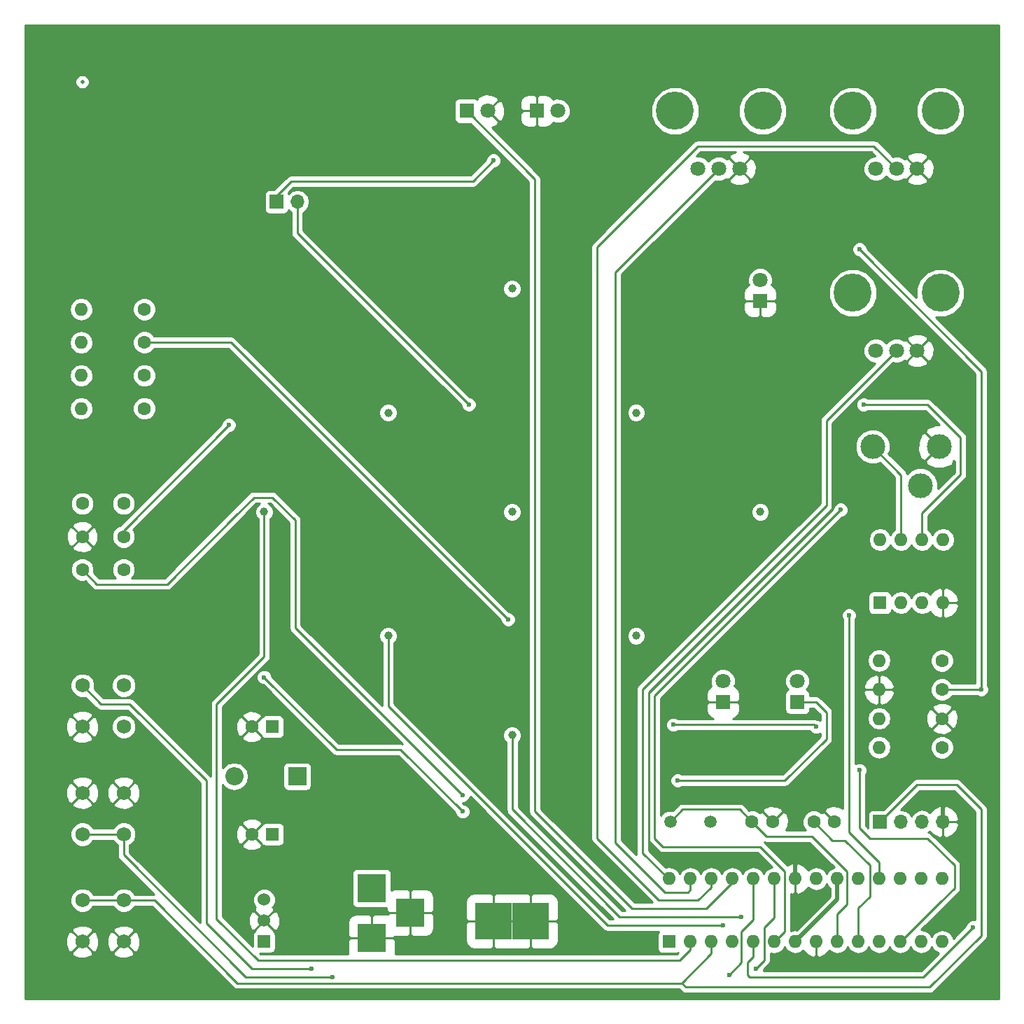
<source format=gbr>
G04 #@! TF.FileFunction,Copper,L2,Bot,Signal*
%FSLAX46Y46*%
G04 Gerber Fmt 4.6, Leading zero omitted, Abs format (unit mm)*
G04 Created by KiCad (PCBNEW 4.0.6) date 12/17/17 22:53:38*
%MOMM*%
%LPD*%
G01*
G04 APERTURE LIST*
%ADD10C,0.100000*%
%ADD11R,1.800000X1.800000*%
%ADD12C,1.800000*%
%ADD13C,1.000000*%
%ADD14C,1.600000*%
%ADD15R,4.500000X4.500000*%
%ADD16C,0.500000*%
%ADD17R,1.600000X1.600000*%
%ADD18O,1.600000X1.600000*%
%ADD19R,1.700000X1.700000*%
%ADD20O,1.700000X1.700000*%
%ADD21C,1.750000*%
%ADD22R,3.500000X3.500000*%
%ADD23R,2.200000X2.200000*%
%ADD24O,2.200000X2.200000*%
%ADD25C,4.600000*%
%ADD26C,3.000000*%
%ADD27C,1.524000*%
%ADD28R,1.524000X1.524000*%
%ADD29C,1.500000*%
%ADD30C,0.600000*%
%ADD31C,0.500000*%
%ADD32C,0.250000*%
%ADD33C,0.226060*%
G04 APERTURE END LIST*
D10*
D11*
X103000000Y-51500000D03*
D12*
X105540000Y-51500000D03*
D13*
X100000000Y-73000000D03*
X85000000Y-88000000D03*
X115000000Y-88000000D03*
X70000000Y-100000000D03*
X100000000Y-100000000D03*
X130000000Y-100000000D03*
X85000000Y-115000000D03*
X115000000Y-115000000D03*
X100000000Y-127000000D03*
D14*
X136500000Y-137500000D03*
X139000000Y-137500000D03*
X129000000Y-137500000D03*
X131500000Y-137500000D03*
D15*
X102250000Y-149500000D03*
X97750000Y-149500000D03*
D16*
X48000000Y-48000000D03*
D17*
X119000000Y-152000000D03*
D18*
X152020000Y-144380000D03*
X121540000Y-152000000D03*
X149480000Y-144380000D03*
X124080000Y-152000000D03*
X146940000Y-144380000D03*
X126620000Y-152000000D03*
X144400000Y-144380000D03*
X129160000Y-152000000D03*
X141860000Y-144380000D03*
X131700000Y-152000000D03*
X139320000Y-144380000D03*
X134240000Y-152000000D03*
X136780000Y-144380000D03*
X136780000Y-152000000D03*
X134240000Y-144380000D03*
X139320000Y-152000000D03*
X131700000Y-144380000D03*
X141860000Y-152000000D03*
X129160000Y-144380000D03*
X144400000Y-152000000D03*
X126620000Y-144380000D03*
X146940000Y-152000000D03*
X124080000Y-144380000D03*
X149480000Y-152000000D03*
X121540000Y-144380000D03*
X152020000Y-152000000D03*
X119000000Y-144380000D03*
D19*
X144500000Y-137500000D03*
D20*
X147040000Y-137500000D03*
X149580000Y-137500000D03*
X152120000Y-137500000D03*
D17*
X144500000Y-111000000D03*
D18*
X152120000Y-103380000D03*
X147040000Y-111000000D03*
X149580000Y-103380000D03*
X149580000Y-111000000D03*
X147040000Y-103380000D03*
X152120000Y-111000000D03*
X144500000Y-103380000D03*
D21*
X53000000Y-121000000D03*
X53000000Y-126000000D03*
X48000000Y-126000000D03*
X48000000Y-121000000D03*
X53000000Y-134000000D03*
X53000000Y-139000000D03*
X48000000Y-139000000D03*
X48000000Y-134000000D03*
X53000000Y-147000000D03*
X53000000Y-152000000D03*
X48000000Y-152000000D03*
X48000000Y-147000000D03*
D22*
X83000000Y-145500000D03*
X83000000Y-151500000D03*
X87700000Y-148500000D03*
D23*
X74000000Y-132000000D03*
D24*
X66380000Y-132000000D03*
D12*
X122500000Y-58500000D03*
X125000000Y-58500000D03*
X127500000Y-58500000D03*
D25*
X130300000Y-51500000D03*
X119700000Y-51500000D03*
D12*
X144000000Y-58500000D03*
X146500000Y-58500000D03*
X149000000Y-58500000D03*
D25*
X151800000Y-51500000D03*
X141200000Y-51500000D03*
D12*
X144000000Y-80500000D03*
X146500000Y-80500000D03*
X149000000Y-80500000D03*
D25*
X151800000Y-73500000D03*
X141200000Y-73500000D03*
D26*
X151700000Y-92100000D03*
X143600000Y-92100000D03*
X149400000Y-96800000D03*
D27*
X70000000Y-149460000D03*
X70000000Y-146920000D03*
D28*
X70000000Y-152000000D03*
D11*
X134500000Y-123000000D03*
D12*
X134500000Y-120460000D03*
D29*
X124000000Y-137500000D03*
X119120000Y-137500000D03*
D14*
X152000000Y-128500000D03*
D18*
X144380000Y-128500000D03*
D14*
X152000000Y-125000000D03*
D18*
X144380000Y-125000000D03*
D14*
X152000000Y-121500000D03*
D18*
X144380000Y-121500000D03*
D14*
X152000000Y-118000000D03*
D18*
X144380000Y-118000000D03*
D14*
X55500000Y-83500000D03*
D18*
X47880000Y-83500000D03*
D14*
X55500000Y-87500000D03*
D18*
X47880000Y-87500000D03*
D14*
X55500000Y-79500000D03*
D18*
X47880000Y-79500000D03*
D14*
X55500000Y-75500000D03*
D18*
X47880000Y-75500000D03*
D14*
X48000000Y-99000000D03*
X53000000Y-99000000D03*
X53000000Y-103000000D03*
X48000000Y-103000000D03*
X53000000Y-107000000D03*
X48000000Y-107000000D03*
D11*
X125500000Y-123000000D03*
D12*
X125500000Y-120460000D03*
D11*
X130000000Y-74500000D03*
D12*
X130000000Y-71960000D03*
D11*
X94500000Y-51500000D03*
D12*
X97040000Y-51500000D03*
D17*
X71000000Y-126000000D03*
D14*
X68500000Y-126000000D03*
D17*
X71000000Y-139000000D03*
D14*
X68500000Y-139000000D03*
D19*
X71500000Y-62500000D03*
D20*
X74040000Y-62500000D03*
D30*
X134250000Y-140750000D03*
X139500000Y-154500000D03*
X152000000Y-134250000D03*
X65750000Y-89500000D03*
X140750000Y-112500000D03*
X139750000Y-99750000D03*
X125500000Y-150000000D03*
X119500000Y-125750000D03*
X136750000Y-126000000D03*
X142000000Y-131250000D03*
X127750000Y-149000000D03*
X97750000Y-57500000D03*
X142000000Y-68250000D03*
X156750000Y-121500000D03*
X155750000Y-150250000D03*
X94000000Y-136250000D03*
X70000000Y-120000000D03*
X99500000Y-113000000D03*
X142500000Y-87000000D03*
X75750000Y-155250000D03*
X129500000Y-155250000D03*
X78250000Y-156250000D03*
X126250000Y-156000000D03*
X94000000Y-134250000D03*
X120000000Y-132500000D03*
X94750000Y-87000000D03*
D31*
X134240000Y-144380000D02*
X134240000Y-140760000D01*
X134240000Y-140760000D02*
X134250000Y-140750000D01*
X152120000Y-137500000D02*
X152120000Y-134370000D01*
X152120000Y-134370000D02*
X152000000Y-134250000D01*
D32*
X53000000Y-103000000D02*
X53000000Y-102250000D01*
X53000000Y-102250000D02*
X65750000Y-89500000D01*
X147040000Y-103380000D02*
X147040000Y-95540000D01*
X147040000Y-95540000D02*
X143600000Y-92100000D01*
X144400000Y-142400000D02*
X144400000Y-144380000D01*
X140750000Y-138750000D02*
X144400000Y-142400000D01*
X140750000Y-112500000D02*
X140750000Y-138750000D01*
X140750000Y-112500000D02*
X140750000Y-112500000D01*
X70000000Y-100000000D02*
X70000000Y-117500000D01*
X121540000Y-152960000D02*
X121540000Y-152000000D01*
X120250000Y-154250000D02*
X121540000Y-152960000D01*
X69250000Y-154250000D02*
X120250000Y-154250000D01*
X64250000Y-149250000D02*
X69250000Y-154250000D01*
X64250000Y-123250000D02*
X64250000Y-149250000D01*
X70000000Y-117500000D02*
X64250000Y-123250000D01*
X131700000Y-152000000D02*
X131700000Y-152050000D01*
X117250000Y-122250000D02*
X139750000Y-99750000D01*
X117250000Y-139500000D02*
X117250000Y-122250000D01*
X118250000Y-140500000D02*
X117250000Y-139500000D01*
X130000000Y-140500000D02*
X118250000Y-140500000D01*
X133000000Y-143500000D02*
X130000000Y-140500000D01*
X133000000Y-150750000D02*
X133000000Y-143500000D01*
X131700000Y-152050000D02*
X133000000Y-150750000D01*
X85000000Y-115000000D02*
X85000000Y-123500000D01*
X111500000Y-150000000D02*
X125500000Y-150000000D01*
X85000000Y-123500000D02*
X111500000Y-150000000D01*
X146940000Y-152000000D02*
X146940000Y-152060000D01*
X136500000Y-125750000D02*
X119500000Y-125750000D01*
X136750000Y-126000000D02*
X136500000Y-125750000D01*
X142000000Y-138250000D02*
X142000000Y-131250000D01*
X143250000Y-139500000D02*
X142000000Y-138250000D01*
X150250000Y-139500000D02*
X143250000Y-139500000D01*
X153500000Y-142750000D02*
X150250000Y-139500000D01*
X153500000Y-145500000D02*
X153500000Y-142750000D01*
X151750000Y-147250000D02*
X153500000Y-145500000D01*
X151750000Y-147250000D02*
X151750000Y-147250000D01*
X146940000Y-152060000D02*
X151750000Y-147250000D01*
X100000000Y-127000000D02*
X100000000Y-136000000D01*
X113000000Y-149000000D02*
X127750000Y-149000000D01*
X100000000Y-136000000D02*
X113000000Y-149000000D01*
X71500000Y-62500000D02*
X71500000Y-61750000D01*
X71500000Y-61750000D02*
X73250000Y-60000000D01*
X73250000Y-60000000D02*
X95250000Y-60000000D01*
X95250000Y-60000000D02*
X97750000Y-57500000D01*
X142000000Y-68250000D02*
X156750000Y-83000000D01*
X156750000Y-83000000D02*
X156750000Y-121500000D01*
X129160000Y-152000000D02*
X129160000Y-153840000D01*
X156750000Y-121500000D02*
X152000000Y-121500000D01*
X155750000Y-150250000D02*
X155750000Y-150250000D01*
X149750000Y-156250000D02*
X155750000Y-150250000D01*
X128750000Y-156250000D02*
X149750000Y-156250000D01*
X128500000Y-156000000D02*
X128750000Y-156250000D01*
X128500000Y-154500000D02*
X128500000Y-156000000D01*
X129160000Y-153840000D02*
X128500000Y-154500000D01*
X94000000Y-136250000D02*
X86500000Y-128750000D01*
X86500000Y-128750000D02*
X78750000Y-128750000D01*
X78750000Y-128750000D02*
X70000000Y-120000000D01*
X66000000Y-79500000D02*
X55500000Y-79500000D01*
X99500000Y-113000000D02*
X66000000Y-79500000D01*
X149580000Y-103380000D02*
X149580000Y-100170000D01*
X150250000Y-87000000D02*
X142500000Y-87000000D01*
X154250000Y-91000000D02*
X150250000Y-87000000D01*
X154250000Y-95500000D02*
X154250000Y-91000000D01*
X149580000Y-100170000D02*
X154250000Y-95500000D01*
D31*
X139320000Y-144380000D02*
X139320000Y-146920000D01*
X139320000Y-146920000D02*
X134240000Y-152000000D01*
D32*
X126620000Y-144380000D02*
X126620000Y-144880000D01*
X126620000Y-144880000D02*
X123500000Y-148000000D01*
X123500000Y-148000000D02*
X114500000Y-148000000D01*
X114500000Y-148000000D02*
X102750000Y-136250000D01*
X102750000Y-136250000D02*
X102750000Y-59750000D01*
X102750000Y-59750000D02*
X94500000Y-51500000D01*
X119000000Y-144380000D02*
X118880000Y-144380000D01*
X118880000Y-144380000D02*
X115750000Y-141250000D01*
X115750000Y-141250000D02*
X115750000Y-121500000D01*
X115750000Y-121500000D02*
X138000000Y-99250000D01*
X138000000Y-99250000D02*
X138000000Y-89000000D01*
X138000000Y-89000000D02*
X146500000Y-80500000D01*
X121540000Y-144380000D02*
X121540000Y-145710000D01*
X112500000Y-71000000D02*
X125000000Y-58500000D01*
X112500000Y-140000000D02*
X112500000Y-71000000D01*
X118500000Y-146000000D02*
X112500000Y-140000000D01*
X121250000Y-146000000D02*
X118500000Y-146000000D01*
X121540000Y-145710000D02*
X121250000Y-146000000D01*
X124080000Y-144380000D02*
X124080000Y-145420000D01*
X143750000Y-55750000D02*
X146500000Y-58500000D01*
X122500000Y-55750000D02*
X143750000Y-55750000D01*
X110250000Y-68000000D02*
X122500000Y-55750000D01*
X110250000Y-139500000D02*
X110250000Y-68000000D01*
X117750000Y-147000000D02*
X110250000Y-139500000D01*
X122500000Y-147000000D02*
X117750000Y-147000000D01*
X124080000Y-145420000D02*
X122500000Y-147000000D01*
X53000000Y-147000000D02*
X48000000Y-147000000D01*
X144500000Y-137500000D02*
X149000000Y-133000000D01*
X121000000Y-157500000D02*
X120500000Y-157000000D01*
X150500000Y-157500000D02*
X121000000Y-157500000D01*
X156750000Y-151250000D02*
X150500000Y-157500000D01*
X156750000Y-136000000D02*
X156750000Y-151250000D01*
X153750000Y-133000000D02*
X156750000Y-136000000D01*
X149000000Y-133000000D02*
X153750000Y-133000000D01*
X48000000Y-147000000D02*
X56750000Y-147000000D01*
X56750000Y-147000000D02*
X66750000Y-157000000D01*
X66750000Y-157000000D02*
X120500000Y-157000000D01*
X120500000Y-157000000D02*
X124080000Y-153420000D01*
X124080000Y-153420000D02*
X124080000Y-152000000D01*
X131700000Y-144380000D02*
X131700000Y-149050000D01*
X50250000Y-123250000D02*
X48000000Y-121000000D01*
X53750000Y-123250000D02*
X50250000Y-123250000D01*
X63000000Y-132500000D02*
X53750000Y-123250000D01*
X63000000Y-149750000D02*
X63000000Y-132500000D01*
X68500000Y-155250000D02*
X63000000Y-149750000D01*
X75750000Y-155250000D02*
X68500000Y-155250000D01*
X130500000Y-154250000D02*
X129500000Y-155250000D01*
X130500000Y-150250000D02*
X130500000Y-154250000D01*
X131700000Y-149050000D02*
X130500000Y-150250000D01*
X129160000Y-144380000D02*
X129160000Y-149340000D01*
X53000000Y-141500000D02*
X53000000Y-139000000D01*
X67750000Y-156250000D02*
X53000000Y-141500000D01*
X78250000Y-156250000D02*
X67750000Y-156250000D01*
X127750000Y-154500000D02*
X126250000Y-156000000D01*
X127750000Y-150750000D02*
X127750000Y-154500000D01*
X129160000Y-149340000D02*
X127750000Y-150750000D01*
X48000000Y-139000000D02*
X53000000Y-139000000D01*
X134500000Y-123000000D02*
X136750000Y-123000000D01*
X49750000Y-108750000D02*
X48000000Y-107000000D01*
X58250000Y-108750000D02*
X49750000Y-108750000D01*
X66500000Y-100500000D02*
X58250000Y-108750000D01*
X66500000Y-100500000D02*
X66500000Y-100500000D01*
X68750000Y-98250000D02*
X66500000Y-100500000D01*
X71000000Y-98250000D02*
X68750000Y-98250000D01*
X73750000Y-101000000D02*
X71000000Y-98250000D01*
X73750000Y-114000000D02*
X73750000Y-101000000D01*
X94000000Y-134250000D02*
X73750000Y-114000000D01*
X133000000Y-132500000D02*
X120000000Y-132500000D01*
X138000000Y-127500000D02*
X133000000Y-132500000D01*
X138000000Y-124250000D02*
X138000000Y-127500000D01*
X136750000Y-123000000D02*
X138000000Y-124250000D01*
X141860000Y-152000000D02*
X141860000Y-147890000D01*
X138750000Y-139750000D02*
X136500000Y-137500000D01*
X140250000Y-139750000D02*
X138750000Y-139750000D01*
X143250000Y-142750000D02*
X140250000Y-139750000D01*
X143250000Y-146500000D02*
X143250000Y-142750000D01*
X141860000Y-147890000D02*
X143250000Y-146500000D01*
X129000000Y-137500000D02*
X127500000Y-136000000D01*
X120620000Y-136000000D02*
X119120000Y-137500000D01*
X127500000Y-136000000D02*
X120620000Y-136000000D01*
X139320000Y-152000000D02*
X139320000Y-148680000D01*
X130750000Y-139250000D02*
X129000000Y-137500000D01*
X136250000Y-139250000D02*
X130750000Y-139250000D01*
X140500000Y-143500000D02*
X136250000Y-139250000D01*
X140500000Y-147500000D02*
X140500000Y-143500000D01*
X139320000Y-148680000D02*
X140500000Y-147500000D01*
X94750000Y-87000000D02*
X74000000Y-66250000D01*
X74000000Y-66250000D02*
X74000000Y-62460000D01*
X74000000Y-62460000D02*
X74040000Y-62500000D01*
D33*
G36*
X158886970Y-158886970D02*
X41113030Y-158886970D01*
X41113030Y-153246137D01*
X46755659Y-153246137D01*
X46800011Y-153653803D01*
X47524237Y-153987131D01*
X48320894Y-154017936D01*
X49068699Y-153741529D01*
X49199989Y-153653803D01*
X49244341Y-153246137D01*
X51755659Y-153246137D01*
X51800011Y-153653803D01*
X52524237Y-153987131D01*
X53320894Y-154017936D01*
X54068699Y-153741529D01*
X54199989Y-153653803D01*
X54244341Y-153246137D01*
X53000000Y-152001796D01*
X51755659Y-153246137D01*
X49244341Y-153246137D01*
X48000000Y-152001796D01*
X46755659Y-153246137D01*
X41113030Y-153246137D01*
X41113030Y-152320894D01*
X45982064Y-152320894D01*
X46258471Y-153068699D01*
X46346197Y-153199989D01*
X46753863Y-153244341D01*
X47998204Y-152000000D01*
X48001796Y-152000000D01*
X49246137Y-153244341D01*
X49653803Y-153199989D01*
X49987131Y-152475763D01*
X49993119Y-152320894D01*
X50982064Y-152320894D01*
X51258471Y-153068699D01*
X51346197Y-153199989D01*
X51753863Y-153244341D01*
X52998204Y-152000000D01*
X53001796Y-152000000D01*
X54246137Y-153244341D01*
X54653803Y-153199989D01*
X54987131Y-152475763D01*
X55017936Y-151679106D01*
X54741529Y-150931301D01*
X54653803Y-150800011D01*
X54246137Y-150755659D01*
X53001796Y-152000000D01*
X52998204Y-152000000D01*
X51753863Y-150755659D01*
X51346197Y-150800011D01*
X51012869Y-151524237D01*
X50982064Y-152320894D01*
X49993119Y-152320894D01*
X50017936Y-151679106D01*
X49741529Y-150931301D01*
X49653803Y-150800011D01*
X49246137Y-150755659D01*
X48001796Y-152000000D01*
X47998204Y-152000000D01*
X46753863Y-150755659D01*
X46346197Y-150800011D01*
X46012869Y-151524237D01*
X45982064Y-152320894D01*
X41113030Y-152320894D01*
X41113030Y-150753863D01*
X46755659Y-150753863D01*
X48000000Y-151998204D01*
X49244341Y-150753863D01*
X51755659Y-150753863D01*
X53000000Y-151998204D01*
X54244341Y-150753863D01*
X54199989Y-150346197D01*
X53475763Y-150012869D01*
X52679106Y-149982064D01*
X51931301Y-150258471D01*
X51800011Y-150346197D01*
X51755659Y-150753863D01*
X49244341Y-150753863D01*
X49199989Y-150346197D01*
X48475763Y-150012869D01*
X47679106Y-149982064D01*
X46931301Y-150258471D01*
X46800011Y-150346197D01*
X46755659Y-150753863D01*
X41113030Y-150753863D01*
X41113030Y-135246137D01*
X46755659Y-135246137D01*
X46800011Y-135653803D01*
X47524237Y-135987131D01*
X48320894Y-136017936D01*
X49068699Y-135741529D01*
X49199989Y-135653803D01*
X49244341Y-135246137D01*
X51755659Y-135246137D01*
X51800011Y-135653803D01*
X52524237Y-135987131D01*
X53320894Y-136017936D01*
X54068699Y-135741529D01*
X54199989Y-135653803D01*
X54244341Y-135246137D01*
X53000000Y-134001796D01*
X51755659Y-135246137D01*
X49244341Y-135246137D01*
X48000000Y-134001796D01*
X46755659Y-135246137D01*
X41113030Y-135246137D01*
X41113030Y-134320894D01*
X45982064Y-134320894D01*
X46258471Y-135068699D01*
X46346197Y-135199989D01*
X46753863Y-135244341D01*
X47998204Y-134000000D01*
X48001796Y-134000000D01*
X49246137Y-135244341D01*
X49653803Y-135199989D01*
X49987131Y-134475763D01*
X49993119Y-134320894D01*
X50982064Y-134320894D01*
X51258471Y-135068699D01*
X51346197Y-135199989D01*
X51753863Y-135244341D01*
X52998204Y-134000000D01*
X53001796Y-134000000D01*
X54246137Y-135244341D01*
X54653803Y-135199989D01*
X54987131Y-134475763D01*
X55017936Y-133679106D01*
X54741529Y-132931301D01*
X54653803Y-132800011D01*
X54246137Y-132755659D01*
X53001796Y-134000000D01*
X52998204Y-134000000D01*
X51753863Y-132755659D01*
X51346197Y-132800011D01*
X51012869Y-133524237D01*
X50982064Y-134320894D01*
X49993119Y-134320894D01*
X50017936Y-133679106D01*
X49741529Y-132931301D01*
X49653803Y-132800011D01*
X49246137Y-132755659D01*
X48001796Y-134000000D01*
X47998204Y-134000000D01*
X46753863Y-132755659D01*
X46346197Y-132800011D01*
X46012869Y-133524237D01*
X45982064Y-134320894D01*
X41113030Y-134320894D01*
X41113030Y-132753863D01*
X46755659Y-132753863D01*
X48000000Y-133998204D01*
X49244341Y-132753863D01*
X51755659Y-132753863D01*
X53000000Y-133998204D01*
X54244341Y-132753863D01*
X54199989Y-132346197D01*
X53475763Y-132012869D01*
X52679106Y-131982064D01*
X51931301Y-132258471D01*
X51800011Y-132346197D01*
X51755659Y-132753863D01*
X49244341Y-132753863D01*
X49199989Y-132346197D01*
X48475763Y-132012869D01*
X47679106Y-131982064D01*
X46931301Y-132258471D01*
X46800011Y-132346197D01*
X46755659Y-132753863D01*
X41113030Y-132753863D01*
X41113030Y-127246137D01*
X46755659Y-127246137D01*
X46800011Y-127653803D01*
X47524237Y-127987131D01*
X48320894Y-128017936D01*
X49068699Y-127741529D01*
X49199989Y-127653803D01*
X49244341Y-127246137D01*
X48000000Y-126001796D01*
X46755659Y-127246137D01*
X41113030Y-127246137D01*
X41113030Y-126320894D01*
X45982064Y-126320894D01*
X46258471Y-127068699D01*
X46346197Y-127199989D01*
X46753863Y-127244341D01*
X47998204Y-126000000D01*
X48001796Y-126000000D01*
X49246137Y-127244341D01*
X49653803Y-127199989D01*
X49987131Y-126475763D01*
X49994071Y-126296273D01*
X51503711Y-126296273D01*
X51730988Y-126846326D01*
X52151461Y-127267533D01*
X52701116Y-127495770D01*
X53296273Y-127496289D01*
X53846326Y-127269012D01*
X54267533Y-126848539D01*
X54495770Y-126298884D01*
X54496289Y-125703727D01*
X54269012Y-125153674D01*
X53848539Y-124732467D01*
X53298884Y-124504230D01*
X52703727Y-124503711D01*
X52153674Y-124730988D01*
X51732467Y-125151461D01*
X51504230Y-125701116D01*
X51503711Y-126296273D01*
X49994071Y-126296273D01*
X50017936Y-125679106D01*
X49741529Y-124931301D01*
X49653803Y-124800011D01*
X49246137Y-124755659D01*
X48001796Y-126000000D01*
X47998204Y-126000000D01*
X46753863Y-124755659D01*
X46346197Y-124800011D01*
X46012869Y-125524237D01*
X45982064Y-126320894D01*
X41113030Y-126320894D01*
X41113030Y-124753863D01*
X46755659Y-124753863D01*
X48000000Y-125998204D01*
X49244341Y-124753863D01*
X49199989Y-124346197D01*
X48475763Y-124012869D01*
X47679106Y-123982064D01*
X46931301Y-124258471D01*
X46800011Y-124346197D01*
X46755659Y-124753863D01*
X41113030Y-124753863D01*
X41113030Y-121296273D01*
X46503711Y-121296273D01*
X46730988Y-121846326D01*
X47151461Y-122267533D01*
X47701116Y-122495770D01*
X48296273Y-122496289D01*
X48398856Y-122453902D01*
X49722477Y-123777523D01*
X49964507Y-123939242D01*
X50250000Y-123996031D01*
X50250005Y-123996030D01*
X53440984Y-123996030D01*
X62253970Y-132809016D01*
X62253970Y-149698924D01*
X53746030Y-141190984D01*
X53746030Y-140310453D01*
X53846326Y-140269012D01*
X54267533Y-139848539D01*
X54495770Y-139298884D01*
X54496289Y-138703727D01*
X54269012Y-138153674D01*
X53848539Y-137732467D01*
X53298884Y-137504230D01*
X52703727Y-137503711D01*
X52153674Y-137730988D01*
X51732467Y-138151461D01*
X51689901Y-138253970D01*
X49310453Y-138253970D01*
X49269012Y-138153674D01*
X48848539Y-137732467D01*
X48298884Y-137504230D01*
X47703727Y-137503711D01*
X47153674Y-137730988D01*
X46732467Y-138151461D01*
X46504230Y-138701116D01*
X46503711Y-139296273D01*
X46730988Y-139846326D01*
X47151461Y-140267533D01*
X47701116Y-140495770D01*
X48296273Y-140496289D01*
X48846326Y-140269012D01*
X49267533Y-139848539D01*
X49310099Y-139746030D01*
X51689547Y-139746030D01*
X51730988Y-139846326D01*
X52151461Y-140267533D01*
X52253970Y-140310099D01*
X52253970Y-141500000D01*
X52310758Y-141785494D01*
X52472477Y-142027523D01*
X56698924Y-146253970D01*
X54310453Y-146253970D01*
X54269012Y-146153674D01*
X53848539Y-145732467D01*
X53298884Y-145504230D01*
X52703727Y-145503711D01*
X52153674Y-145730988D01*
X51732467Y-146151461D01*
X51689901Y-146253970D01*
X49310453Y-146253970D01*
X49269012Y-146153674D01*
X48848539Y-145732467D01*
X48298884Y-145504230D01*
X47703727Y-145503711D01*
X47153674Y-145730988D01*
X46732467Y-146151461D01*
X46504230Y-146701116D01*
X46503711Y-147296273D01*
X46730988Y-147846326D01*
X47151461Y-148267533D01*
X47701116Y-148495770D01*
X48296273Y-148496289D01*
X48846326Y-148269012D01*
X49267533Y-147848539D01*
X49310099Y-147746030D01*
X51689547Y-147746030D01*
X51730988Y-147846326D01*
X52151461Y-148267533D01*
X52701116Y-148495770D01*
X53296273Y-148496289D01*
X53846326Y-148269012D01*
X54267533Y-147848539D01*
X54310099Y-147746030D01*
X56440984Y-147746030D01*
X66222477Y-157527523D01*
X66464507Y-157689242D01*
X66750000Y-157746030D01*
X120190984Y-157746030D01*
X120472477Y-158027523D01*
X120714506Y-158189242D01*
X121000000Y-158246030D01*
X150500000Y-158246030D01*
X150785494Y-158189242D01*
X151027523Y-158027523D01*
X157277523Y-151777523D01*
X157439242Y-151535493D01*
X157496030Y-151250000D01*
X157496030Y-136000000D01*
X157439242Y-135714507D01*
X157277523Y-135472477D01*
X154277523Y-132472477D01*
X154035494Y-132310758D01*
X153750000Y-132253970D01*
X149000000Y-132253970D01*
X148714506Y-132310758D01*
X148472477Y-132472477D01*
X144928150Y-136016804D01*
X143650000Y-136016804D01*
X143419860Y-136060108D01*
X143208491Y-136196120D01*
X143066691Y-136403651D01*
X143016804Y-136650000D01*
X143016804Y-138211758D01*
X142746030Y-137940984D01*
X142746030Y-131806669D01*
X142780356Y-131772403D01*
X142920870Y-131434008D01*
X142921189Y-131067600D01*
X142781266Y-130728960D01*
X142522403Y-130469644D01*
X142184008Y-130329130D01*
X141817600Y-130328811D01*
X141496030Y-130461681D01*
X141496030Y-128500000D01*
X142931130Y-128500000D01*
X143039299Y-129043805D01*
X143347340Y-129504820D01*
X143808355Y-129812861D01*
X144352160Y-129921030D01*
X144407840Y-129921030D01*
X144951645Y-129812861D01*
X145412660Y-129504820D01*
X145720701Y-129043805D01*
X145772892Y-128781420D01*
X150578724Y-128781420D01*
X150794607Y-129303897D01*
X151194000Y-129703988D01*
X151716100Y-129920783D01*
X152281420Y-129921276D01*
X152803897Y-129705393D01*
X153203988Y-129306000D01*
X153420783Y-128783900D01*
X153421276Y-128218580D01*
X153205393Y-127696103D01*
X152806000Y-127296012D01*
X152283900Y-127079217D01*
X151718580Y-127078724D01*
X151196103Y-127294607D01*
X150796012Y-127694000D01*
X150579217Y-128216100D01*
X150578724Y-128781420D01*
X145772892Y-128781420D01*
X145828870Y-128500000D01*
X145720701Y-127956195D01*
X145412660Y-127495180D01*
X144951645Y-127187139D01*
X144407840Y-127078970D01*
X144352160Y-127078970D01*
X143808355Y-127187139D01*
X143347340Y-127495180D01*
X143039299Y-127956195D01*
X142931130Y-128500000D01*
X141496030Y-128500000D01*
X141496030Y-125000000D01*
X142931130Y-125000000D01*
X143039299Y-125543805D01*
X143347340Y-126004820D01*
X143808355Y-126312861D01*
X144352160Y-126421030D01*
X144407840Y-126421030D01*
X144951645Y-126312861D01*
X145132428Y-126192065D01*
X150809731Y-126192065D01*
X150844959Y-126591938D01*
X151542090Y-126912774D01*
X152308933Y-126942407D01*
X153028744Y-126676327D01*
X153155041Y-126591938D01*
X153190269Y-126192065D01*
X152000000Y-125001796D01*
X150809731Y-126192065D01*
X145132428Y-126192065D01*
X145412660Y-126004820D01*
X145720701Y-125543805D01*
X145767419Y-125308933D01*
X150057593Y-125308933D01*
X150323673Y-126028744D01*
X150408062Y-126155041D01*
X150807935Y-126190269D01*
X151998204Y-125000000D01*
X152001796Y-125000000D01*
X153192065Y-126190269D01*
X153591938Y-126155041D01*
X153912774Y-125457910D01*
X153942407Y-124691067D01*
X153676327Y-123971256D01*
X153591938Y-123844959D01*
X153192065Y-123809731D01*
X152001796Y-125000000D01*
X151998204Y-125000000D01*
X150807935Y-123809731D01*
X150408062Y-123844959D01*
X150087226Y-124542090D01*
X150057593Y-125308933D01*
X145767419Y-125308933D01*
X145828870Y-125000000D01*
X145720701Y-124456195D01*
X145412660Y-123995180D01*
X145132429Y-123807935D01*
X150809731Y-123807935D01*
X152000000Y-124998204D01*
X153190269Y-123807935D01*
X153155041Y-123408062D01*
X152457910Y-123087226D01*
X151691067Y-123057593D01*
X150971256Y-123323673D01*
X150844959Y-123408062D01*
X150809731Y-123807935D01*
X145132429Y-123807935D01*
X144951645Y-123687139D01*
X144407840Y-123578970D01*
X144352160Y-123578970D01*
X143808355Y-123687139D01*
X143347340Y-123995180D01*
X143039299Y-124456195D01*
X142931130Y-125000000D01*
X141496030Y-125000000D01*
X141496030Y-121803021D01*
X142474918Y-121803021D01*
X142503973Y-121949088D01*
X142818636Y-122632828D01*
X143371002Y-123144105D01*
X144076979Y-123405082D01*
X144378730Y-123146773D01*
X144378730Y-121501270D01*
X144381270Y-121501270D01*
X144381270Y-123146773D01*
X144683021Y-123405082D01*
X145388998Y-123144105D01*
X145941364Y-122632828D01*
X146256027Y-121949088D01*
X146285082Y-121803021D01*
X146026773Y-121501270D01*
X144381270Y-121501270D01*
X144378730Y-121501270D01*
X142733227Y-121501270D01*
X142474918Y-121803021D01*
X141496030Y-121803021D01*
X141496030Y-121196979D01*
X142474918Y-121196979D01*
X142733227Y-121498730D01*
X144378730Y-121498730D01*
X144378730Y-119853227D01*
X144381270Y-119853227D01*
X144381270Y-121498730D01*
X146026773Y-121498730D01*
X146285082Y-121196979D01*
X146256027Y-121050912D01*
X145941364Y-120367172D01*
X145388998Y-119855895D01*
X144683021Y-119594918D01*
X144381270Y-119853227D01*
X144378730Y-119853227D01*
X144076979Y-119594918D01*
X143371002Y-119855895D01*
X142818636Y-120367172D01*
X142503973Y-121050912D01*
X142474918Y-121196979D01*
X141496030Y-121196979D01*
X141496030Y-118000000D01*
X142931130Y-118000000D01*
X143039299Y-118543805D01*
X143347340Y-119004820D01*
X143808355Y-119312861D01*
X144352160Y-119421030D01*
X144407840Y-119421030D01*
X144951645Y-119312861D01*
X145412660Y-119004820D01*
X145720701Y-118543805D01*
X145772892Y-118281420D01*
X150578724Y-118281420D01*
X150794607Y-118803897D01*
X151194000Y-119203988D01*
X151716100Y-119420783D01*
X152281420Y-119421276D01*
X152803897Y-119205393D01*
X153203988Y-118806000D01*
X153420783Y-118283900D01*
X153421276Y-117718580D01*
X153205393Y-117196103D01*
X152806000Y-116796012D01*
X152283900Y-116579217D01*
X151718580Y-116578724D01*
X151196103Y-116794607D01*
X150796012Y-117194000D01*
X150579217Y-117716100D01*
X150578724Y-118281420D01*
X145772892Y-118281420D01*
X145828870Y-118000000D01*
X145720701Y-117456195D01*
X145412660Y-116995180D01*
X144951645Y-116687139D01*
X144407840Y-116578970D01*
X144352160Y-116578970D01*
X143808355Y-116687139D01*
X143347340Y-116995180D01*
X143039299Y-117456195D01*
X142931130Y-118000000D01*
X141496030Y-118000000D01*
X141496030Y-113056669D01*
X141530356Y-113022403D01*
X141670870Y-112684008D01*
X141671189Y-112317600D01*
X141531266Y-111978960D01*
X141272403Y-111719644D01*
X140934008Y-111579130D01*
X140567600Y-111578811D01*
X140228960Y-111718734D01*
X139969644Y-111977597D01*
X139829130Y-112315992D01*
X139828811Y-112682400D01*
X139968734Y-113021040D01*
X140003970Y-113056338D01*
X140003970Y-135838536D01*
X139457910Y-135587226D01*
X138691067Y-135557593D01*
X137971256Y-135823673D01*
X137844959Y-135908062D01*
X137809731Y-136307935D01*
X139000000Y-137498204D01*
X139014143Y-137484062D01*
X139015939Y-137485858D01*
X139001796Y-137500000D01*
X139015939Y-137514143D01*
X139014143Y-137515939D01*
X139000000Y-137501796D01*
X138985858Y-137515939D01*
X138984062Y-137514143D01*
X138998204Y-137500000D01*
X137807935Y-136309731D01*
X137408062Y-136344959D01*
X137391275Y-136381436D01*
X137306000Y-136296012D01*
X136783900Y-136079217D01*
X136218580Y-136078724D01*
X135696103Y-136294607D01*
X135296012Y-136694000D01*
X135079217Y-137216100D01*
X135078724Y-137781420D01*
X135294607Y-138303897D01*
X135494331Y-138503970D01*
X133161464Y-138503970D01*
X133412774Y-137957910D01*
X133442407Y-137191067D01*
X133176327Y-136471256D01*
X133091938Y-136344959D01*
X132692065Y-136309731D01*
X131501796Y-137500000D01*
X131515939Y-137514143D01*
X131514143Y-137515939D01*
X131500000Y-137501796D01*
X131485858Y-137515939D01*
X131484062Y-137514143D01*
X131498204Y-137500000D01*
X130307935Y-136309731D01*
X129908062Y-136344959D01*
X129891275Y-136381436D01*
X129817903Y-136307935D01*
X130309731Y-136307935D01*
X131500000Y-137498204D01*
X132690269Y-136307935D01*
X132655041Y-135908062D01*
X131957910Y-135587226D01*
X131191067Y-135557593D01*
X130471256Y-135823673D01*
X130344959Y-135908062D01*
X130309731Y-136307935D01*
X129817903Y-136307935D01*
X129806000Y-136296012D01*
X129283900Y-136079217D01*
X128718580Y-136078724D01*
X128658567Y-136103521D01*
X128027523Y-135472477D01*
X127785494Y-135310758D01*
X127500000Y-135253970D01*
X120620000Y-135253970D01*
X120334507Y-135310758D01*
X120098079Y-135468734D01*
X120092477Y-135472477D01*
X119423471Y-136141483D01*
X119393911Y-136129209D01*
X118848482Y-136128733D01*
X118344389Y-136337020D01*
X117996030Y-136684771D01*
X117996030Y-125932400D01*
X118578811Y-125932400D01*
X118718734Y-126271040D01*
X118977597Y-126530356D01*
X119315992Y-126670870D01*
X119682400Y-126671189D01*
X120021040Y-126531266D01*
X120056338Y-126496030D01*
X135958400Y-126496030D01*
X135968734Y-126521040D01*
X136227597Y-126780356D01*
X136565992Y-126920870D01*
X136932400Y-126921189D01*
X137253970Y-126788319D01*
X137253970Y-127190984D01*
X132690984Y-131753970D01*
X120556669Y-131753970D01*
X120522403Y-131719644D01*
X120184008Y-131579130D01*
X119817600Y-131578811D01*
X119478960Y-131718734D01*
X119219644Y-131977597D01*
X119079130Y-132315992D01*
X119078811Y-132682400D01*
X119218734Y-133021040D01*
X119477597Y-133280356D01*
X119815992Y-133420870D01*
X120182400Y-133421189D01*
X120521040Y-133281266D01*
X120556338Y-133246030D01*
X133000000Y-133246030D01*
X133285494Y-133189242D01*
X133527523Y-133027523D01*
X138527523Y-128027523D01*
X138689242Y-127785494D01*
X138746030Y-127500000D01*
X138746030Y-124250000D01*
X138692734Y-123982064D01*
X138689242Y-123964506D01*
X138527523Y-123722477D01*
X137277523Y-122472477D01*
X137035494Y-122310758D01*
X136750000Y-122253970D01*
X136033196Y-122253970D01*
X136033196Y-122100000D01*
X135989892Y-121869860D01*
X135853880Y-121658491D01*
X135646349Y-121516691D01*
X135603165Y-121507946D01*
X135788715Y-121322719D01*
X136020766Y-120763879D01*
X136021294Y-120158776D01*
X135790219Y-119599531D01*
X135362719Y-119171285D01*
X134803879Y-118939234D01*
X134198776Y-118938706D01*
X133639531Y-119169781D01*
X133211285Y-119597281D01*
X132979234Y-120156121D01*
X132978706Y-120761224D01*
X133209781Y-121320469D01*
X133394467Y-121505478D01*
X133369860Y-121510108D01*
X133158491Y-121646120D01*
X133016691Y-121853651D01*
X132966804Y-122100000D01*
X132966804Y-123900000D01*
X133010108Y-124130140D01*
X133146120Y-124341509D01*
X133353651Y-124483309D01*
X133600000Y-124533196D01*
X135400000Y-124533196D01*
X135630140Y-124489892D01*
X135841509Y-124353880D01*
X135983309Y-124146349D01*
X136033196Y-123900000D01*
X136033196Y-123746030D01*
X136440984Y-123746030D01*
X137253970Y-124559016D01*
X137253970Y-125211990D01*
X136934008Y-125079130D01*
X136812832Y-125079025D01*
X136785494Y-125060758D01*
X136500000Y-125003970D01*
X126685078Y-125003970D01*
X127039544Y-124857145D01*
X127357145Y-124539544D01*
X127529030Y-124124578D01*
X127529030Y-123283527D01*
X127246773Y-123001270D01*
X125501270Y-123001270D01*
X125501270Y-123021270D01*
X125498730Y-123021270D01*
X125498730Y-123001270D01*
X123753227Y-123001270D01*
X123470970Y-123283527D01*
X123470970Y-124124578D01*
X123642855Y-124539544D01*
X123960456Y-124857145D01*
X124314922Y-125003970D01*
X120056669Y-125003970D01*
X120022403Y-124969644D01*
X119684008Y-124829130D01*
X119317600Y-124828811D01*
X118978960Y-124968734D01*
X118719644Y-125227597D01*
X118579130Y-125565992D01*
X118578811Y-125932400D01*
X117996030Y-125932400D01*
X117996030Y-122559016D01*
X118679624Y-121875422D01*
X123470970Y-121875422D01*
X123470970Y-122716473D01*
X123753227Y-122998730D01*
X125498730Y-122998730D01*
X125498730Y-122978730D01*
X125501270Y-122978730D01*
X125501270Y-122998730D01*
X127246773Y-122998730D01*
X127529030Y-122716473D01*
X127529030Y-121875422D01*
X127357145Y-121460456D01*
X127039544Y-121142855D01*
X126889251Y-121080601D01*
X127020766Y-120763879D01*
X127021294Y-120158776D01*
X126790219Y-119599531D01*
X126362719Y-119171285D01*
X125803879Y-118939234D01*
X125198776Y-118938706D01*
X124639531Y-119169781D01*
X124211285Y-119597281D01*
X123979234Y-120156121D01*
X123978706Y-120761224D01*
X124110681Y-121080629D01*
X123960456Y-121142855D01*
X123642855Y-121460456D01*
X123470970Y-121875422D01*
X118679624Y-121875422D01*
X130355046Y-110200000D01*
X143066804Y-110200000D01*
X143066804Y-111800000D01*
X143110108Y-112030140D01*
X143246120Y-112241509D01*
X143453651Y-112383309D01*
X143700000Y-112433196D01*
X145300000Y-112433196D01*
X145530140Y-112389892D01*
X145741509Y-112253880D01*
X145883309Y-112046349D01*
X145920759Y-111861417D01*
X146035180Y-112032660D01*
X146496195Y-112340701D01*
X147040000Y-112448870D01*
X147583805Y-112340701D01*
X148044820Y-112032660D01*
X148310000Y-111635791D01*
X148575180Y-112032660D01*
X149036195Y-112340701D01*
X149580000Y-112448870D01*
X150123805Y-112340701D01*
X150531051Y-112068587D01*
X150987172Y-112561364D01*
X151670912Y-112876027D01*
X151816979Y-112905082D01*
X152118730Y-112646773D01*
X152118730Y-111001270D01*
X152121270Y-111001270D01*
X152121270Y-112646773D01*
X152423021Y-112905082D01*
X152569088Y-112876027D01*
X153252828Y-112561364D01*
X153764105Y-112008998D01*
X154025082Y-111303021D01*
X153766773Y-111001270D01*
X152121270Y-111001270D01*
X152118730Y-111001270D01*
X152098730Y-111001270D01*
X152098730Y-110998730D01*
X152118730Y-110998730D01*
X152118730Y-109353227D01*
X152121270Y-109353227D01*
X152121270Y-110998730D01*
X153766773Y-110998730D01*
X154025082Y-110696979D01*
X153764105Y-109991002D01*
X153252828Y-109438636D01*
X152569088Y-109123973D01*
X152423021Y-109094918D01*
X152121270Y-109353227D01*
X152118730Y-109353227D01*
X151816979Y-109094918D01*
X151670912Y-109123973D01*
X150987172Y-109438636D01*
X150531051Y-109931413D01*
X150123805Y-109659299D01*
X149580000Y-109551130D01*
X149036195Y-109659299D01*
X148575180Y-109967340D01*
X148310000Y-110364209D01*
X148044820Y-109967340D01*
X147583805Y-109659299D01*
X147040000Y-109551130D01*
X146496195Y-109659299D01*
X146035180Y-109967340D01*
X145921446Y-110137555D01*
X145889892Y-109969860D01*
X145753880Y-109758491D01*
X145546349Y-109616691D01*
X145300000Y-109566804D01*
X143700000Y-109566804D01*
X143469860Y-109610108D01*
X143258491Y-109746120D01*
X143116691Y-109953651D01*
X143066804Y-110200000D01*
X130355046Y-110200000D01*
X139883899Y-100671147D01*
X139932400Y-100671189D01*
X140271040Y-100531266D01*
X140530356Y-100272403D01*
X140670870Y-99934008D01*
X140671189Y-99567600D01*
X140531266Y-99228960D01*
X140272403Y-98969644D01*
X139934008Y-98829130D01*
X139567600Y-98828811D01*
X139228960Y-98968734D01*
X138969644Y-99227597D01*
X138829130Y-99565992D01*
X138829087Y-99615867D01*
X116722477Y-121722477D01*
X116560758Y-121964506D01*
X116560758Y-121964507D01*
X116503970Y-122250000D01*
X116503970Y-139500000D01*
X116560758Y-139785494D01*
X116722477Y-140027523D01*
X117722477Y-141027523D01*
X117964507Y-141189242D01*
X118250000Y-141246030D01*
X129690984Y-141246030D01*
X131429825Y-142984871D01*
X131156195Y-143039299D01*
X130695180Y-143347340D01*
X130430000Y-143744209D01*
X130164820Y-143347340D01*
X129703805Y-143039299D01*
X129160000Y-142931130D01*
X128616195Y-143039299D01*
X128155180Y-143347340D01*
X127890000Y-143744209D01*
X127624820Y-143347340D01*
X127163805Y-143039299D01*
X126620000Y-142931130D01*
X126076195Y-143039299D01*
X125615180Y-143347340D01*
X125350000Y-143744209D01*
X125084820Y-143347340D01*
X124623805Y-143039299D01*
X124080000Y-142931130D01*
X123536195Y-143039299D01*
X123075180Y-143347340D01*
X122810000Y-143744209D01*
X122544820Y-143347340D01*
X122083805Y-143039299D01*
X121540000Y-142931130D01*
X120996195Y-143039299D01*
X120535180Y-143347340D01*
X120270000Y-143744209D01*
X120004820Y-143347340D01*
X119543805Y-143039299D01*
X119000000Y-142931130D01*
X118571425Y-143016379D01*
X116496030Y-140940984D01*
X116496030Y-121809016D01*
X138527523Y-99777523D01*
X138689242Y-99535493D01*
X138746030Y-99250000D01*
X138746030Y-92520048D01*
X141478603Y-92520048D01*
X141800830Y-93299897D01*
X142396965Y-93897073D01*
X143176250Y-94220661D01*
X144020048Y-94221397D01*
X144477384Y-94032430D01*
X146293970Y-95849016D01*
X146293970Y-102174422D01*
X146035180Y-102347340D01*
X145770000Y-102744209D01*
X145504820Y-102347340D01*
X145043805Y-102039299D01*
X144500000Y-101931130D01*
X143956195Y-102039299D01*
X143495180Y-102347340D01*
X143187139Y-102808355D01*
X143078970Y-103352160D01*
X143078970Y-103407840D01*
X143187139Y-103951645D01*
X143495180Y-104412660D01*
X143956195Y-104720701D01*
X144500000Y-104828870D01*
X145043805Y-104720701D01*
X145504820Y-104412660D01*
X145770000Y-104015791D01*
X146035180Y-104412660D01*
X146496195Y-104720701D01*
X147040000Y-104828870D01*
X147583805Y-104720701D01*
X148044820Y-104412660D01*
X148310000Y-104015791D01*
X148575180Y-104412660D01*
X149036195Y-104720701D01*
X149580000Y-104828870D01*
X150123805Y-104720701D01*
X150584820Y-104412660D01*
X150850000Y-104015791D01*
X151115180Y-104412660D01*
X151576195Y-104720701D01*
X152120000Y-104828870D01*
X152663805Y-104720701D01*
X153124820Y-104412660D01*
X153432861Y-103951645D01*
X153541030Y-103407840D01*
X153541030Y-103352160D01*
X153432861Y-102808355D01*
X153124820Y-102347340D01*
X152663805Y-102039299D01*
X152120000Y-101931130D01*
X151576195Y-102039299D01*
X151115180Y-102347340D01*
X150850000Y-102744209D01*
X150584820Y-102347340D01*
X150326030Y-102174422D01*
X150326030Y-100479016D01*
X154777523Y-96027523D01*
X154939241Y-95785494D01*
X154939242Y-95785493D01*
X154996030Y-95500000D01*
X154996030Y-91000000D01*
X154939242Y-90714507D01*
X154939242Y-90714506D01*
X154777523Y-90472477D01*
X150777523Y-86472477D01*
X150535494Y-86310758D01*
X150250000Y-86253970D01*
X143056669Y-86253970D01*
X143022403Y-86219644D01*
X142684008Y-86079130D01*
X142317600Y-86078811D01*
X141978960Y-86218734D01*
X141719644Y-86477597D01*
X141579130Y-86815992D01*
X141578811Y-87182400D01*
X141718734Y-87521040D01*
X141977597Y-87780356D01*
X142315992Y-87920870D01*
X142682400Y-87921189D01*
X143021040Y-87781266D01*
X143056338Y-87746030D01*
X149940984Y-87746030D01*
X151662489Y-89467535D01*
X151279417Y-89452666D01*
X150298341Y-89815132D01*
X150125449Y-89930654D01*
X150005059Y-90403263D01*
X151700000Y-92098204D01*
X151714143Y-92084062D01*
X151715939Y-92085858D01*
X151701796Y-92100000D01*
X151715939Y-92114143D01*
X151714143Y-92115939D01*
X151700000Y-92101796D01*
X150005059Y-93796737D01*
X150125449Y-94269346D01*
X151075477Y-94706768D01*
X152120583Y-94747334D01*
X153101659Y-94384868D01*
X153274551Y-94269346D01*
X153394941Y-93796739D01*
X153503970Y-93905768D01*
X153503970Y-95190984D01*
X151520704Y-97174250D01*
X151521397Y-96379952D01*
X151199170Y-95600103D01*
X150603035Y-95002927D01*
X149823750Y-94679339D01*
X148979952Y-94678603D01*
X148200103Y-95000830D01*
X147765149Y-95435025D01*
X147729242Y-95254507D01*
X147567523Y-95012477D01*
X145532335Y-92977289D01*
X145720661Y-92523750D01*
X145720663Y-92520583D01*
X149052666Y-92520583D01*
X149415132Y-93501659D01*
X149530654Y-93674551D01*
X150003263Y-93794941D01*
X151698204Y-92100000D01*
X150003263Y-90405059D01*
X149530654Y-90525449D01*
X149093232Y-91475477D01*
X149052666Y-92520583D01*
X145720663Y-92520583D01*
X145721397Y-91679952D01*
X145399170Y-90900103D01*
X144803035Y-90302927D01*
X144023750Y-89979339D01*
X143179952Y-89978603D01*
X142400103Y-90300830D01*
X141802927Y-90896965D01*
X141479339Y-91676250D01*
X141478603Y-92520048D01*
X138746030Y-92520048D01*
X138746030Y-89309016D01*
X146081765Y-81973281D01*
X146196121Y-82020766D01*
X146801224Y-82021294D01*
X147360469Y-81790219D01*
X147386572Y-81764161D01*
X147737635Y-81764161D01*
X147785029Y-82174425D01*
X148518288Y-82511917D01*
X149324883Y-82543112D01*
X150082018Y-82263261D01*
X150214971Y-82174425D01*
X150262365Y-81764161D01*
X149000000Y-80501796D01*
X147737635Y-81764161D01*
X147386572Y-81764161D01*
X147424411Y-81726389D01*
X147735839Y-81762365D01*
X148998204Y-80500000D01*
X149001796Y-80500000D01*
X150264161Y-81762365D01*
X150674425Y-81714971D01*
X151011917Y-80981712D01*
X151043112Y-80175117D01*
X150763261Y-79417982D01*
X150674425Y-79285029D01*
X150264161Y-79237635D01*
X149001796Y-80500000D01*
X148998204Y-80500000D01*
X147735839Y-79237635D01*
X147424882Y-79273557D01*
X147387231Y-79235839D01*
X147737635Y-79235839D01*
X149000000Y-80498204D01*
X150262365Y-79235839D01*
X150214971Y-78825575D01*
X149481712Y-78488083D01*
X148675117Y-78456888D01*
X147917982Y-78736739D01*
X147785029Y-78825575D01*
X147737635Y-79235839D01*
X147387231Y-79235839D01*
X147362719Y-79211285D01*
X146803879Y-78979234D01*
X146198776Y-78978706D01*
X145639531Y-79209781D01*
X145249696Y-79598937D01*
X144862719Y-79211285D01*
X144303879Y-78979234D01*
X143698776Y-78978706D01*
X143139531Y-79209781D01*
X142711285Y-79637281D01*
X142479234Y-80196121D01*
X142478706Y-80801224D01*
X142709781Y-81360469D01*
X143137281Y-81788715D01*
X143696121Y-82020766D01*
X143923989Y-82020965D01*
X137472477Y-88472477D01*
X137310758Y-88714506D01*
X137291194Y-88812861D01*
X137253970Y-89000000D01*
X137253970Y-98940984D01*
X115222477Y-120972477D01*
X115060758Y-121214506D01*
X115039681Y-121320469D01*
X115003970Y-121500000D01*
X115003970Y-141250000D01*
X115053363Y-141498317D01*
X113246030Y-139690984D01*
X113246030Y-115222008D01*
X113878776Y-115222008D01*
X114049083Y-115634183D01*
X114364159Y-115949809D01*
X114776035Y-116120835D01*
X115222008Y-116121224D01*
X115634183Y-115950917D01*
X115949809Y-115635841D01*
X116120835Y-115223965D01*
X116121224Y-114777992D01*
X115950917Y-114365817D01*
X115635841Y-114050191D01*
X115223965Y-113879165D01*
X114777992Y-113878776D01*
X114365817Y-114049083D01*
X114050191Y-114364159D01*
X113879165Y-114776035D01*
X113878776Y-115222008D01*
X113246030Y-115222008D01*
X113246030Y-100222008D01*
X128878776Y-100222008D01*
X129049083Y-100634183D01*
X129364159Y-100949809D01*
X129776035Y-101120835D01*
X130222008Y-101121224D01*
X130634183Y-100950917D01*
X130949809Y-100635841D01*
X131120835Y-100223965D01*
X131121224Y-99777992D01*
X130950917Y-99365817D01*
X130635841Y-99050191D01*
X130223965Y-98879165D01*
X129777992Y-98878776D01*
X129365817Y-99049083D01*
X129050191Y-99364159D01*
X128879165Y-99776035D01*
X128878776Y-100222008D01*
X113246030Y-100222008D01*
X113246030Y-88222008D01*
X113878776Y-88222008D01*
X114049083Y-88634183D01*
X114364159Y-88949809D01*
X114776035Y-89120835D01*
X115222008Y-89121224D01*
X115634183Y-88950917D01*
X115949809Y-88635841D01*
X116120835Y-88223965D01*
X116121224Y-87777992D01*
X115950917Y-87365817D01*
X115635841Y-87050191D01*
X115223965Y-86879165D01*
X114777992Y-86878776D01*
X114365817Y-87049083D01*
X114050191Y-87364159D01*
X113879165Y-87776035D01*
X113878776Y-88222008D01*
X113246030Y-88222008D01*
X113246030Y-74783527D01*
X127970970Y-74783527D01*
X127970970Y-75624578D01*
X128142855Y-76039544D01*
X128460456Y-76357145D01*
X128875422Y-76529030D01*
X129716473Y-76529030D01*
X129998730Y-76246773D01*
X129998730Y-74501270D01*
X130001270Y-74501270D01*
X130001270Y-76246773D01*
X130283527Y-76529030D01*
X131124578Y-76529030D01*
X131539544Y-76357145D01*
X131857145Y-76039544D01*
X132029030Y-75624578D01*
X132029030Y-74783527D01*
X131746773Y-74501270D01*
X130001270Y-74501270D01*
X129998730Y-74501270D01*
X128253227Y-74501270D01*
X127970970Y-74783527D01*
X113246030Y-74783527D01*
X113246030Y-73375422D01*
X127970970Y-73375422D01*
X127970970Y-74216473D01*
X128253227Y-74498730D01*
X129998730Y-74498730D01*
X129998730Y-74478730D01*
X130001270Y-74478730D01*
X130001270Y-74498730D01*
X131746773Y-74498730D01*
X132029030Y-74216473D01*
X132029030Y-74078480D01*
X138278464Y-74078480D01*
X138722228Y-75152469D01*
X139543209Y-75974884D01*
X140616422Y-76420521D01*
X141778480Y-76421536D01*
X142852469Y-75977772D01*
X143674884Y-75156791D01*
X144120521Y-74083578D01*
X144121536Y-72921520D01*
X143677772Y-71847531D01*
X142856791Y-71025116D01*
X141783578Y-70579479D01*
X140621520Y-70578464D01*
X139547531Y-71022228D01*
X138725116Y-71843209D01*
X138279479Y-72916422D01*
X138278464Y-74078480D01*
X132029030Y-74078480D01*
X132029030Y-73375422D01*
X131857145Y-72960456D01*
X131539544Y-72642855D01*
X131389251Y-72580601D01*
X131520766Y-72263879D01*
X131521294Y-71658776D01*
X131290219Y-71099531D01*
X130862719Y-70671285D01*
X130303879Y-70439234D01*
X129698776Y-70438706D01*
X129139531Y-70669781D01*
X128711285Y-71097281D01*
X128479234Y-71656121D01*
X128478706Y-72261224D01*
X128610681Y-72580629D01*
X128460456Y-72642855D01*
X128142855Y-72960456D01*
X127970970Y-73375422D01*
X113246030Y-73375422D01*
X113246030Y-71309016D01*
X116122646Y-68432400D01*
X141078811Y-68432400D01*
X141218734Y-68771040D01*
X141477597Y-69030356D01*
X141815992Y-69170870D01*
X141865867Y-69170913D01*
X156003970Y-83309016D01*
X156003970Y-120753970D01*
X153229303Y-120753970D01*
X153205393Y-120696103D01*
X152806000Y-120296012D01*
X152283900Y-120079217D01*
X151718580Y-120078724D01*
X151196103Y-120294607D01*
X150796012Y-120694000D01*
X150579217Y-121216100D01*
X150578724Y-121781420D01*
X150794607Y-122303897D01*
X151194000Y-122703988D01*
X151716100Y-122920783D01*
X152281420Y-122921276D01*
X152803897Y-122705393D01*
X153203988Y-122306000D01*
X153228890Y-122246030D01*
X156193331Y-122246030D01*
X156227597Y-122280356D01*
X156565992Y-122420870D01*
X156932400Y-122421189D01*
X157271040Y-122281266D01*
X157530356Y-122022403D01*
X157670870Y-121684008D01*
X157671189Y-121317600D01*
X157531266Y-120978960D01*
X157496030Y-120943662D01*
X157496030Y-83000000D01*
X157439242Y-82714507D01*
X157439242Y-82714506D01*
X157277523Y-82472477D01*
X151225575Y-76420529D01*
X152378480Y-76421536D01*
X153452469Y-75977772D01*
X154274884Y-75156791D01*
X154720521Y-74083578D01*
X154721536Y-72921520D01*
X154277772Y-71847531D01*
X153456791Y-71025116D01*
X152383578Y-70579479D01*
X151221520Y-70578464D01*
X150147531Y-71022228D01*
X149325116Y-71843209D01*
X148879479Y-72916422D01*
X148878468Y-74073422D01*
X142921147Y-68116101D01*
X142921189Y-68067600D01*
X142781266Y-67728960D01*
X142522403Y-67469644D01*
X142184008Y-67329130D01*
X141817600Y-67328811D01*
X141478960Y-67468734D01*
X141219644Y-67727597D01*
X141079130Y-68065992D01*
X141078811Y-68432400D01*
X116122646Y-68432400D01*
X124581765Y-59973281D01*
X124696121Y-60020766D01*
X125301224Y-60021294D01*
X125860469Y-59790219D01*
X125886572Y-59764161D01*
X126237635Y-59764161D01*
X126285029Y-60174425D01*
X127018288Y-60511917D01*
X127824883Y-60543112D01*
X128582018Y-60263261D01*
X128714971Y-60174425D01*
X128762365Y-59764161D01*
X127500000Y-58501796D01*
X126237635Y-59764161D01*
X125886572Y-59764161D01*
X125924411Y-59726389D01*
X126235839Y-59762365D01*
X127498204Y-58500000D01*
X127501796Y-58500000D01*
X128764161Y-59762365D01*
X129174425Y-59714971D01*
X129511917Y-58981712D01*
X129543112Y-58175117D01*
X129263261Y-57417982D01*
X129174425Y-57285029D01*
X128764161Y-57237635D01*
X127501796Y-58500000D01*
X127498204Y-58500000D01*
X126235839Y-57237635D01*
X125924882Y-57273557D01*
X125862719Y-57211285D01*
X125303879Y-56979234D01*
X124698776Y-56978706D01*
X124139531Y-57209781D01*
X123749696Y-57598937D01*
X123362719Y-57211285D01*
X122803879Y-56979234D01*
X122326229Y-56978817D01*
X122809016Y-56496030D01*
X127069219Y-56496030D01*
X126417982Y-56736739D01*
X126285029Y-56825575D01*
X126237635Y-57235839D01*
X127500000Y-58498204D01*
X128762365Y-57235839D01*
X128714971Y-56825575D01*
X127998978Y-56496030D01*
X143440984Y-56496030D01*
X143923856Y-56978902D01*
X143698776Y-56978706D01*
X143139531Y-57209781D01*
X142711285Y-57637281D01*
X142479234Y-58196121D01*
X142478706Y-58801224D01*
X142709781Y-59360469D01*
X143137281Y-59788715D01*
X143696121Y-60020766D01*
X144301224Y-60021294D01*
X144860469Y-59790219D01*
X145250304Y-59401063D01*
X145637281Y-59788715D01*
X146196121Y-60020766D01*
X146801224Y-60021294D01*
X147360469Y-59790219D01*
X147386572Y-59764161D01*
X147737635Y-59764161D01*
X147785029Y-60174425D01*
X148518288Y-60511917D01*
X149324883Y-60543112D01*
X150082018Y-60263261D01*
X150214971Y-60174425D01*
X150262365Y-59764161D01*
X149000000Y-58501796D01*
X147737635Y-59764161D01*
X147386572Y-59764161D01*
X147424411Y-59726389D01*
X147735839Y-59762365D01*
X148998204Y-58500000D01*
X149001796Y-58500000D01*
X150264161Y-59762365D01*
X150674425Y-59714971D01*
X151011917Y-58981712D01*
X151043112Y-58175117D01*
X150763261Y-57417982D01*
X150674425Y-57285029D01*
X150264161Y-57237635D01*
X149001796Y-58500000D01*
X148998204Y-58500000D01*
X147735839Y-57237635D01*
X147424882Y-57273557D01*
X147387231Y-57235839D01*
X147737635Y-57235839D01*
X149000000Y-58498204D01*
X150262365Y-57235839D01*
X150214971Y-56825575D01*
X149481712Y-56488083D01*
X148675117Y-56456888D01*
X147917982Y-56736739D01*
X147785029Y-56825575D01*
X147737635Y-57235839D01*
X147387231Y-57235839D01*
X147362719Y-57211285D01*
X146803879Y-56979234D01*
X146198776Y-56978706D01*
X146082002Y-57026956D01*
X144277523Y-55222477D01*
X144035494Y-55060758D01*
X143750000Y-55003970D01*
X122500000Y-55003970D01*
X122214506Y-55060758D01*
X121972477Y-55222477D01*
X109722477Y-67472477D01*
X109560758Y-67714506D01*
X109558154Y-67727597D01*
X109503970Y-68000000D01*
X109503970Y-139500000D01*
X109560758Y-139785494D01*
X109722477Y-140027523D01*
X116948924Y-147253970D01*
X114809016Y-147253970D01*
X103496030Y-135940984D01*
X103496030Y-59750000D01*
X103462616Y-59582018D01*
X103439242Y-59464506D01*
X103277523Y-59222477D01*
X97535204Y-53480158D01*
X98122018Y-53263261D01*
X98254971Y-53174425D01*
X98302365Y-52764161D01*
X97040000Y-51501796D01*
X97025858Y-51515939D01*
X97024062Y-51514143D01*
X97038204Y-51500000D01*
X97041796Y-51500000D01*
X98304161Y-52762365D01*
X98714425Y-52714971D01*
X99051917Y-51981712D01*
X99059581Y-51783527D01*
X100970970Y-51783527D01*
X100970970Y-52624578D01*
X101142855Y-53039544D01*
X101460456Y-53357145D01*
X101875422Y-53529030D01*
X102716473Y-53529030D01*
X102998730Y-53246773D01*
X102998730Y-51501270D01*
X101253227Y-51501270D01*
X100970970Y-51783527D01*
X99059581Y-51783527D01*
X99083112Y-51175117D01*
X98803261Y-50417982D01*
X98774824Y-50375422D01*
X100970970Y-50375422D01*
X100970970Y-51216473D01*
X101253227Y-51498730D01*
X102998730Y-51498730D01*
X102998730Y-49753227D01*
X103001270Y-49753227D01*
X103001270Y-51498730D01*
X103021270Y-51498730D01*
X103021270Y-51501270D01*
X103001270Y-51501270D01*
X103001270Y-53246773D01*
X103283527Y-53529030D01*
X104124578Y-53529030D01*
X104539544Y-53357145D01*
X104857145Y-53039544D01*
X104919399Y-52889251D01*
X105236121Y-53020766D01*
X105841224Y-53021294D01*
X106400469Y-52790219D01*
X106828715Y-52362719D01*
X106946741Y-52078480D01*
X116778464Y-52078480D01*
X117222228Y-53152469D01*
X118043209Y-53974884D01*
X119116422Y-54420521D01*
X120278480Y-54421536D01*
X121352469Y-53977772D01*
X122174884Y-53156791D01*
X122620521Y-52083578D01*
X122620525Y-52078480D01*
X127378464Y-52078480D01*
X127822228Y-53152469D01*
X128643209Y-53974884D01*
X129716422Y-54420521D01*
X130878480Y-54421536D01*
X131952469Y-53977772D01*
X132774884Y-53156791D01*
X133220521Y-52083578D01*
X133220525Y-52078480D01*
X138278464Y-52078480D01*
X138722228Y-53152469D01*
X139543209Y-53974884D01*
X140616422Y-54420521D01*
X141778480Y-54421536D01*
X142852469Y-53977772D01*
X143674884Y-53156791D01*
X144120521Y-52083578D01*
X144120525Y-52078480D01*
X148878464Y-52078480D01*
X149322228Y-53152469D01*
X150143209Y-53974884D01*
X151216422Y-54420521D01*
X152378480Y-54421536D01*
X153452469Y-53977772D01*
X154274884Y-53156791D01*
X154720521Y-52083578D01*
X154721536Y-50921520D01*
X154277772Y-49847531D01*
X153456791Y-49025116D01*
X152383578Y-48579479D01*
X151221520Y-48578464D01*
X150147531Y-49022228D01*
X149325116Y-49843209D01*
X148879479Y-50916422D01*
X148878464Y-52078480D01*
X144120525Y-52078480D01*
X144121536Y-50921520D01*
X143677772Y-49847531D01*
X142856791Y-49025116D01*
X141783578Y-48579479D01*
X140621520Y-48578464D01*
X139547531Y-49022228D01*
X138725116Y-49843209D01*
X138279479Y-50916422D01*
X138278464Y-52078480D01*
X133220525Y-52078480D01*
X133221536Y-50921520D01*
X132777772Y-49847531D01*
X131956791Y-49025116D01*
X130883578Y-48579479D01*
X129721520Y-48578464D01*
X128647531Y-49022228D01*
X127825116Y-49843209D01*
X127379479Y-50916422D01*
X127378464Y-52078480D01*
X122620525Y-52078480D01*
X122621536Y-50921520D01*
X122177772Y-49847531D01*
X121356791Y-49025116D01*
X120283578Y-48579479D01*
X119121520Y-48578464D01*
X118047531Y-49022228D01*
X117225116Y-49843209D01*
X116779479Y-50916422D01*
X116778464Y-52078480D01*
X106946741Y-52078480D01*
X107060766Y-51803879D01*
X107061294Y-51198776D01*
X106830219Y-50639531D01*
X106402719Y-50211285D01*
X105843879Y-49979234D01*
X105238776Y-49978706D01*
X104919371Y-50110681D01*
X104857145Y-49960456D01*
X104539544Y-49642855D01*
X104124578Y-49470970D01*
X103283527Y-49470970D01*
X103001270Y-49753227D01*
X102998730Y-49753227D01*
X102716473Y-49470970D01*
X101875422Y-49470970D01*
X101460456Y-49642855D01*
X101142855Y-49960456D01*
X100970970Y-50375422D01*
X98774824Y-50375422D01*
X98714425Y-50285029D01*
X98304161Y-50237635D01*
X97041796Y-51500000D01*
X97038204Y-51500000D01*
X97024062Y-51485858D01*
X97025858Y-51484062D01*
X97040000Y-51498204D01*
X98302365Y-50235839D01*
X98254971Y-49825575D01*
X97521712Y-49488083D01*
X96715117Y-49456888D01*
X95957982Y-49736739D01*
X95825029Y-49825575D01*
X95791495Y-50115865D01*
X95646349Y-50016691D01*
X95400000Y-49966804D01*
X93600000Y-49966804D01*
X93369860Y-50010108D01*
X93158491Y-50146120D01*
X93016691Y-50353651D01*
X92966804Y-50600000D01*
X92966804Y-52400000D01*
X93010108Y-52630140D01*
X93146120Y-52841509D01*
X93353651Y-52983309D01*
X93600000Y-53033196D01*
X94978150Y-53033196D01*
X102003970Y-60059016D01*
X102003970Y-136250000D01*
X102060758Y-136535494D01*
X102222477Y-136777523D01*
X113698924Y-148253970D01*
X113309016Y-148253970D01*
X100746030Y-135690984D01*
X100746030Y-127839265D01*
X100949809Y-127635841D01*
X101120835Y-127223965D01*
X101121224Y-126777992D01*
X100950917Y-126365817D01*
X100635841Y-126050191D01*
X100223965Y-125879165D01*
X99777992Y-125878776D01*
X99365817Y-126049083D01*
X99050191Y-126364159D01*
X98879165Y-126776035D01*
X98878776Y-127222008D01*
X99049083Y-127634183D01*
X99253970Y-127839428D01*
X99253970Y-136000000D01*
X99310758Y-136285494D01*
X99472477Y-136527523D01*
X112198924Y-149253970D01*
X111809016Y-149253970D01*
X85746030Y-123190984D01*
X85746030Y-115839265D01*
X85949809Y-115635841D01*
X86120835Y-115223965D01*
X86121224Y-114777992D01*
X85950917Y-114365817D01*
X85635841Y-114050191D01*
X85223965Y-113879165D01*
X84777992Y-113878776D01*
X84365817Y-114049083D01*
X84050191Y-114364159D01*
X83879165Y-114776035D01*
X83878776Y-115222008D01*
X84049083Y-115634183D01*
X84253970Y-115839428D01*
X84253970Y-123448924D01*
X74496030Y-113690984D01*
X74496030Y-101000000D01*
X74439242Y-100714507D01*
X74439242Y-100714506D01*
X74277523Y-100472477D01*
X71527523Y-97722477D01*
X71285494Y-97560758D01*
X71000000Y-97503970D01*
X68750005Y-97503970D01*
X68750000Y-97503969D01*
X68464507Y-97560758D01*
X68222477Y-97722477D01*
X57940984Y-108003970D01*
X54005672Y-108003970D01*
X54203988Y-107806000D01*
X54420783Y-107283900D01*
X54421276Y-106718580D01*
X54205393Y-106196103D01*
X53806000Y-105796012D01*
X53283900Y-105579217D01*
X52718580Y-105578724D01*
X52196103Y-105794607D01*
X51796012Y-106194000D01*
X51579217Y-106716100D01*
X51578724Y-107281420D01*
X51794607Y-107803897D01*
X51994331Y-108003970D01*
X50059016Y-108003970D01*
X49396772Y-107341726D01*
X49420783Y-107283900D01*
X49421276Y-106718580D01*
X49205393Y-106196103D01*
X48806000Y-105796012D01*
X48283900Y-105579217D01*
X47718580Y-105578724D01*
X47196103Y-105794607D01*
X46796012Y-106194000D01*
X46579217Y-106716100D01*
X46578724Y-107281420D01*
X46794607Y-107803897D01*
X47194000Y-108203988D01*
X47716100Y-108420783D01*
X48281420Y-108421276D01*
X48341433Y-108396479D01*
X49222477Y-109277523D01*
X49464507Y-109439242D01*
X49750000Y-109496030D01*
X58250000Y-109496030D01*
X58535494Y-109439242D01*
X58777523Y-109277523D01*
X69059016Y-98996030D01*
X69494215Y-98996030D01*
X69365817Y-99049083D01*
X69050191Y-99364159D01*
X68879165Y-99776035D01*
X68878776Y-100222008D01*
X69049083Y-100634183D01*
X69253970Y-100839428D01*
X69253970Y-117190984D01*
X63722477Y-122722477D01*
X63560758Y-122964506D01*
X63553698Y-123000000D01*
X63503970Y-123250000D01*
X63503970Y-131948924D01*
X54277523Y-122722477D01*
X54035494Y-122560758D01*
X53750000Y-122503970D01*
X50559016Y-122503970D01*
X49454154Y-121399108D01*
X49495770Y-121298884D01*
X49495772Y-121296273D01*
X51503711Y-121296273D01*
X51730988Y-121846326D01*
X52151461Y-122267533D01*
X52701116Y-122495770D01*
X53296273Y-122496289D01*
X53846326Y-122269012D01*
X54267533Y-121848539D01*
X54495770Y-121298884D01*
X54496289Y-120703727D01*
X54269012Y-120153674D01*
X53848539Y-119732467D01*
X53298884Y-119504230D01*
X52703727Y-119503711D01*
X52153674Y-119730988D01*
X51732467Y-120151461D01*
X51504230Y-120701116D01*
X51503711Y-121296273D01*
X49495772Y-121296273D01*
X49496289Y-120703727D01*
X49269012Y-120153674D01*
X48848539Y-119732467D01*
X48298884Y-119504230D01*
X47703727Y-119503711D01*
X47153674Y-119730988D01*
X46732467Y-120151461D01*
X46504230Y-120701116D01*
X46503711Y-121296273D01*
X41113030Y-121296273D01*
X41113030Y-104192065D01*
X46809731Y-104192065D01*
X46844959Y-104591938D01*
X47542090Y-104912774D01*
X48308933Y-104942407D01*
X49028744Y-104676327D01*
X49155041Y-104591938D01*
X49190269Y-104192065D01*
X48000000Y-103001796D01*
X46809731Y-104192065D01*
X41113030Y-104192065D01*
X41113030Y-103308933D01*
X46057593Y-103308933D01*
X46323673Y-104028744D01*
X46408062Y-104155041D01*
X46807935Y-104190269D01*
X47998204Y-103000000D01*
X48001796Y-103000000D01*
X49192065Y-104190269D01*
X49591938Y-104155041D01*
X49912774Y-103457910D01*
X49919594Y-103281420D01*
X51578724Y-103281420D01*
X51794607Y-103803897D01*
X52194000Y-104203988D01*
X52716100Y-104420783D01*
X53281420Y-104421276D01*
X53803897Y-104205393D01*
X54203988Y-103806000D01*
X54420783Y-103283900D01*
X54421276Y-102718580D01*
X54205393Y-102196103D01*
X54157210Y-102147836D01*
X65883899Y-90421147D01*
X65932400Y-90421189D01*
X66271040Y-90281266D01*
X66530356Y-90022403D01*
X66670870Y-89684008D01*
X66671189Y-89317600D01*
X66531266Y-88978960D01*
X66272403Y-88719644D01*
X65934008Y-88579130D01*
X65567600Y-88578811D01*
X65228960Y-88718734D01*
X64969644Y-88977597D01*
X64829130Y-89315992D01*
X64829087Y-89365867D01*
X52544162Y-101650792D01*
X52196103Y-101794607D01*
X51796012Y-102194000D01*
X51579217Y-102716100D01*
X51578724Y-103281420D01*
X49919594Y-103281420D01*
X49942407Y-102691067D01*
X49676327Y-101971256D01*
X49591938Y-101844959D01*
X49192065Y-101809731D01*
X48001796Y-103000000D01*
X47998204Y-103000000D01*
X46807935Y-101809731D01*
X46408062Y-101844959D01*
X46087226Y-102542090D01*
X46057593Y-103308933D01*
X41113030Y-103308933D01*
X41113030Y-101807935D01*
X46809731Y-101807935D01*
X48000000Y-102998204D01*
X49190269Y-101807935D01*
X49155041Y-101408062D01*
X48457910Y-101087226D01*
X47691067Y-101057593D01*
X46971256Y-101323673D01*
X46844959Y-101408062D01*
X46809731Y-101807935D01*
X41113030Y-101807935D01*
X41113030Y-99281420D01*
X46578724Y-99281420D01*
X46794607Y-99803897D01*
X47194000Y-100203988D01*
X47716100Y-100420783D01*
X48281420Y-100421276D01*
X48803897Y-100205393D01*
X49203988Y-99806000D01*
X49420783Y-99283900D01*
X49420785Y-99281420D01*
X51578724Y-99281420D01*
X51794607Y-99803897D01*
X52194000Y-100203988D01*
X52716100Y-100420783D01*
X53281420Y-100421276D01*
X53803897Y-100205393D01*
X54203988Y-99806000D01*
X54420783Y-99283900D01*
X54421276Y-98718580D01*
X54205393Y-98196103D01*
X53806000Y-97796012D01*
X53283900Y-97579217D01*
X52718580Y-97578724D01*
X52196103Y-97794607D01*
X51796012Y-98194000D01*
X51579217Y-98716100D01*
X51578724Y-99281420D01*
X49420785Y-99281420D01*
X49421276Y-98718580D01*
X49205393Y-98196103D01*
X48806000Y-97796012D01*
X48283900Y-97579217D01*
X47718580Y-97578724D01*
X47196103Y-97794607D01*
X46796012Y-98194000D01*
X46579217Y-98716100D01*
X46578724Y-99281420D01*
X41113030Y-99281420D01*
X41113030Y-87500000D01*
X46431130Y-87500000D01*
X46539299Y-88043805D01*
X46847340Y-88504820D01*
X47308355Y-88812861D01*
X47852160Y-88921030D01*
X47907840Y-88921030D01*
X48451645Y-88812861D01*
X48912660Y-88504820D01*
X49220701Y-88043805D01*
X49272892Y-87781420D01*
X54078724Y-87781420D01*
X54294607Y-88303897D01*
X54694000Y-88703988D01*
X55216100Y-88920783D01*
X55781420Y-88921276D01*
X56303897Y-88705393D01*
X56703988Y-88306000D01*
X56920783Y-87783900D01*
X56921276Y-87218580D01*
X56705393Y-86696103D01*
X56306000Y-86296012D01*
X55783900Y-86079217D01*
X55218580Y-86078724D01*
X54696103Y-86294607D01*
X54296012Y-86694000D01*
X54079217Y-87216100D01*
X54078724Y-87781420D01*
X49272892Y-87781420D01*
X49328870Y-87500000D01*
X49220701Y-86956195D01*
X48912660Y-86495180D01*
X48451645Y-86187139D01*
X47907840Y-86078970D01*
X47852160Y-86078970D01*
X47308355Y-86187139D01*
X46847340Y-86495180D01*
X46539299Y-86956195D01*
X46431130Y-87500000D01*
X41113030Y-87500000D01*
X41113030Y-83500000D01*
X46431130Y-83500000D01*
X46539299Y-84043805D01*
X46847340Y-84504820D01*
X47308355Y-84812861D01*
X47852160Y-84921030D01*
X47907840Y-84921030D01*
X48451645Y-84812861D01*
X48912660Y-84504820D01*
X49220701Y-84043805D01*
X49272892Y-83781420D01*
X54078724Y-83781420D01*
X54294607Y-84303897D01*
X54694000Y-84703988D01*
X55216100Y-84920783D01*
X55781420Y-84921276D01*
X56303897Y-84705393D01*
X56703988Y-84306000D01*
X56920783Y-83783900D01*
X56921276Y-83218580D01*
X56705393Y-82696103D01*
X56306000Y-82296012D01*
X55783900Y-82079217D01*
X55218580Y-82078724D01*
X54696103Y-82294607D01*
X54296012Y-82694000D01*
X54079217Y-83216100D01*
X54078724Y-83781420D01*
X49272892Y-83781420D01*
X49328870Y-83500000D01*
X49220701Y-82956195D01*
X48912660Y-82495180D01*
X48451645Y-82187139D01*
X47907840Y-82078970D01*
X47852160Y-82078970D01*
X47308355Y-82187139D01*
X46847340Y-82495180D01*
X46539299Y-82956195D01*
X46431130Y-83500000D01*
X41113030Y-83500000D01*
X41113030Y-79500000D01*
X46431130Y-79500000D01*
X46539299Y-80043805D01*
X46847340Y-80504820D01*
X47308355Y-80812861D01*
X47852160Y-80921030D01*
X47907840Y-80921030D01*
X48451645Y-80812861D01*
X48912660Y-80504820D01*
X49220701Y-80043805D01*
X49272892Y-79781420D01*
X54078724Y-79781420D01*
X54294607Y-80303897D01*
X54694000Y-80703988D01*
X55216100Y-80920783D01*
X55781420Y-80921276D01*
X56303897Y-80705393D01*
X56703988Y-80306000D01*
X56728890Y-80246030D01*
X65690984Y-80246030D01*
X98578853Y-113133899D01*
X98578811Y-113182400D01*
X98718734Y-113521040D01*
X98977597Y-113780356D01*
X99315992Y-113920870D01*
X99682400Y-113921189D01*
X100021040Y-113781266D01*
X100280356Y-113522403D01*
X100420870Y-113184008D01*
X100421189Y-112817600D01*
X100281266Y-112478960D01*
X100022403Y-112219644D01*
X99684008Y-112079130D01*
X99634133Y-112079087D01*
X87777054Y-100222008D01*
X98878776Y-100222008D01*
X99049083Y-100634183D01*
X99364159Y-100949809D01*
X99776035Y-101120835D01*
X100222008Y-101121224D01*
X100634183Y-100950917D01*
X100949809Y-100635841D01*
X101120835Y-100223965D01*
X101121224Y-99777992D01*
X100950917Y-99365817D01*
X100635841Y-99050191D01*
X100223965Y-98879165D01*
X99777992Y-98878776D01*
X99365817Y-99049083D01*
X99050191Y-99364159D01*
X98879165Y-99776035D01*
X98878776Y-100222008D01*
X87777054Y-100222008D01*
X75777054Y-88222008D01*
X83878776Y-88222008D01*
X84049083Y-88634183D01*
X84364159Y-88949809D01*
X84776035Y-89120835D01*
X85222008Y-89121224D01*
X85634183Y-88950917D01*
X85949809Y-88635841D01*
X86120835Y-88223965D01*
X86121224Y-87777992D01*
X85950917Y-87365817D01*
X85635841Y-87050191D01*
X85223965Y-86879165D01*
X84777992Y-86878776D01*
X84365817Y-87049083D01*
X84050191Y-87364159D01*
X83879165Y-87776035D01*
X83878776Y-88222008D01*
X75777054Y-88222008D01*
X66527523Y-78972477D01*
X66285494Y-78810758D01*
X66000000Y-78753970D01*
X56729303Y-78753970D01*
X56705393Y-78696103D01*
X56306000Y-78296012D01*
X55783900Y-78079217D01*
X55218580Y-78078724D01*
X54696103Y-78294607D01*
X54296012Y-78694000D01*
X54079217Y-79216100D01*
X54078724Y-79781420D01*
X49272892Y-79781420D01*
X49328870Y-79500000D01*
X49220701Y-78956195D01*
X48912660Y-78495180D01*
X48451645Y-78187139D01*
X47907840Y-78078970D01*
X47852160Y-78078970D01*
X47308355Y-78187139D01*
X46847340Y-78495180D01*
X46539299Y-78956195D01*
X46431130Y-79500000D01*
X41113030Y-79500000D01*
X41113030Y-75500000D01*
X46431130Y-75500000D01*
X46539299Y-76043805D01*
X46847340Y-76504820D01*
X47308355Y-76812861D01*
X47852160Y-76921030D01*
X47907840Y-76921030D01*
X48451645Y-76812861D01*
X48912660Y-76504820D01*
X49220701Y-76043805D01*
X49272892Y-75781420D01*
X54078724Y-75781420D01*
X54294607Y-76303897D01*
X54694000Y-76703988D01*
X55216100Y-76920783D01*
X55781420Y-76921276D01*
X56303897Y-76705393D01*
X56703988Y-76306000D01*
X56920783Y-75783900D01*
X56921276Y-75218580D01*
X56705393Y-74696103D01*
X56306000Y-74296012D01*
X55783900Y-74079217D01*
X55218580Y-74078724D01*
X54696103Y-74294607D01*
X54296012Y-74694000D01*
X54079217Y-75216100D01*
X54078724Y-75781420D01*
X49272892Y-75781420D01*
X49328870Y-75500000D01*
X49220701Y-74956195D01*
X48912660Y-74495180D01*
X48451645Y-74187139D01*
X47907840Y-74078970D01*
X47852160Y-74078970D01*
X47308355Y-74187139D01*
X46847340Y-74495180D01*
X46539299Y-74956195D01*
X46431130Y-75500000D01*
X41113030Y-75500000D01*
X41113030Y-61650000D01*
X70016804Y-61650000D01*
X70016804Y-63350000D01*
X70060108Y-63580140D01*
X70196120Y-63791509D01*
X70403651Y-63933309D01*
X70650000Y-63983196D01*
X72350000Y-63983196D01*
X72580140Y-63939892D01*
X72791509Y-63803880D01*
X72933309Y-63596349D01*
X72953031Y-63498961D01*
X72999825Y-63568994D01*
X73253970Y-63738809D01*
X73253970Y-66250000D01*
X73310758Y-66535494D01*
X73472477Y-66777523D01*
X93828853Y-87133899D01*
X93828811Y-87182400D01*
X93968734Y-87521040D01*
X94227597Y-87780356D01*
X94565992Y-87920870D01*
X94932400Y-87921189D01*
X95271040Y-87781266D01*
X95530356Y-87522403D01*
X95670870Y-87184008D01*
X95671189Y-86817600D01*
X95531266Y-86478960D01*
X95272403Y-86219644D01*
X94934008Y-86079130D01*
X94884133Y-86079087D01*
X82027054Y-73222008D01*
X98878776Y-73222008D01*
X99049083Y-73634183D01*
X99364159Y-73949809D01*
X99776035Y-74120835D01*
X100222008Y-74121224D01*
X100634183Y-73950917D01*
X100949809Y-73635841D01*
X101120835Y-73223965D01*
X101121224Y-72777992D01*
X100950917Y-72365817D01*
X100635841Y-72050191D01*
X100223965Y-71879165D01*
X99777992Y-71878776D01*
X99365817Y-72049083D01*
X99050191Y-72364159D01*
X98879165Y-72776035D01*
X98878776Y-73222008D01*
X82027054Y-73222008D01*
X74746030Y-65940984D01*
X74746030Y-63792263D01*
X75080175Y-63568994D01*
X75399055Y-63091758D01*
X75511030Y-62528819D01*
X75511030Y-62471181D01*
X75399055Y-61908242D01*
X75080175Y-61431006D01*
X74602939Y-61112126D01*
X74040000Y-61000151D01*
X73477061Y-61112126D01*
X72999825Y-61431006D01*
X72954697Y-61498544D01*
X72939892Y-61419860D01*
X72918473Y-61386573D01*
X73559016Y-60746030D01*
X95250000Y-60746030D01*
X95535494Y-60689242D01*
X95777523Y-60527523D01*
X97883899Y-58421147D01*
X97932400Y-58421189D01*
X98271040Y-58281266D01*
X98530356Y-58022403D01*
X98670870Y-57684008D01*
X98671189Y-57317600D01*
X98531266Y-56978960D01*
X98272403Y-56719644D01*
X97934008Y-56579130D01*
X97567600Y-56578811D01*
X97228960Y-56718734D01*
X96969644Y-56977597D01*
X96829130Y-57315992D01*
X96829087Y-57365867D01*
X94940984Y-59253970D01*
X73250000Y-59253970D01*
X72964507Y-59310758D01*
X72722477Y-59472477D01*
X71178150Y-61016804D01*
X70650000Y-61016804D01*
X70419860Y-61060108D01*
X70208491Y-61196120D01*
X70066691Y-61403651D01*
X70016804Y-61650000D01*
X41113030Y-61650000D01*
X41113030Y-48172498D01*
X47128820Y-48172498D01*
X47261147Y-48492754D01*
X47505957Y-48737992D01*
X47825981Y-48870878D01*
X48172498Y-48871180D01*
X48492754Y-48738853D01*
X48737992Y-48494043D01*
X48870878Y-48174019D01*
X48871180Y-47827502D01*
X48738853Y-47507246D01*
X48494043Y-47262008D01*
X48174019Y-47129122D01*
X47827502Y-47128820D01*
X47507246Y-47261147D01*
X47262008Y-47505957D01*
X47129122Y-47825981D01*
X47128820Y-48172498D01*
X41113030Y-48172498D01*
X41113030Y-41113030D01*
X158886970Y-41113030D01*
X158886970Y-158886970D01*
X158886970Y-158886970D01*
G37*
X158886970Y-158886970D02*
X41113030Y-158886970D01*
X41113030Y-153246137D01*
X46755659Y-153246137D01*
X46800011Y-153653803D01*
X47524237Y-153987131D01*
X48320894Y-154017936D01*
X49068699Y-153741529D01*
X49199989Y-153653803D01*
X49244341Y-153246137D01*
X51755659Y-153246137D01*
X51800011Y-153653803D01*
X52524237Y-153987131D01*
X53320894Y-154017936D01*
X54068699Y-153741529D01*
X54199989Y-153653803D01*
X54244341Y-153246137D01*
X53000000Y-152001796D01*
X51755659Y-153246137D01*
X49244341Y-153246137D01*
X48000000Y-152001796D01*
X46755659Y-153246137D01*
X41113030Y-153246137D01*
X41113030Y-152320894D01*
X45982064Y-152320894D01*
X46258471Y-153068699D01*
X46346197Y-153199989D01*
X46753863Y-153244341D01*
X47998204Y-152000000D01*
X48001796Y-152000000D01*
X49246137Y-153244341D01*
X49653803Y-153199989D01*
X49987131Y-152475763D01*
X49993119Y-152320894D01*
X50982064Y-152320894D01*
X51258471Y-153068699D01*
X51346197Y-153199989D01*
X51753863Y-153244341D01*
X52998204Y-152000000D01*
X53001796Y-152000000D01*
X54246137Y-153244341D01*
X54653803Y-153199989D01*
X54987131Y-152475763D01*
X55017936Y-151679106D01*
X54741529Y-150931301D01*
X54653803Y-150800011D01*
X54246137Y-150755659D01*
X53001796Y-152000000D01*
X52998204Y-152000000D01*
X51753863Y-150755659D01*
X51346197Y-150800011D01*
X51012869Y-151524237D01*
X50982064Y-152320894D01*
X49993119Y-152320894D01*
X50017936Y-151679106D01*
X49741529Y-150931301D01*
X49653803Y-150800011D01*
X49246137Y-150755659D01*
X48001796Y-152000000D01*
X47998204Y-152000000D01*
X46753863Y-150755659D01*
X46346197Y-150800011D01*
X46012869Y-151524237D01*
X45982064Y-152320894D01*
X41113030Y-152320894D01*
X41113030Y-150753863D01*
X46755659Y-150753863D01*
X48000000Y-151998204D01*
X49244341Y-150753863D01*
X51755659Y-150753863D01*
X53000000Y-151998204D01*
X54244341Y-150753863D01*
X54199989Y-150346197D01*
X53475763Y-150012869D01*
X52679106Y-149982064D01*
X51931301Y-150258471D01*
X51800011Y-150346197D01*
X51755659Y-150753863D01*
X49244341Y-150753863D01*
X49199989Y-150346197D01*
X48475763Y-150012869D01*
X47679106Y-149982064D01*
X46931301Y-150258471D01*
X46800011Y-150346197D01*
X46755659Y-150753863D01*
X41113030Y-150753863D01*
X41113030Y-135246137D01*
X46755659Y-135246137D01*
X46800011Y-135653803D01*
X47524237Y-135987131D01*
X48320894Y-136017936D01*
X49068699Y-135741529D01*
X49199989Y-135653803D01*
X49244341Y-135246137D01*
X51755659Y-135246137D01*
X51800011Y-135653803D01*
X52524237Y-135987131D01*
X53320894Y-136017936D01*
X54068699Y-135741529D01*
X54199989Y-135653803D01*
X54244341Y-135246137D01*
X53000000Y-134001796D01*
X51755659Y-135246137D01*
X49244341Y-135246137D01*
X48000000Y-134001796D01*
X46755659Y-135246137D01*
X41113030Y-135246137D01*
X41113030Y-134320894D01*
X45982064Y-134320894D01*
X46258471Y-135068699D01*
X46346197Y-135199989D01*
X46753863Y-135244341D01*
X47998204Y-134000000D01*
X48001796Y-134000000D01*
X49246137Y-135244341D01*
X49653803Y-135199989D01*
X49987131Y-134475763D01*
X49993119Y-134320894D01*
X50982064Y-134320894D01*
X51258471Y-135068699D01*
X51346197Y-135199989D01*
X51753863Y-135244341D01*
X52998204Y-134000000D01*
X53001796Y-134000000D01*
X54246137Y-135244341D01*
X54653803Y-135199989D01*
X54987131Y-134475763D01*
X55017936Y-133679106D01*
X54741529Y-132931301D01*
X54653803Y-132800011D01*
X54246137Y-132755659D01*
X53001796Y-134000000D01*
X52998204Y-134000000D01*
X51753863Y-132755659D01*
X51346197Y-132800011D01*
X51012869Y-133524237D01*
X50982064Y-134320894D01*
X49993119Y-134320894D01*
X50017936Y-133679106D01*
X49741529Y-132931301D01*
X49653803Y-132800011D01*
X49246137Y-132755659D01*
X48001796Y-134000000D01*
X47998204Y-134000000D01*
X46753863Y-132755659D01*
X46346197Y-132800011D01*
X46012869Y-133524237D01*
X45982064Y-134320894D01*
X41113030Y-134320894D01*
X41113030Y-132753863D01*
X46755659Y-132753863D01*
X48000000Y-133998204D01*
X49244341Y-132753863D01*
X51755659Y-132753863D01*
X53000000Y-133998204D01*
X54244341Y-132753863D01*
X54199989Y-132346197D01*
X53475763Y-132012869D01*
X52679106Y-131982064D01*
X51931301Y-132258471D01*
X51800011Y-132346197D01*
X51755659Y-132753863D01*
X49244341Y-132753863D01*
X49199989Y-132346197D01*
X48475763Y-132012869D01*
X47679106Y-131982064D01*
X46931301Y-132258471D01*
X46800011Y-132346197D01*
X46755659Y-132753863D01*
X41113030Y-132753863D01*
X41113030Y-127246137D01*
X46755659Y-127246137D01*
X46800011Y-127653803D01*
X47524237Y-127987131D01*
X48320894Y-128017936D01*
X49068699Y-127741529D01*
X49199989Y-127653803D01*
X49244341Y-127246137D01*
X48000000Y-126001796D01*
X46755659Y-127246137D01*
X41113030Y-127246137D01*
X41113030Y-126320894D01*
X45982064Y-126320894D01*
X46258471Y-127068699D01*
X46346197Y-127199989D01*
X46753863Y-127244341D01*
X47998204Y-126000000D01*
X48001796Y-126000000D01*
X49246137Y-127244341D01*
X49653803Y-127199989D01*
X49987131Y-126475763D01*
X49994071Y-126296273D01*
X51503711Y-126296273D01*
X51730988Y-126846326D01*
X52151461Y-127267533D01*
X52701116Y-127495770D01*
X53296273Y-127496289D01*
X53846326Y-127269012D01*
X54267533Y-126848539D01*
X54495770Y-126298884D01*
X54496289Y-125703727D01*
X54269012Y-125153674D01*
X53848539Y-124732467D01*
X53298884Y-124504230D01*
X52703727Y-124503711D01*
X52153674Y-124730988D01*
X51732467Y-125151461D01*
X51504230Y-125701116D01*
X51503711Y-126296273D01*
X49994071Y-126296273D01*
X50017936Y-125679106D01*
X49741529Y-124931301D01*
X49653803Y-124800011D01*
X49246137Y-124755659D01*
X48001796Y-126000000D01*
X47998204Y-126000000D01*
X46753863Y-124755659D01*
X46346197Y-124800011D01*
X46012869Y-125524237D01*
X45982064Y-126320894D01*
X41113030Y-126320894D01*
X41113030Y-124753863D01*
X46755659Y-124753863D01*
X48000000Y-125998204D01*
X49244341Y-124753863D01*
X49199989Y-124346197D01*
X48475763Y-124012869D01*
X47679106Y-123982064D01*
X46931301Y-124258471D01*
X46800011Y-124346197D01*
X46755659Y-124753863D01*
X41113030Y-124753863D01*
X41113030Y-121296273D01*
X46503711Y-121296273D01*
X46730988Y-121846326D01*
X47151461Y-122267533D01*
X47701116Y-122495770D01*
X48296273Y-122496289D01*
X48398856Y-122453902D01*
X49722477Y-123777523D01*
X49964507Y-123939242D01*
X50250000Y-123996031D01*
X50250005Y-123996030D01*
X53440984Y-123996030D01*
X62253970Y-132809016D01*
X62253970Y-149698924D01*
X53746030Y-141190984D01*
X53746030Y-140310453D01*
X53846326Y-140269012D01*
X54267533Y-139848539D01*
X54495770Y-139298884D01*
X54496289Y-138703727D01*
X54269012Y-138153674D01*
X53848539Y-137732467D01*
X53298884Y-137504230D01*
X52703727Y-137503711D01*
X52153674Y-137730988D01*
X51732467Y-138151461D01*
X51689901Y-138253970D01*
X49310453Y-138253970D01*
X49269012Y-138153674D01*
X48848539Y-137732467D01*
X48298884Y-137504230D01*
X47703727Y-137503711D01*
X47153674Y-137730988D01*
X46732467Y-138151461D01*
X46504230Y-138701116D01*
X46503711Y-139296273D01*
X46730988Y-139846326D01*
X47151461Y-140267533D01*
X47701116Y-140495770D01*
X48296273Y-140496289D01*
X48846326Y-140269012D01*
X49267533Y-139848539D01*
X49310099Y-139746030D01*
X51689547Y-139746030D01*
X51730988Y-139846326D01*
X52151461Y-140267533D01*
X52253970Y-140310099D01*
X52253970Y-141500000D01*
X52310758Y-141785494D01*
X52472477Y-142027523D01*
X56698924Y-146253970D01*
X54310453Y-146253970D01*
X54269012Y-146153674D01*
X53848539Y-145732467D01*
X53298884Y-145504230D01*
X52703727Y-145503711D01*
X52153674Y-145730988D01*
X51732467Y-146151461D01*
X51689901Y-146253970D01*
X49310453Y-146253970D01*
X49269012Y-146153674D01*
X48848539Y-145732467D01*
X48298884Y-145504230D01*
X47703727Y-145503711D01*
X47153674Y-145730988D01*
X46732467Y-146151461D01*
X46504230Y-146701116D01*
X46503711Y-147296273D01*
X46730988Y-147846326D01*
X47151461Y-148267533D01*
X47701116Y-148495770D01*
X48296273Y-148496289D01*
X48846326Y-148269012D01*
X49267533Y-147848539D01*
X49310099Y-147746030D01*
X51689547Y-147746030D01*
X51730988Y-147846326D01*
X52151461Y-148267533D01*
X52701116Y-148495770D01*
X53296273Y-148496289D01*
X53846326Y-148269012D01*
X54267533Y-147848539D01*
X54310099Y-147746030D01*
X56440984Y-147746030D01*
X66222477Y-157527523D01*
X66464507Y-157689242D01*
X66750000Y-157746030D01*
X120190984Y-157746030D01*
X120472477Y-158027523D01*
X120714506Y-158189242D01*
X121000000Y-158246030D01*
X150500000Y-158246030D01*
X150785494Y-158189242D01*
X151027523Y-158027523D01*
X157277523Y-151777523D01*
X157439242Y-151535493D01*
X157496030Y-151250000D01*
X157496030Y-136000000D01*
X157439242Y-135714507D01*
X157277523Y-135472477D01*
X154277523Y-132472477D01*
X154035494Y-132310758D01*
X153750000Y-132253970D01*
X149000000Y-132253970D01*
X148714506Y-132310758D01*
X148472477Y-132472477D01*
X144928150Y-136016804D01*
X143650000Y-136016804D01*
X143419860Y-136060108D01*
X143208491Y-136196120D01*
X143066691Y-136403651D01*
X143016804Y-136650000D01*
X143016804Y-138211758D01*
X142746030Y-137940984D01*
X142746030Y-131806669D01*
X142780356Y-131772403D01*
X142920870Y-131434008D01*
X142921189Y-131067600D01*
X142781266Y-130728960D01*
X142522403Y-130469644D01*
X142184008Y-130329130D01*
X141817600Y-130328811D01*
X141496030Y-130461681D01*
X141496030Y-128500000D01*
X142931130Y-128500000D01*
X143039299Y-129043805D01*
X143347340Y-129504820D01*
X143808355Y-129812861D01*
X144352160Y-129921030D01*
X144407840Y-129921030D01*
X144951645Y-129812861D01*
X145412660Y-129504820D01*
X145720701Y-129043805D01*
X145772892Y-128781420D01*
X150578724Y-128781420D01*
X150794607Y-129303897D01*
X151194000Y-129703988D01*
X151716100Y-129920783D01*
X152281420Y-129921276D01*
X152803897Y-129705393D01*
X153203988Y-129306000D01*
X153420783Y-128783900D01*
X153421276Y-128218580D01*
X153205393Y-127696103D01*
X152806000Y-127296012D01*
X152283900Y-127079217D01*
X151718580Y-127078724D01*
X151196103Y-127294607D01*
X150796012Y-127694000D01*
X150579217Y-128216100D01*
X150578724Y-128781420D01*
X145772892Y-128781420D01*
X145828870Y-128500000D01*
X145720701Y-127956195D01*
X145412660Y-127495180D01*
X144951645Y-127187139D01*
X144407840Y-127078970D01*
X144352160Y-127078970D01*
X143808355Y-127187139D01*
X143347340Y-127495180D01*
X143039299Y-127956195D01*
X142931130Y-128500000D01*
X141496030Y-128500000D01*
X141496030Y-125000000D01*
X142931130Y-125000000D01*
X143039299Y-125543805D01*
X143347340Y-126004820D01*
X143808355Y-126312861D01*
X144352160Y-126421030D01*
X144407840Y-126421030D01*
X144951645Y-126312861D01*
X145132428Y-126192065D01*
X150809731Y-126192065D01*
X150844959Y-126591938D01*
X151542090Y-126912774D01*
X152308933Y-126942407D01*
X153028744Y-126676327D01*
X153155041Y-126591938D01*
X153190269Y-126192065D01*
X152000000Y-125001796D01*
X150809731Y-126192065D01*
X145132428Y-126192065D01*
X145412660Y-126004820D01*
X145720701Y-125543805D01*
X145767419Y-125308933D01*
X150057593Y-125308933D01*
X150323673Y-126028744D01*
X150408062Y-126155041D01*
X150807935Y-126190269D01*
X151998204Y-125000000D01*
X152001796Y-125000000D01*
X153192065Y-126190269D01*
X153591938Y-126155041D01*
X153912774Y-125457910D01*
X153942407Y-124691067D01*
X153676327Y-123971256D01*
X153591938Y-123844959D01*
X153192065Y-123809731D01*
X152001796Y-125000000D01*
X151998204Y-125000000D01*
X150807935Y-123809731D01*
X150408062Y-123844959D01*
X150087226Y-124542090D01*
X150057593Y-125308933D01*
X145767419Y-125308933D01*
X145828870Y-125000000D01*
X145720701Y-124456195D01*
X145412660Y-123995180D01*
X145132429Y-123807935D01*
X150809731Y-123807935D01*
X152000000Y-124998204D01*
X153190269Y-123807935D01*
X153155041Y-123408062D01*
X152457910Y-123087226D01*
X151691067Y-123057593D01*
X150971256Y-123323673D01*
X150844959Y-123408062D01*
X150809731Y-123807935D01*
X145132429Y-123807935D01*
X144951645Y-123687139D01*
X144407840Y-123578970D01*
X144352160Y-123578970D01*
X143808355Y-123687139D01*
X143347340Y-123995180D01*
X143039299Y-124456195D01*
X142931130Y-125000000D01*
X141496030Y-125000000D01*
X141496030Y-121803021D01*
X142474918Y-121803021D01*
X142503973Y-121949088D01*
X142818636Y-122632828D01*
X143371002Y-123144105D01*
X144076979Y-123405082D01*
X144378730Y-123146773D01*
X144378730Y-121501270D01*
X144381270Y-121501270D01*
X144381270Y-123146773D01*
X144683021Y-123405082D01*
X145388998Y-123144105D01*
X145941364Y-122632828D01*
X146256027Y-121949088D01*
X146285082Y-121803021D01*
X146026773Y-121501270D01*
X144381270Y-121501270D01*
X144378730Y-121501270D01*
X142733227Y-121501270D01*
X142474918Y-121803021D01*
X141496030Y-121803021D01*
X141496030Y-121196979D01*
X142474918Y-121196979D01*
X142733227Y-121498730D01*
X144378730Y-121498730D01*
X144378730Y-119853227D01*
X144381270Y-119853227D01*
X144381270Y-121498730D01*
X146026773Y-121498730D01*
X146285082Y-121196979D01*
X146256027Y-121050912D01*
X145941364Y-120367172D01*
X145388998Y-119855895D01*
X144683021Y-119594918D01*
X144381270Y-119853227D01*
X144378730Y-119853227D01*
X144076979Y-119594918D01*
X143371002Y-119855895D01*
X142818636Y-120367172D01*
X142503973Y-121050912D01*
X142474918Y-121196979D01*
X141496030Y-121196979D01*
X141496030Y-118000000D01*
X142931130Y-118000000D01*
X143039299Y-118543805D01*
X143347340Y-119004820D01*
X143808355Y-119312861D01*
X144352160Y-119421030D01*
X144407840Y-119421030D01*
X144951645Y-119312861D01*
X145412660Y-119004820D01*
X145720701Y-118543805D01*
X145772892Y-118281420D01*
X150578724Y-118281420D01*
X150794607Y-118803897D01*
X151194000Y-119203988D01*
X151716100Y-119420783D01*
X152281420Y-119421276D01*
X152803897Y-119205393D01*
X153203988Y-118806000D01*
X153420783Y-118283900D01*
X153421276Y-117718580D01*
X153205393Y-117196103D01*
X152806000Y-116796012D01*
X152283900Y-116579217D01*
X151718580Y-116578724D01*
X151196103Y-116794607D01*
X150796012Y-117194000D01*
X150579217Y-117716100D01*
X150578724Y-118281420D01*
X145772892Y-118281420D01*
X145828870Y-118000000D01*
X145720701Y-117456195D01*
X145412660Y-116995180D01*
X144951645Y-116687139D01*
X144407840Y-116578970D01*
X144352160Y-116578970D01*
X143808355Y-116687139D01*
X143347340Y-116995180D01*
X143039299Y-117456195D01*
X142931130Y-118000000D01*
X141496030Y-118000000D01*
X141496030Y-113056669D01*
X141530356Y-113022403D01*
X141670870Y-112684008D01*
X141671189Y-112317600D01*
X141531266Y-111978960D01*
X141272403Y-111719644D01*
X140934008Y-111579130D01*
X140567600Y-111578811D01*
X140228960Y-111718734D01*
X139969644Y-111977597D01*
X139829130Y-112315992D01*
X139828811Y-112682400D01*
X139968734Y-113021040D01*
X140003970Y-113056338D01*
X140003970Y-135838536D01*
X139457910Y-135587226D01*
X138691067Y-135557593D01*
X137971256Y-135823673D01*
X137844959Y-135908062D01*
X137809731Y-136307935D01*
X139000000Y-137498204D01*
X139014143Y-137484062D01*
X139015939Y-137485858D01*
X139001796Y-137500000D01*
X139015939Y-137514143D01*
X139014143Y-137515939D01*
X139000000Y-137501796D01*
X138985858Y-137515939D01*
X138984062Y-137514143D01*
X138998204Y-137500000D01*
X137807935Y-136309731D01*
X137408062Y-136344959D01*
X137391275Y-136381436D01*
X137306000Y-136296012D01*
X136783900Y-136079217D01*
X136218580Y-136078724D01*
X135696103Y-136294607D01*
X135296012Y-136694000D01*
X135079217Y-137216100D01*
X135078724Y-137781420D01*
X135294607Y-138303897D01*
X135494331Y-138503970D01*
X133161464Y-138503970D01*
X133412774Y-137957910D01*
X133442407Y-137191067D01*
X133176327Y-136471256D01*
X133091938Y-136344959D01*
X132692065Y-136309731D01*
X131501796Y-137500000D01*
X131515939Y-137514143D01*
X131514143Y-137515939D01*
X131500000Y-137501796D01*
X131485858Y-137515939D01*
X131484062Y-137514143D01*
X131498204Y-137500000D01*
X130307935Y-136309731D01*
X129908062Y-136344959D01*
X129891275Y-136381436D01*
X129817903Y-136307935D01*
X130309731Y-136307935D01*
X131500000Y-137498204D01*
X132690269Y-136307935D01*
X132655041Y-135908062D01*
X131957910Y-135587226D01*
X131191067Y-135557593D01*
X130471256Y-135823673D01*
X130344959Y-135908062D01*
X130309731Y-136307935D01*
X129817903Y-136307935D01*
X129806000Y-136296012D01*
X129283900Y-136079217D01*
X128718580Y-136078724D01*
X128658567Y-136103521D01*
X128027523Y-135472477D01*
X127785494Y-135310758D01*
X127500000Y-135253970D01*
X120620000Y-135253970D01*
X120334507Y-135310758D01*
X120098079Y-135468734D01*
X120092477Y-135472477D01*
X119423471Y-136141483D01*
X119393911Y-136129209D01*
X118848482Y-136128733D01*
X118344389Y-136337020D01*
X117996030Y-136684771D01*
X117996030Y-125932400D01*
X118578811Y-125932400D01*
X118718734Y-126271040D01*
X118977597Y-126530356D01*
X119315992Y-126670870D01*
X119682400Y-126671189D01*
X120021040Y-126531266D01*
X120056338Y-126496030D01*
X135958400Y-126496030D01*
X135968734Y-126521040D01*
X136227597Y-126780356D01*
X136565992Y-126920870D01*
X136932400Y-126921189D01*
X137253970Y-126788319D01*
X137253970Y-127190984D01*
X132690984Y-131753970D01*
X120556669Y-131753970D01*
X120522403Y-131719644D01*
X120184008Y-131579130D01*
X119817600Y-131578811D01*
X119478960Y-131718734D01*
X119219644Y-131977597D01*
X119079130Y-132315992D01*
X119078811Y-132682400D01*
X119218734Y-133021040D01*
X119477597Y-133280356D01*
X119815992Y-133420870D01*
X120182400Y-133421189D01*
X120521040Y-133281266D01*
X120556338Y-133246030D01*
X133000000Y-133246030D01*
X133285494Y-133189242D01*
X133527523Y-133027523D01*
X138527523Y-128027523D01*
X138689242Y-127785494D01*
X138746030Y-127500000D01*
X138746030Y-124250000D01*
X138692734Y-123982064D01*
X138689242Y-123964506D01*
X138527523Y-123722477D01*
X137277523Y-122472477D01*
X137035494Y-122310758D01*
X136750000Y-122253970D01*
X136033196Y-122253970D01*
X136033196Y-122100000D01*
X135989892Y-121869860D01*
X135853880Y-121658491D01*
X135646349Y-121516691D01*
X135603165Y-121507946D01*
X135788715Y-121322719D01*
X136020766Y-120763879D01*
X136021294Y-120158776D01*
X135790219Y-119599531D01*
X135362719Y-119171285D01*
X134803879Y-118939234D01*
X134198776Y-118938706D01*
X133639531Y-119169781D01*
X133211285Y-119597281D01*
X132979234Y-120156121D01*
X132978706Y-120761224D01*
X133209781Y-121320469D01*
X133394467Y-121505478D01*
X133369860Y-121510108D01*
X133158491Y-121646120D01*
X133016691Y-121853651D01*
X132966804Y-122100000D01*
X132966804Y-123900000D01*
X133010108Y-124130140D01*
X133146120Y-124341509D01*
X133353651Y-124483309D01*
X133600000Y-124533196D01*
X135400000Y-124533196D01*
X135630140Y-124489892D01*
X135841509Y-124353880D01*
X135983309Y-124146349D01*
X136033196Y-123900000D01*
X136033196Y-123746030D01*
X136440984Y-123746030D01*
X137253970Y-124559016D01*
X137253970Y-125211990D01*
X136934008Y-125079130D01*
X136812832Y-125079025D01*
X136785494Y-125060758D01*
X136500000Y-125003970D01*
X126685078Y-125003970D01*
X127039544Y-124857145D01*
X127357145Y-124539544D01*
X127529030Y-124124578D01*
X127529030Y-123283527D01*
X127246773Y-123001270D01*
X125501270Y-123001270D01*
X125501270Y-123021270D01*
X125498730Y-123021270D01*
X125498730Y-123001270D01*
X123753227Y-123001270D01*
X123470970Y-123283527D01*
X123470970Y-124124578D01*
X123642855Y-124539544D01*
X123960456Y-124857145D01*
X124314922Y-125003970D01*
X120056669Y-125003970D01*
X120022403Y-124969644D01*
X119684008Y-124829130D01*
X119317600Y-124828811D01*
X118978960Y-124968734D01*
X118719644Y-125227597D01*
X118579130Y-125565992D01*
X118578811Y-125932400D01*
X117996030Y-125932400D01*
X117996030Y-122559016D01*
X118679624Y-121875422D01*
X123470970Y-121875422D01*
X123470970Y-122716473D01*
X123753227Y-122998730D01*
X125498730Y-122998730D01*
X125498730Y-122978730D01*
X125501270Y-122978730D01*
X125501270Y-122998730D01*
X127246773Y-122998730D01*
X127529030Y-122716473D01*
X127529030Y-121875422D01*
X127357145Y-121460456D01*
X127039544Y-121142855D01*
X126889251Y-121080601D01*
X127020766Y-120763879D01*
X127021294Y-120158776D01*
X126790219Y-119599531D01*
X126362719Y-119171285D01*
X125803879Y-118939234D01*
X125198776Y-118938706D01*
X124639531Y-119169781D01*
X124211285Y-119597281D01*
X123979234Y-120156121D01*
X123978706Y-120761224D01*
X124110681Y-121080629D01*
X123960456Y-121142855D01*
X123642855Y-121460456D01*
X123470970Y-121875422D01*
X118679624Y-121875422D01*
X130355046Y-110200000D01*
X143066804Y-110200000D01*
X143066804Y-111800000D01*
X143110108Y-112030140D01*
X143246120Y-112241509D01*
X143453651Y-112383309D01*
X143700000Y-112433196D01*
X145300000Y-112433196D01*
X145530140Y-112389892D01*
X145741509Y-112253880D01*
X145883309Y-112046349D01*
X145920759Y-111861417D01*
X146035180Y-112032660D01*
X146496195Y-112340701D01*
X147040000Y-112448870D01*
X147583805Y-112340701D01*
X148044820Y-112032660D01*
X148310000Y-111635791D01*
X148575180Y-112032660D01*
X149036195Y-112340701D01*
X149580000Y-112448870D01*
X150123805Y-112340701D01*
X150531051Y-112068587D01*
X150987172Y-112561364D01*
X151670912Y-112876027D01*
X151816979Y-112905082D01*
X152118730Y-112646773D01*
X152118730Y-111001270D01*
X152121270Y-111001270D01*
X152121270Y-112646773D01*
X152423021Y-112905082D01*
X152569088Y-112876027D01*
X153252828Y-112561364D01*
X153764105Y-112008998D01*
X154025082Y-111303021D01*
X153766773Y-111001270D01*
X152121270Y-111001270D01*
X152118730Y-111001270D01*
X152098730Y-111001270D01*
X152098730Y-110998730D01*
X152118730Y-110998730D01*
X152118730Y-109353227D01*
X152121270Y-109353227D01*
X152121270Y-110998730D01*
X153766773Y-110998730D01*
X154025082Y-110696979D01*
X153764105Y-109991002D01*
X153252828Y-109438636D01*
X152569088Y-109123973D01*
X152423021Y-109094918D01*
X152121270Y-109353227D01*
X152118730Y-109353227D01*
X151816979Y-109094918D01*
X151670912Y-109123973D01*
X150987172Y-109438636D01*
X150531051Y-109931413D01*
X150123805Y-109659299D01*
X149580000Y-109551130D01*
X149036195Y-109659299D01*
X148575180Y-109967340D01*
X148310000Y-110364209D01*
X148044820Y-109967340D01*
X147583805Y-109659299D01*
X147040000Y-109551130D01*
X146496195Y-109659299D01*
X146035180Y-109967340D01*
X145921446Y-110137555D01*
X145889892Y-109969860D01*
X145753880Y-109758491D01*
X145546349Y-109616691D01*
X145300000Y-109566804D01*
X143700000Y-109566804D01*
X143469860Y-109610108D01*
X143258491Y-109746120D01*
X143116691Y-109953651D01*
X143066804Y-110200000D01*
X130355046Y-110200000D01*
X139883899Y-100671147D01*
X139932400Y-100671189D01*
X140271040Y-100531266D01*
X140530356Y-100272403D01*
X140670870Y-99934008D01*
X140671189Y-99567600D01*
X140531266Y-99228960D01*
X140272403Y-98969644D01*
X139934008Y-98829130D01*
X139567600Y-98828811D01*
X139228960Y-98968734D01*
X138969644Y-99227597D01*
X138829130Y-99565992D01*
X138829087Y-99615867D01*
X116722477Y-121722477D01*
X116560758Y-121964506D01*
X116560758Y-121964507D01*
X116503970Y-122250000D01*
X116503970Y-139500000D01*
X116560758Y-139785494D01*
X116722477Y-140027523D01*
X117722477Y-141027523D01*
X117964507Y-141189242D01*
X118250000Y-141246030D01*
X129690984Y-141246030D01*
X131429825Y-142984871D01*
X131156195Y-143039299D01*
X130695180Y-143347340D01*
X130430000Y-143744209D01*
X130164820Y-143347340D01*
X129703805Y-143039299D01*
X129160000Y-142931130D01*
X128616195Y-143039299D01*
X128155180Y-143347340D01*
X127890000Y-143744209D01*
X127624820Y-143347340D01*
X127163805Y-143039299D01*
X126620000Y-142931130D01*
X126076195Y-143039299D01*
X125615180Y-143347340D01*
X125350000Y-143744209D01*
X125084820Y-143347340D01*
X124623805Y-143039299D01*
X124080000Y-142931130D01*
X123536195Y-143039299D01*
X123075180Y-143347340D01*
X122810000Y-143744209D01*
X122544820Y-143347340D01*
X122083805Y-143039299D01*
X121540000Y-142931130D01*
X120996195Y-143039299D01*
X120535180Y-143347340D01*
X120270000Y-143744209D01*
X120004820Y-143347340D01*
X119543805Y-143039299D01*
X119000000Y-142931130D01*
X118571425Y-143016379D01*
X116496030Y-140940984D01*
X116496030Y-121809016D01*
X138527523Y-99777523D01*
X138689242Y-99535493D01*
X138746030Y-99250000D01*
X138746030Y-92520048D01*
X141478603Y-92520048D01*
X141800830Y-93299897D01*
X142396965Y-93897073D01*
X143176250Y-94220661D01*
X144020048Y-94221397D01*
X144477384Y-94032430D01*
X146293970Y-95849016D01*
X146293970Y-102174422D01*
X146035180Y-102347340D01*
X145770000Y-102744209D01*
X145504820Y-102347340D01*
X145043805Y-102039299D01*
X144500000Y-101931130D01*
X143956195Y-102039299D01*
X143495180Y-102347340D01*
X143187139Y-102808355D01*
X143078970Y-103352160D01*
X143078970Y-103407840D01*
X143187139Y-103951645D01*
X143495180Y-104412660D01*
X143956195Y-104720701D01*
X144500000Y-104828870D01*
X145043805Y-104720701D01*
X145504820Y-104412660D01*
X145770000Y-104015791D01*
X146035180Y-104412660D01*
X146496195Y-104720701D01*
X147040000Y-104828870D01*
X147583805Y-104720701D01*
X148044820Y-104412660D01*
X148310000Y-104015791D01*
X148575180Y-104412660D01*
X149036195Y-104720701D01*
X149580000Y-104828870D01*
X150123805Y-104720701D01*
X150584820Y-104412660D01*
X150850000Y-104015791D01*
X151115180Y-104412660D01*
X151576195Y-104720701D01*
X152120000Y-104828870D01*
X152663805Y-104720701D01*
X153124820Y-104412660D01*
X153432861Y-103951645D01*
X153541030Y-103407840D01*
X153541030Y-103352160D01*
X153432861Y-102808355D01*
X153124820Y-102347340D01*
X152663805Y-102039299D01*
X152120000Y-101931130D01*
X151576195Y-102039299D01*
X151115180Y-102347340D01*
X150850000Y-102744209D01*
X150584820Y-102347340D01*
X150326030Y-102174422D01*
X150326030Y-100479016D01*
X154777523Y-96027523D01*
X154939241Y-95785494D01*
X154939242Y-95785493D01*
X154996030Y-95500000D01*
X154996030Y-91000000D01*
X154939242Y-90714507D01*
X154939242Y-90714506D01*
X154777523Y-90472477D01*
X150777523Y-86472477D01*
X150535494Y-86310758D01*
X150250000Y-86253970D01*
X143056669Y-86253970D01*
X143022403Y-86219644D01*
X142684008Y-86079130D01*
X142317600Y-86078811D01*
X141978960Y-86218734D01*
X141719644Y-86477597D01*
X141579130Y-86815992D01*
X141578811Y-87182400D01*
X141718734Y-87521040D01*
X141977597Y-87780356D01*
X142315992Y-87920870D01*
X142682400Y-87921189D01*
X143021040Y-87781266D01*
X143056338Y-87746030D01*
X149940984Y-87746030D01*
X151662489Y-89467535D01*
X151279417Y-89452666D01*
X150298341Y-89815132D01*
X150125449Y-89930654D01*
X150005059Y-90403263D01*
X151700000Y-92098204D01*
X151714143Y-92084062D01*
X151715939Y-92085858D01*
X151701796Y-92100000D01*
X151715939Y-92114143D01*
X151714143Y-92115939D01*
X151700000Y-92101796D01*
X150005059Y-93796737D01*
X150125449Y-94269346D01*
X151075477Y-94706768D01*
X152120583Y-94747334D01*
X153101659Y-94384868D01*
X153274551Y-94269346D01*
X153394941Y-93796739D01*
X153503970Y-93905768D01*
X153503970Y-95190984D01*
X151520704Y-97174250D01*
X151521397Y-96379952D01*
X151199170Y-95600103D01*
X150603035Y-95002927D01*
X149823750Y-94679339D01*
X148979952Y-94678603D01*
X148200103Y-95000830D01*
X147765149Y-95435025D01*
X147729242Y-95254507D01*
X147567523Y-95012477D01*
X145532335Y-92977289D01*
X145720661Y-92523750D01*
X145720663Y-92520583D01*
X149052666Y-92520583D01*
X149415132Y-93501659D01*
X149530654Y-93674551D01*
X150003263Y-93794941D01*
X151698204Y-92100000D01*
X150003263Y-90405059D01*
X149530654Y-90525449D01*
X149093232Y-91475477D01*
X149052666Y-92520583D01*
X145720663Y-92520583D01*
X145721397Y-91679952D01*
X145399170Y-90900103D01*
X144803035Y-90302927D01*
X144023750Y-89979339D01*
X143179952Y-89978603D01*
X142400103Y-90300830D01*
X141802927Y-90896965D01*
X141479339Y-91676250D01*
X141478603Y-92520048D01*
X138746030Y-92520048D01*
X138746030Y-89309016D01*
X146081765Y-81973281D01*
X146196121Y-82020766D01*
X146801224Y-82021294D01*
X147360469Y-81790219D01*
X147386572Y-81764161D01*
X147737635Y-81764161D01*
X147785029Y-82174425D01*
X148518288Y-82511917D01*
X149324883Y-82543112D01*
X150082018Y-82263261D01*
X150214971Y-82174425D01*
X150262365Y-81764161D01*
X149000000Y-80501796D01*
X147737635Y-81764161D01*
X147386572Y-81764161D01*
X147424411Y-81726389D01*
X147735839Y-81762365D01*
X148998204Y-80500000D01*
X149001796Y-80500000D01*
X150264161Y-81762365D01*
X150674425Y-81714971D01*
X151011917Y-80981712D01*
X151043112Y-80175117D01*
X150763261Y-79417982D01*
X150674425Y-79285029D01*
X150264161Y-79237635D01*
X149001796Y-80500000D01*
X148998204Y-80500000D01*
X147735839Y-79237635D01*
X147424882Y-79273557D01*
X147387231Y-79235839D01*
X147737635Y-79235839D01*
X149000000Y-80498204D01*
X150262365Y-79235839D01*
X150214971Y-78825575D01*
X149481712Y-78488083D01*
X148675117Y-78456888D01*
X147917982Y-78736739D01*
X147785029Y-78825575D01*
X147737635Y-79235839D01*
X147387231Y-79235839D01*
X147362719Y-79211285D01*
X146803879Y-78979234D01*
X146198776Y-78978706D01*
X145639531Y-79209781D01*
X145249696Y-79598937D01*
X144862719Y-79211285D01*
X144303879Y-78979234D01*
X143698776Y-78978706D01*
X143139531Y-79209781D01*
X142711285Y-79637281D01*
X142479234Y-80196121D01*
X142478706Y-80801224D01*
X142709781Y-81360469D01*
X143137281Y-81788715D01*
X143696121Y-82020766D01*
X143923989Y-82020965D01*
X137472477Y-88472477D01*
X137310758Y-88714506D01*
X137291194Y-88812861D01*
X137253970Y-89000000D01*
X137253970Y-98940984D01*
X115222477Y-120972477D01*
X115060758Y-121214506D01*
X115039681Y-121320469D01*
X115003970Y-121500000D01*
X115003970Y-141250000D01*
X115053363Y-141498317D01*
X113246030Y-139690984D01*
X113246030Y-115222008D01*
X113878776Y-115222008D01*
X114049083Y-115634183D01*
X114364159Y-115949809D01*
X114776035Y-116120835D01*
X115222008Y-116121224D01*
X115634183Y-115950917D01*
X115949809Y-115635841D01*
X116120835Y-115223965D01*
X116121224Y-114777992D01*
X115950917Y-114365817D01*
X115635841Y-114050191D01*
X115223965Y-113879165D01*
X114777992Y-113878776D01*
X114365817Y-114049083D01*
X114050191Y-114364159D01*
X113879165Y-114776035D01*
X113878776Y-115222008D01*
X113246030Y-115222008D01*
X113246030Y-100222008D01*
X128878776Y-100222008D01*
X129049083Y-100634183D01*
X129364159Y-100949809D01*
X129776035Y-101120835D01*
X130222008Y-101121224D01*
X130634183Y-100950917D01*
X130949809Y-100635841D01*
X131120835Y-100223965D01*
X131121224Y-99777992D01*
X130950917Y-99365817D01*
X130635841Y-99050191D01*
X130223965Y-98879165D01*
X129777992Y-98878776D01*
X129365817Y-99049083D01*
X129050191Y-99364159D01*
X128879165Y-99776035D01*
X128878776Y-100222008D01*
X113246030Y-100222008D01*
X113246030Y-88222008D01*
X113878776Y-88222008D01*
X114049083Y-88634183D01*
X114364159Y-88949809D01*
X114776035Y-89120835D01*
X115222008Y-89121224D01*
X115634183Y-88950917D01*
X115949809Y-88635841D01*
X116120835Y-88223965D01*
X116121224Y-87777992D01*
X115950917Y-87365817D01*
X115635841Y-87050191D01*
X115223965Y-86879165D01*
X114777992Y-86878776D01*
X114365817Y-87049083D01*
X114050191Y-87364159D01*
X113879165Y-87776035D01*
X113878776Y-88222008D01*
X113246030Y-88222008D01*
X113246030Y-74783527D01*
X127970970Y-74783527D01*
X127970970Y-75624578D01*
X128142855Y-76039544D01*
X128460456Y-76357145D01*
X128875422Y-76529030D01*
X129716473Y-76529030D01*
X129998730Y-76246773D01*
X129998730Y-74501270D01*
X130001270Y-74501270D01*
X130001270Y-76246773D01*
X130283527Y-76529030D01*
X131124578Y-76529030D01*
X131539544Y-76357145D01*
X131857145Y-76039544D01*
X132029030Y-75624578D01*
X132029030Y-74783527D01*
X131746773Y-74501270D01*
X130001270Y-74501270D01*
X129998730Y-74501270D01*
X128253227Y-74501270D01*
X127970970Y-74783527D01*
X113246030Y-74783527D01*
X113246030Y-73375422D01*
X127970970Y-73375422D01*
X127970970Y-74216473D01*
X128253227Y-74498730D01*
X129998730Y-74498730D01*
X129998730Y-74478730D01*
X130001270Y-74478730D01*
X130001270Y-74498730D01*
X131746773Y-74498730D01*
X132029030Y-74216473D01*
X132029030Y-74078480D01*
X138278464Y-74078480D01*
X138722228Y-75152469D01*
X139543209Y-75974884D01*
X140616422Y-76420521D01*
X141778480Y-76421536D01*
X142852469Y-75977772D01*
X143674884Y-75156791D01*
X144120521Y-74083578D01*
X144121536Y-72921520D01*
X143677772Y-71847531D01*
X142856791Y-71025116D01*
X141783578Y-70579479D01*
X140621520Y-70578464D01*
X139547531Y-71022228D01*
X138725116Y-71843209D01*
X138279479Y-72916422D01*
X138278464Y-74078480D01*
X132029030Y-74078480D01*
X132029030Y-73375422D01*
X131857145Y-72960456D01*
X131539544Y-72642855D01*
X131389251Y-72580601D01*
X131520766Y-72263879D01*
X131521294Y-71658776D01*
X131290219Y-71099531D01*
X130862719Y-70671285D01*
X130303879Y-70439234D01*
X129698776Y-70438706D01*
X129139531Y-70669781D01*
X128711285Y-71097281D01*
X128479234Y-71656121D01*
X128478706Y-72261224D01*
X128610681Y-72580629D01*
X128460456Y-72642855D01*
X128142855Y-72960456D01*
X127970970Y-73375422D01*
X113246030Y-73375422D01*
X113246030Y-71309016D01*
X116122646Y-68432400D01*
X141078811Y-68432400D01*
X141218734Y-68771040D01*
X141477597Y-69030356D01*
X141815992Y-69170870D01*
X141865867Y-69170913D01*
X156003970Y-83309016D01*
X156003970Y-120753970D01*
X153229303Y-120753970D01*
X153205393Y-120696103D01*
X152806000Y-120296012D01*
X152283900Y-120079217D01*
X151718580Y-120078724D01*
X151196103Y-120294607D01*
X150796012Y-120694000D01*
X150579217Y-121216100D01*
X150578724Y-121781420D01*
X150794607Y-122303897D01*
X151194000Y-122703988D01*
X151716100Y-122920783D01*
X152281420Y-122921276D01*
X152803897Y-122705393D01*
X153203988Y-122306000D01*
X153228890Y-122246030D01*
X156193331Y-122246030D01*
X156227597Y-122280356D01*
X156565992Y-122420870D01*
X156932400Y-122421189D01*
X157271040Y-122281266D01*
X157530356Y-122022403D01*
X157670870Y-121684008D01*
X157671189Y-121317600D01*
X157531266Y-120978960D01*
X157496030Y-120943662D01*
X157496030Y-83000000D01*
X157439242Y-82714507D01*
X157439242Y-82714506D01*
X157277523Y-82472477D01*
X151225575Y-76420529D01*
X152378480Y-76421536D01*
X153452469Y-75977772D01*
X154274884Y-75156791D01*
X154720521Y-74083578D01*
X154721536Y-72921520D01*
X154277772Y-71847531D01*
X153456791Y-71025116D01*
X152383578Y-70579479D01*
X151221520Y-70578464D01*
X150147531Y-71022228D01*
X149325116Y-71843209D01*
X148879479Y-72916422D01*
X148878468Y-74073422D01*
X142921147Y-68116101D01*
X142921189Y-68067600D01*
X142781266Y-67728960D01*
X142522403Y-67469644D01*
X142184008Y-67329130D01*
X141817600Y-67328811D01*
X141478960Y-67468734D01*
X141219644Y-67727597D01*
X141079130Y-68065992D01*
X141078811Y-68432400D01*
X116122646Y-68432400D01*
X124581765Y-59973281D01*
X124696121Y-60020766D01*
X125301224Y-60021294D01*
X125860469Y-59790219D01*
X125886572Y-59764161D01*
X126237635Y-59764161D01*
X126285029Y-60174425D01*
X127018288Y-60511917D01*
X127824883Y-60543112D01*
X128582018Y-60263261D01*
X128714971Y-60174425D01*
X128762365Y-59764161D01*
X127500000Y-58501796D01*
X126237635Y-59764161D01*
X125886572Y-59764161D01*
X125924411Y-59726389D01*
X126235839Y-59762365D01*
X127498204Y-58500000D01*
X127501796Y-58500000D01*
X128764161Y-59762365D01*
X129174425Y-59714971D01*
X129511917Y-58981712D01*
X129543112Y-58175117D01*
X129263261Y-57417982D01*
X129174425Y-57285029D01*
X128764161Y-57237635D01*
X127501796Y-58500000D01*
X127498204Y-58500000D01*
X126235839Y-57237635D01*
X125924882Y-57273557D01*
X125862719Y-57211285D01*
X125303879Y-56979234D01*
X124698776Y-56978706D01*
X124139531Y-57209781D01*
X123749696Y-57598937D01*
X123362719Y-57211285D01*
X122803879Y-56979234D01*
X122326229Y-56978817D01*
X122809016Y-56496030D01*
X127069219Y-56496030D01*
X126417982Y-56736739D01*
X126285029Y-56825575D01*
X126237635Y-57235839D01*
X127500000Y-58498204D01*
X128762365Y-57235839D01*
X128714971Y-56825575D01*
X127998978Y-56496030D01*
X143440984Y-56496030D01*
X143923856Y-56978902D01*
X143698776Y-56978706D01*
X143139531Y-57209781D01*
X142711285Y-57637281D01*
X142479234Y-58196121D01*
X142478706Y-58801224D01*
X142709781Y-59360469D01*
X143137281Y-59788715D01*
X143696121Y-60020766D01*
X144301224Y-60021294D01*
X144860469Y-59790219D01*
X145250304Y-59401063D01*
X145637281Y-59788715D01*
X146196121Y-60020766D01*
X146801224Y-60021294D01*
X147360469Y-59790219D01*
X147386572Y-59764161D01*
X147737635Y-59764161D01*
X147785029Y-60174425D01*
X148518288Y-60511917D01*
X149324883Y-60543112D01*
X150082018Y-60263261D01*
X150214971Y-60174425D01*
X150262365Y-59764161D01*
X149000000Y-58501796D01*
X147737635Y-59764161D01*
X147386572Y-59764161D01*
X147424411Y-59726389D01*
X147735839Y-59762365D01*
X148998204Y-58500000D01*
X149001796Y-58500000D01*
X150264161Y-59762365D01*
X150674425Y-59714971D01*
X151011917Y-58981712D01*
X151043112Y-58175117D01*
X150763261Y-57417982D01*
X150674425Y-57285029D01*
X150264161Y-57237635D01*
X149001796Y-58500000D01*
X148998204Y-58500000D01*
X147735839Y-57237635D01*
X147424882Y-57273557D01*
X147387231Y-57235839D01*
X147737635Y-57235839D01*
X149000000Y-58498204D01*
X150262365Y-57235839D01*
X150214971Y-56825575D01*
X149481712Y-56488083D01*
X148675117Y-56456888D01*
X147917982Y-56736739D01*
X147785029Y-56825575D01*
X147737635Y-57235839D01*
X147387231Y-57235839D01*
X147362719Y-57211285D01*
X146803879Y-56979234D01*
X146198776Y-56978706D01*
X146082002Y-57026956D01*
X144277523Y-55222477D01*
X144035494Y-55060758D01*
X143750000Y-55003970D01*
X122500000Y-55003970D01*
X122214506Y-55060758D01*
X121972477Y-55222477D01*
X109722477Y-67472477D01*
X109560758Y-67714506D01*
X109558154Y-67727597D01*
X109503970Y-68000000D01*
X109503970Y-139500000D01*
X109560758Y-139785494D01*
X109722477Y-140027523D01*
X116948924Y-147253970D01*
X114809016Y-147253970D01*
X103496030Y-135940984D01*
X103496030Y-59750000D01*
X103462616Y-59582018D01*
X103439242Y-59464506D01*
X103277523Y-59222477D01*
X97535204Y-53480158D01*
X98122018Y-53263261D01*
X98254971Y-53174425D01*
X98302365Y-52764161D01*
X97040000Y-51501796D01*
X97025858Y-51515939D01*
X97024062Y-51514143D01*
X97038204Y-51500000D01*
X97041796Y-51500000D01*
X98304161Y-52762365D01*
X98714425Y-52714971D01*
X99051917Y-51981712D01*
X99059581Y-51783527D01*
X100970970Y-51783527D01*
X100970970Y-52624578D01*
X101142855Y-53039544D01*
X101460456Y-53357145D01*
X101875422Y-53529030D01*
X102716473Y-53529030D01*
X102998730Y-53246773D01*
X102998730Y-51501270D01*
X101253227Y-51501270D01*
X100970970Y-51783527D01*
X99059581Y-51783527D01*
X99083112Y-51175117D01*
X98803261Y-50417982D01*
X98774824Y-50375422D01*
X100970970Y-50375422D01*
X100970970Y-51216473D01*
X101253227Y-51498730D01*
X102998730Y-51498730D01*
X102998730Y-49753227D01*
X103001270Y-49753227D01*
X103001270Y-51498730D01*
X103021270Y-51498730D01*
X103021270Y-51501270D01*
X103001270Y-51501270D01*
X103001270Y-53246773D01*
X103283527Y-53529030D01*
X104124578Y-53529030D01*
X104539544Y-53357145D01*
X104857145Y-53039544D01*
X104919399Y-52889251D01*
X105236121Y-53020766D01*
X105841224Y-53021294D01*
X106400469Y-52790219D01*
X106828715Y-52362719D01*
X106946741Y-52078480D01*
X116778464Y-52078480D01*
X117222228Y-53152469D01*
X118043209Y-53974884D01*
X119116422Y-54420521D01*
X120278480Y-54421536D01*
X121352469Y-53977772D01*
X122174884Y-53156791D01*
X122620521Y-52083578D01*
X122620525Y-52078480D01*
X127378464Y-52078480D01*
X127822228Y-53152469D01*
X128643209Y-53974884D01*
X129716422Y-54420521D01*
X130878480Y-54421536D01*
X131952469Y-53977772D01*
X132774884Y-53156791D01*
X133220521Y-52083578D01*
X133220525Y-52078480D01*
X138278464Y-52078480D01*
X138722228Y-53152469D01*
X139543209Y-53974884D01*
X140616422Y-54420521D01*
X141778480Y-54421536D01*
X142852469Y-53977772D01*
X143674884Y-53156791D01*
X144120521Y-52083578D01*
X144120525Y-52078480D01*
X148878464Y-52078480D01*
X149322228Y-53152469D01*
X150143209Y-53974884D01*
X151216422Y-54420521D01*
X152378480Y-54421536D01*
X153452469Y-53977772D01*
X154274884Y-53156791D01*
X154720521Y-52083578D01*
X154721536Y-50921520D01*
X154277772Y-49847531D01*
X153456791Y-49025116D01*
X152383578Y-48579479D01*
X151221520Y-48578464D01*
X150147531Y-49022228D01*
X149325116Y-49843209D01*
X148879479Y-50916422D01*
X148878464Y-52078480D01*
X144120525Y-52078480D01*
X144121536Y-50921520D01*
X143677772Y-49847531D01*
X142856791Y-49025116D01*
X141783578Y-48579479D01*
X140621520Y-48578464D01*
X139547531Y-49022228D01*
X138725116Y-49843209D01*
X138279479Y-50916422D01*
X138278464Y-52078480D01*
X133220525Y-52078480D01*
X133221536Y-50921520D01*
X132777772Y-49847531D01*
X131956791Y-49025116D01*
X130883578Y-48579479D01*
X129721520Y-48578464D01*
X128647531Y-49022228D01*
X127825116Y-49843209D01*
X127379479Y-50916422D01*
X127378464Y-52078480D01*
X122620525Y-52078480D01*
X122621536Y-50921520D01*
X122177772Y-49847531D01*
X121356791Y-49025116D01*
X120283578Y-48579479D01*
X119121520Y-48578464D01*
X118047531Y-49022228D01*
X117225116Y-49843209D01*
X116779479Y-50916422D01*
X116778464Y-52078480D01*
X106946741Y-52078480D01*
X107060766Y-51803879D01*
X107061294Y-51198776D01*
X106830219Y-50639531D01*
X106402719Y-50211285D01*
X105843879Y-49979234D01*
X105238776Y-49978706D01*
X104919371Y-50110681D01*
X104857145Y-49960456D01*
X104539544Y-49642855D01*
X104124578Y-49470970D01*
X103283527Y-49470970D01*
X103001270Y-49753227D01*
X102998730Y-49753227D01*
X102716473Y-49470970D01*
X101875422Y-49470970D01*
X101460456Y-49642855D01*
X101142855Y-49960456D01*
X100970970Y-50375422D01*
X98774824Y-50375422D01*
X98714425Y-50285029D01*
X98304161Y-50237635D01*
X97041796Y-51500000D01*
X97038204Y-51500000D01*
X97024062Y-51485858D01*
X97025858Y-51484062D01*
X97040000Y-51498204D01*
X98302365Y-50235839D01*
X98254971Y-49825575D01*
X97521712Y-49488083D01*
X96715117Y-49456888D01*
X95957982Y-49736739D01*
X95825029Y-49825575D01*
X95791495Y-50115865D01*
X95646349Y-50016691D01*
X95400000Y-49966804D01*
X93600000Y-49966804D01*
X93369860Y-50010108D01*
X93158491Y-50146120D01*
X93016691Y-50353651D01*
X92966804Y-50600000D01*
X92966804Y-52400000D01*
X93010108Y-52630140D01*
X93146120Y-52841509D01*
X93353651Y-52983309D01*
X93600000Y-53033196D01*
X94978150Y-53033196D01*
X102003970Y-60059016D01*
X102003970Y-136250000D01*
X102060758Y-136535494D01*
X102222477Y-136777523D01*
X113698924Y-148253970D01*
X113309016Y-148253970D01*
X100746030Y-135690984D01*
X100746030Y-127839265D01*
X100949809Y-127635841D01*
X101120835Y-127223965D01*
X101121224Y-126777992D01*
X100950917Y-126365817D01*
X100635841Y-126050191D01*
X100223965Y-125879165D01*
X99777992Y-125878776D01*
X99365817Y-126049083D01*
X99050191Y-126364159D01*
X98879165Y-126776035D01*
X98878776Y-127222008D01*
X99049083Y-127634183D01*
X99253970Y-127839428D01*
X99253970Y-136000000D01*
X99310758Y-136285494D01*
X99472477Y-136527523D01*
X112198924Y-149253970D01*
X111809016Y-149253970D01*
X85746030Y-123190984D01*
X85746030Y-115839265D01*
X85949809Y-115635841D01*
X86120835Y-115223965D01*
X86121224Y-114777992D01*
X85950917Y-114365817D01*
X85635841Y-114050191D01*
X85223965Y-113879165D01*
X84777992Y-113878776D01*
X84365817Y-114049083D01*
X84050191Y-114364159D01*
X83879165Y-114776035D01*
X83878776Y-115222008D01*
X84049083Y-115634183D01*
X84253970Y-115839428D01*
X84253970Y-123448924D01*
X74496030Y-113690984D01*
X74496030Y-101000000D01*
X74439242Y-100714507D01*
X74439242Y-100714506D01*
X74277523Y-100472477D01*
X71527523Y-97722477D01*
X71285494Y-97560758D01*
X71000000Y-97503970D01*
X68750005Y-97503970D01*
X68750000Y-97503969D01*
X68464507Y-97560758D01*
X68222477Y-97722477D01*
X57940984Y-108003970D01*
X54005672Y-108003970D01*
X54203988Y-107806000D01*
X54420783Y-107283900D01*
X54421276Y-106718580D01*
X54205393Y-106196103D01*
X53806000Y-105796012D01*
X53283900Y-105579217D01*
X52718580Y-105578724D01*
X52196103Y-105794607D01*
X51796012Y-106194000D01*
X51579217Y-106716100D01*
X51578724Y-107281420D01*
X51794607Y-107803897D01*
X51994331Y-108003970D01*
X50059016Y-108003970D01*
X49396772Y-107341726D01*
X49420783Y-107283900D01*
X49421276Y-106718580D01*
X49205393Y-106196103D01*
X48806000Y-105796012D01*
X48283900Y-105579217D01*
X47718580Y-105578724D01*
X47196103Y-105794607D01*
X46796012Y-106194000D01*
X46579217Y-106716100D01*
X46578724Y-107281420D01*
X46794607Y-107803897D01*
X47194000Y-108203988D01*
X47716100Y-108420783D01*
X48281420Y-108421276D01*
X48341433Y-108396479D01*
X49222477Y-109277523D01*
X49464507Y-109439242D01*
X49750000Y-109496030D01*
X58250000Y-109496030D01*
X58535494Y-109439242D01*
X58777523Y-109277523D01*
X69059016Y-98996030D01*
X69494215Y-98996030D01*
X69365817Y-99049083D01*
X69050191Y-99364159D01*
X68879165Y-99776035D01*
X68878776Y-100222008D01*
X69049083Y-100634183D01*
X69253970Y-100839428D01*
X69253970Y-117190984D01*
X63722477Y-122722477D01*
X63560758Y-122964506D01*
X63553698Y-123000000D01*
X63503970Y-123250000D01*
X63503970Y-131948924D01*
X54277523Y-122722477D01*
X54035494Y-122560758D01*
X53750000Y-122503970D01*
X50559016Y-122503970D01*
X49454154Y-121399108D01*
X49495770Y-121298884D01*
X49495772Y-121296273D01*
X51503711Y-121296273D01*
X51730988Y-121846326D01*
X52151461Y-122267533D01*
X52701116Y-122495770D01*
X53296273Y-122496289D01*
X53846326Y-122269012D01*
X54267533Y-121848539D01*
X54495770Y-121298884D01*
X54496289Y-120703727D01*
X54269012Y-120153674D01*
X53848539Y-119732467D01*
X53298884Y-119504230D01*
X52703727Y-119503711D01*
X52153674Y-119730988D01*
X51732467Y-120151461D01*
X51504230Y-120701116D01*
X51503711Y-121296273D01*
X49495772Y-121296273D01*
X49496289Y-120703727D01*
X49269012Y-120153674D01*
X48848539Y-119732467D01*
X48298884Y-119504230D01*
X47703727Y-119503711D01*
X47153674Y-119730988D01*
X46732467Y-120151461D01*
X46504230Y-120701116D01*
X46503711Y-121296273D01*
X41113030Y-121296273D01*
X41113030Y-104192065D01*
X46809731Y-104192065D01*
X46844959Y-104591938D01*
X47542090Y-104912774D01*
X48308933Y-104942407D01*
X49028744Y-104676327D01*
X49155041Y-104591938D01*
X49190269Y-104192065D01*
X48000000Y-103001796D01*
X46809731Y-104192065D01*
X41113030Y-104192065D01*
X41113030Y-103308933D01*
X46057593Y-103308933D01*
X46323673Y-104028744D01*
X46408062Y-104155041D01*
X46807935Y-104190269D01*
X47998204Y-103000000D01*
X48001796Y-103000000D01*
X49192065Y-104190269D01*
X49591938Y-104155041D01*
X49912774Y-103457910D01*
X49919594Y-103281420D01*
X51578724Y-103281420D01*
X51794607Y-103803897D01*
X52194000Y-104203988D01*
X52716100Y-104420783D01*
X53281420Y-104421276D01*
X53803897Y-104205393D01*
X54203988Y-103806000D01*
X54420783Y-103283900D01*
X54421276Y-102718580D01*
X54205393Y-102196103D01*
X54157210Y-102147836D01*
X65883899Y-90421147D01*
X65932400Y-90421189D01*
X66271040Y-90281266D01*
X66530356Y-90022403D01*
X66670870Y-89684008D01*
X66671189Y-89317600D01*
X66531266Y-88978960D01*
X66272403Y-88719644D01*
X65934008Y-88579130D01*
X65567600Y-88578811D01*
X65228960Y-88718734D01*
X64969644Y-88977597D01*
X64829130Y-89315992D01*
X64829087Y-89365867D01*
X52544162Y-101650792D01*
X52196103Y-101794607D01*
X51796012Y-102194000D01*
X51579217Y-102716100D01*
X51578724Y-103281420D01*
X49919594Y-103281420D01*
X49942407Y-102691067D01*
X49676327Y-101971256D01*
X49591938Y-101844959D01*
X49192065Y-101809731D01*
X48001796Y-103000000D01*
X47998204Y-103000000D01*
X46807935Y-101809731D01*
X46408062Y-101844959D01*
X46087226Y-102542090D01*
X46057593Y-103308933D01*
X41113030Y-103308933D01*
X41113030Y-101807935D01*
X46809731Y-101807935D01*
X48000000Y-102998204D01*
X49190269Y-101807935D01*
X49155041Y-101408062D01*
X48457910Y-101087226D01*
X47691067Y-101057593D01*
X46971256Y-101323673D01*
X46844959Y-101408062D01*
X46809731Y-101807935D01*
X41113030Y-101807935D01*
X41113030Y-99281420D01*
X46578724Y-99281420D01*
X46794607Y-99803897D01*
X47194000Y-100203988D01*
X47716100Y-100420783D01*
X48281420Y-100421276D01*
X48803897Y-100205393D01*
X49203988Y-99806000D01*
X49420783Y-99283900D01*
X49420785Y-99281420D01*
X51578724Y-99281420D01*
X51794607Y-99803897D01*
X52194000Y-100203988D01*
X52716100Y-100420783D01*
X53281420Y-100421276D01*
X53803897Y-100205393D01*
X54203988Y-99806000D01*
X54420783Y-99283900D01*
X54421276Y-98718580D01*
X54205393Y-98196103D01*
X53806000Y-97796012D01*
X53283900Y-97579217D01*
X52718580Y-97578724D01*
X52196103Y-97794607D01*
X51796012Y-98194000D01*
X51579217Y-98716100D01*
X51578724Y-99281420D01*
X49420785Y-99281420D01*
X49421276Y-98718580D01*
X49205393Y-98196103D01*
X48806000Y-97796012D01*
X48283900Y-97579217D01*
X47718580Y-97578724D01*
X47196103Y-97794607D01*
X46796012Y-98194000D01*
X46579217Y-98716100D01*
X46578724Y-99281420D01*
X41113030Y-99281420D01*
X41113030Y-87500000D01*
X46431130Y-87500000D01*
X46539299Y-88043805D01*
X46847340Y-88504820D01*
X47308355Y-88812861D01*
X47852160Y-88921030D01*
X47907840Y-88921030D01*
X48451645Y-88812861D01*
X48912660Y-88504820D01*
X49220701Y-88043805D01*
X49272892Y-87781420D01*
X54078724Y-87781420D01*
X54294607Y-88303897D01*
X54694000Y-88703988D01*
X55216100Y-88920783D01*
X55781420Y-88921276D01*
X56303897Y-88705393D01*
X56703988Y-88306000D01*
X56920783Y-87783900D01*
X56921276Y-87218580D01*
X56705393Y-86696103D01*
X56306000Y-86296012D01*
X55783900Y-86079217D01*
X55218580Y-86078724D01*
X54696103Y-86294607D01*
X54296012Y-86694000D01*
X54079217Y-87216100D01*
X54078724Y-87781420D01*
X49272892Y-87781420D01*
X49328870Y-87500000D01*
X49220701Y-86956195D01*
X48912660Y-86495180D01*
X48451645Y-86187139D01*
X47907840Y-86078970D01*
X47852160Y-86078970D01*
X47308355Y-86187139D01*
X46847340Y-86495180D01*
X46539299Y-86956195D01*
X46431130Y-87500000D01*
X41113030Y-87500000D01*
X41113030Y-83500000D01*
X46431130Y-83500000D01*
X46539299Y-84043805D01*
X46847340Y-84504820D01*
X47308355Y-84812861D01*
X47852160Y-84921030D01*
X47907840Y-84921030D01*
X48451645Y-84812861D01*
X48912660Y-84504820D01*
X49220701Y-84043805D01*
X49272892Y-83781420D01*
X54078724Y-83781420D01*
X54294607Y-84303897D01*
X54694000Y-84703988D01*
X55216100Y-84920783D01*
X55781420Y-84921276D01*
X56303897Y-84705393D01*
X56703988Y-84306000D01*
X56920783Y-83783900D01*
X56921276Y-83218580D01*
X56705393Y-82696103D01*
X56306000Y-82296012D01*
X55783900Y-82079217D01*
X55218580Y-82078724D01*
X54696103Y-82294607D01*
X54296012Y-82694000D01*
X54079217Y-83216100D01*
X54078724Y-83781420D01*
X49272892Y-83781420D01*
X49328870Y-83500000D01*
X49220701Y-82956195D01*
X48912660Y-82495180D01*
X48451645Y-82187139D01*
X47907840Y-82078970D01*
X47852160Y-82078970D01*
X47308355Y-82187139D01*
X46847340Y-82495180D01*
X46539299Y-82956195D01*
X46431130Y-83500000D01*
X41113030Y-83500000D01*
X41113030Y-79500000D01*
X46431130Y-79500000D01*
X46539299Y-80043805D01*
X46847340Y-80504820D01*
X47308355Y-80812861D01*
X47852160Y-80921030D01*
X47907840Y-80921030D01*
X48451645Y-80812861D01*
X48912660Y-80504820D01*
X49220701Y-80043805D01*
X49272892Y-79781420D01*
X54078724Y-79781420D01*
X54294607Y-80303897D01*
X54694000Y-80703988D01*
X55216100Y-80920783D01*
X55781420Y-80921276D01*
X56303897Y-80705393D01*
X56703988Y-80306000D01*
X56728890Y-80246030D01*
X65690984Y-80246030D01*
X98578853Y-113133899D01*
X98578811Y-113182400D01*
X98718734Y-113521040D01*
X98977597Y-113780356D01*
X99315992Y-113920870D01*
X99682400Y-113921189D01*
X100021040Y-113781266D01*
X100280356Y-113522403D01*
X100420870Y-113184008D01*
X100421189Y-112817600D01*
X100281266Y-112478960D01*
X100022403Y-112219644D01*
X99684008Y-112079130D01*
X99634133Y-112079087D01*
X87777054Y-100222008D01*
X98878776Y-100222008D01*
X99049083Y-100634183D01*
X99364159Y-100949809D01*
X99776035Y-101120835D01*
X100222008Y-101121224D01*
X100634183Y-100950917D01*
X100949809Y-100635841D01*
X101120835Y-100223965D01*
X101121224Y-99777992D01*
X100950917Y-99365817D01*
X100635841Y-99050191D01*
X100223965Y-98879165D01*
X99777992Y-98878776D01*
X99365817Y-99049083D01*
X99050191Y-99364159D01*
X98879165Y-99776035D01*
X98878776Y-100222008D01*
X87777054Y-100222008D01*
X75777054Y-88222008D01*
X83878776Y-88222008D01*
X84049083Y-88634183D01*
X84364159Y-88949809D01*
X84776035Y-89120835D01*
X85222008Y-89121224D01*
X85634183Y-88950917D01*
X85949809Y-88635841D01*
X86120835Y-88223965D01*
X86121224Y-87777992D01*
X85950917Y-87365817D01*
X85635841Y-87050191D01*
X85223965Y-86879165D01*
X84777992Y-86878776D01*
X84365817Y-87049083D01*
X84050191Y-87364159D01*
X83879165Y-87776035D01*
X83878776Y-88222008D01*
X75777054Y-88222008D01*
X66527523Y-78972477D01*
X66285494Y-78810758D01*
X66000000Y-78753970D01*
X56729303Y-78753970D01*
X56705393Y-78696103D01*
X56306000Y-78296012D01*
X55783900Y-78079217D01*
X55218580Y-78078724D01*
X54696103Y-78294607D01*
X54296012Y-78694000D01*
X54079217Y-79216100D01*
X54078724Y-79781420D01*
X49272892Y-79781420D01*
X49328870Y-79500000D01*
X49220701Y-78956195D01*
X48912660Y-78495180D01*
X48451645Y-78187139D01*
X47907840Y-78078970D01*
X47852160Y-78078970D01*
X47308355Y-78187139D01*
X46847340Y-78495180D01*
X46539299Y-78956195D01*
X46431130Y-79500000D01*
X41113030Y-79500000D01*
X41113030Y-75500000D01*
X46431130Y-75500000D01*
X46539299Y-76043805D01*
X46847340Y-76504820D01*
X47308355Y-76812861D01*
X47852160Y-76921030D01*
X47907840Y-76921030D01*
X48451645Y-76812861D01*
X48912660Y-76504820D01*
X49220701Y-76043805D01*
X49272892Y-75781420D01*
X54078724Y-75781420D01*
X54294607Y-76303897D01*
X54694000Y-76703988D01*
X55216100Y-76920783D01*
X55781420Y-76921276D01*
X56303897Y-76705393D01*
X56703988Y-76306000D01*
X56920783Y-75783900D01*
X56921276Y-75218580D01*
X56705393Y-74696103D01*
X56306000Y-74296012D01*
X55783900Y-74079217D01*
X55218580Y-74078724D01*
X54696103Y-74294607D01*
X54296012Y-74694000D01*
X54079217Y-75216100D01*
X54078724Y-75781420D01*
X49272892Y-75781420D01*
X49328870Y-75500000D01*
X49220701Y-74956195D01*
X48912660Y-74495180D01*
X48451645Y-74187139D01*
X47907840Y-74078970D01*
X47852160Y-74078970D01*
X47308355Y-74187139D01*
X46847340Y-74495180D01*
X46539299Y-74956195D01*
X46431130Y-75500000D01*
X41113030Y-75500000D01*
X41113030Y-61650000D01*
X70016804Y-61650000D01*
X70016804Y-63350000D01*
X70060108Y-63580140D01*
X70196120Y-63791509D01*
X70403651Y-63933309D01*
X70650000Y-63983196D01*
X72350000Y-63983196D01*
X72580140Y-63939892D01*
X72791509Y-63803880D01*
X72933309Y-63596349D01*
X72953031Y-63498961D01*
X72999825Y-63568994D01*
X73253970Y-63738809D01*
X73253970Y-66250000D01*
X73310758Y-66535494D01*
X73472477Y-66777523D01*
X93828853Y-87133899D01*
X93828811Y-87182400D01*
X93968734Y-87521040D01*
X94227597Y-87780356D01*
X94565992Y-87920870D01*
X94932400Y-87921189D01*
X95271040Y-87781266D01*
X95530356Y-87522403D01*
X95670870Y-87184008D01*
X95671189Y-86817600D01*
X95531266Y-86478960D01*
X95272403Y-86219644D01*
X94934008Y-86079130D01*
X94884133Y-86079087D01*
X82027054Y-73222008D01*
X98878776Y-73222008D01*
X99049083Y-73634183D01*
X99364159Y-73949809D01*
X99776035Y-74120835D01*
X100222008Y-74121224D01*
X100634183Y-73950917D01*
X100949809Y-73635841D01*
X101120835Y-73223965D01*
X101121224Y-72777992D01*
X100950917Y-72365817D01*
X100635841Y-72050191D01*
X100223965Y-71879165D01*
X99777992Y-71878776D01*
X99365817Y-72049083D01*
X99050191Y-72364159D01*
X98879165Y-72776035D01*
X98878776Y-73222008D01*
X82027054Y-73222008D01*
X74746030Y-65940984D01*
X74746030Y-63792263D01*
X75080175Y-63568994D01*
X75399055Y-63091758D01*
X75511030Y-62528819D01*
X75511030Y-62471181D01*
X75399055Y-61908242D01*
X75080175Y-61431006D01*
X74602939Y-61112126D01*
X74040000Y-61000151D01*
X73477061Y-61112126D01*
X72999825Y-61431006D01*
X72954697Y-61498544D01*
X72939892Y-61419860D01*
X72918473Y-61386573D01*
X73559016Y-60746030D01*
X95250000Y-60746030D01*
X95535494Y-60689242D01*
X95777523Y-60527523D01*
X97883899Y-58421147D01*
X97932400Y-58421189D01*
X98271040Y-58281266D01*
X98530356Y-58022403D01*
X98670870Y-57684008D01*
X98671189Y-57317600D01*
X98531266Y-56978960D01*
X98272403Y-56719644D01*
X97934008Y-56579130D01*
X97567600Y-56578811D01*
X97228960Y-56718734D01*
X96969644Y-56977597D01*
X96829130Y-57315992D01*
X96829087Y-57365867D01*
X94940984Y-59253970D01*
X73250000Y-59253970D01*
X72964507Y-59310758D01*
X72722477Y-59472477D01*
X71178150Y-61016804D01*
X70650000Y-61016804D01*
X70419860Y-61060108D01*
X70208491Y-61196120D01*
X70066691Y-61403651D01*
X70016804Y-61650000D01*
X41113030Y-61650000D01*
X41113030Y-48172498D01*
X47128820Y-48172498D01*
X47261147Y-48492754D01*
X47505957Y-48737992D01*
X47825981Y-48870878D01*
X48172498Y-48871180D01*
X48492754Y-48738853D01*
X48737992Y-48494043D01*
X48870878Y-48174019D01*
X48871180Y-47827502D01*
X48738853Y-47507246D01*
X48494043Y-47262008D01*
X48174019Y-47129122D01*
X47827502Y-47128820D01*
X47507246Y-47261147D01*
X47262008Y-47505957D01*
X47129122Y-47825981D01*
X47128820Y-48172498D01*
X41113030Y-48172498D01*
X41113030Y-41113030D01*
X158886970Y-41113030D01*
X158886970Y-158886970D01*
G36*
X136781270Y-151998730D02*
X136801270Y-151998730D01*
X136801270Y-152001270D01*
X136781270Y-152001270D01*
X136781270Y-153646773D01*
X137083021Y-153905082D01*
X137229088Y-153876027D01*
X137912828Y-153561364D01*
X138368949Y-153068587D01*
X138776195Y-153340701D01*
X139320000Y-153448870D01*
X139863805Y-153340701D01*
X140324820Y-153032660D01*
X140590000Y-152635791D01*
X140855180Y-153032660D01*
X141316195Y-153340701D01*
X141860000Y-153448870D01*
X142403805Y-153340701D01*
X142864820Y-153032660D01*
X143130000Y-152635791D01*
X143395180Y-153032660D01*
X143856195Y-153340701D01*
X144400000Y-153448870D01*
X144943805Y-153340701D01*
X145404820Y-153032660D01*
X145670000Y-152635791D01*
X145935180Y-153032660D01*
X146396195Y-153340701D01*
X146940000Y-153448870D01*
X147483805Y-153340701D01*
X147944820Y-153032660D01*
X148210000Y-152635791D01*
X148475180Y-153032660D01*
X148936195Y-153340701D01*
X149480000Y-153448870D01*
X150023805Y-153340701D01*
X150484820Y-153032660D01*
X150750000Y-152635791D01*
X151015180Y-153032660D01*
X151476195Y-153340701D01*
X151583007Y-153361947D01*
X149440984Y-155503970D01*
X130391819Y-155503970D01*
X130420870Y-155434008D01*
X130420913Y-155384133D01*
X131027523Y-154777523D01*
X131189242Y-154535493D01*
X131246030Y-154250000D01*
X131246030Y-153358570D01*
X131700000Y-153448870D01*
X132243805Y-153340701D01*
X132704820Y-153032660D01*
X132970000Y-152635791D01*
X133235180Y-153032660D01*
X133696195Y-153340701D01*
X134240000Y-153448870D01*
X134783805Y-153340701D01*
X135191051Y-153068587D01*
X135647172Y-153561364D01*
X136330912Y-153876027D01*
X136476979Y-153905082D01*
X136778730Y-153646773D01*
X136778730Y-152001270D01*
X136758730Y-152001270D01*
X136758730Y-151998730D01*
X136778730Y-151998730D01*
X136778730Y-151978730D01*
X136781270Y-151978730D01*
X136781270Y-151998730D01*
X136781270Y-151998730D01*
G37*
X136781270Y-151998730D02*
X136801270Y-151998730D01*
X136801270Y-152001270D01*
X136781270Y-152001270D01*
X136781270Y-153646773D01*
X137083021Y-153905082D01*
X137229088Y-153876027D01*
X137912828Y-153561364D01*
X138368949Y-153068587D01*
X138776195Y-153340701D01*
X139320000Y-153448870D01*
X139863805Y-153340701D01*
X140324820Y-153032660D01*
X140590000Y-152635791D01*
X140855180Y-153032660D01*
X141316195Y-153340701D01*
X141860000Y-153448870D01*
X142403805Y-153340701D01*
X142864820Y-153032660D01*
X143130000Y-152635791D01*
X143395180Y-153032660D01*
X143856195Y-153340701D01*
X144400000Y-153448870D01*
X144943805Y-153340701D01*
X145404820Y-153032660D01*
X145670000Y-152635791D01*
X145935180Y-153032660D01*
X146396195Y-153340701D01*
X146940000Y-153448870D01*
X147483805Y-153340701D01*
X147944820Y-153032660D01*
X148210000Y-152635791D01*
X148475180Y-153032660D01*
X148936195Y-153340701D01*
X149480000Y-153448870D01*
X150023805Y-153340701D01*
X150484820Y-153032660D01*
X150750000Y-152635791D01*
X151015180Y-153032660D01*
X151476195Y-153340701D01*
X151583007Y-153361947D01*
X149440984Y-155503970D01*
X130391819Y-155503970D01*
X130420870Y-155434008D01*
X130420913Y-155384133D01*
X131027523Y-154777523D01*
X131189242Y-154535493D01*
X131246030Y-154250000D01*
X131246030Y-153358570D01*
X131700000Y-153448870D01*
X132243805Y-153340701D01*
X132704820Y-153032660D01*
X132970000Y-152635791D01*
X133235180Y-153032660D01*
X133696195Y-153340701D01*
X134240000Y-153448870D01*
X134783805Y-153340701D01*
X135191051Y-153068587D01*
X135647172Y-153561364D01*
X136330912Y-153876027D01*
X136476979Y-153905082D01*
X136778730Y-153646773D01*
X136778730Y-152001270D01*
X136758730Y-152001270D01*
X136758730Y-151998730D01*
X136778730Y-151998730D01*
X136778730Y-151978730D01*
X136781270Y-151978730D01*
X136781270Y-151998730D01*
G36*
X73003970Y-101309016D02*
X73003970Y-114000000D01*
X73060758Y-114285494D01*
X73222477Y-114527523D01*
X86748317Y-128053363D01*
X86500000Y-128003970D01*
X79059016Y-128003970D01*
X70921147Y-119866101D01*
X70921189Y-119817600D01*
X70781266Y-119478960D01*
X70522403Y-119219644D01*
X70184008Y-119079130D01*
X69817600Y-119078811D01*
X69478960Y-119218734D01*
X69219644Y-119477597D01*
X69079130Y-119815992D01*
X69078811Y-120182400D01*
X69218734Y-120521040D01*
X69477597Y-120780356D01*
X69815992Y-120920870D01*
X69865867Y-120920913D01*
X78222477Y-129277523D01*
X78464507Y-129439242D01*
X78750000Y-129496030D01*
X86190984Y-129496030D01*
X93078853Y-136383899D01*
X93078811Y-136432400D01*
X93218734Y-136771040D01*
X93477597Y-137030356D01*
X93815992Y-137170870D01*
X94182400Y-137171189D01*
X94521040Y-137031266D01*
X94780356Y-136772403D01*
X94920870Y-136434008D01*
X94921189Y-136067600D01*
X94781266Y-135728960D01*
X94522403Y-135469644D01*
X94184008Y-135329130D01*
X94134133Y-135329087D01*
X93976055Y-135171009D01*
X94182400Y-135171189D01*
X94521040Y-135031266D01*
X94780356Y-134772403D01*
X94908574Y-134463620D01*
X110972477Y-150527523D01*
X111214507Y-150689242D01*
X111500000Y-150746030D01*
X117758631Y-150746030D01*
X117758491Y-150746120D01*
X117616691Y-150953651D01*
X117566804Y-151200000D01*
X117566804Y-152800000D01*
X117610108Y-153030140D01*
X117746120Y-153241509D01*
X117953651Y-153383309D01*
X118200000Y-153433196D01*
X119800000Y-153433196D01*
X120030140Y-153389892D01*
X120100044Y-153344910D01*
X119940984Y-153503970D01*
X85866855Y-153503970D01*
X85879030Y-153474578D01*
X85879030Y-151783527D01*
X85596773Y-151501270D01*
X83001270Y-151501270D01*
X83001270Y-151521270D01*
X82998730Y-151521270D01*
X82998730Y-151501270D01*
X80403227Y-151501270D01*
X80120970Y-151783527D01*
X80120970Y-153474578D01*
X80133145Y-153503970D01*
X69559016Y-153503970D01*
X69450242Y-153395196D01*
X70762000Y-153395196D01*
X70992140Y-153351892D01*
X71203509Y-153215880D01*
X71345309Y-153008349D01*
X71395196Y-152762000D01*
X71395196Y-151238000D01*
X71351892Y-151007860D01*
X71215880Y-150796491D01*
X71152916Y-150753470D01*
X71162872Y-150624669D01*
X70000000Y-149461796D01*
X68837128Y-150624669D01*
X68846944Y-150751655D01*
X68796491Y-150784120D01*
X68654691Y-150991651D01*
X68604804Y-151238000D01*
X68604804Y-152549758D01*
X65817918Y-149762872D01*
X68095858Y-149762872D01*
X68356706Y-150468500D01*
X68439406Y-150592268D01*
X68835331Y-150622872D01*
X69998204Y-149460000D01*
X70001796Y-149460000D01*
X71164669Y-150622872D01*
X71560594Y-150592268D01*
X71875101Y-149908866D01*
X71889914Y-149525422D01*
X80120970Y-149525422D01*
X80120970Y-151216473D01*
X80403227Y-151498730D01*
X82998730Y-151498730D01*
X82998730Y-148903227D01*
X83001270Y-148903227D01*
X83001270Y-151498730D01*
X85596773Y-151498730D01*
X85719094Y-151376409D01*
X85725422Y-151379030D01*
X87416473Y-151379030D01*
X87698730Y-151096773D01*
X87698730Y-148501270D01*
X87701270Y-148501270D01*
X87701270Y-151096773D01*
X87983527Y-151379030D01*
X89674578Y-151379030D01*
X90089544Y-151207145D01*
X90407145Y-150889544D01*
X90579030Y-150474578D01*
X90579030Y-149783527D01*
X94370970Y-149783527D01*
X94370970Y-151974578D01*
X94542855Y-152389544D01*
X94860456Y-152707145D01*
X95275422Y-152879030D01*
X97466473Y-152879030D01*
X97748730Y-152596773D01*
X97748730Y-149501270D01*
X97751270Y-149501270D01*
X97751270Y-152596773D01*
X98033527Y-152879030D01*
X101966473Y-152879030D01*
X102248730Y-152596773D01*
X102248730Y-149501270D01*
X102251270Y-149501270D01*
X102251270Y-152596773D01*
X102533527Y-152879030D01*
X104724578Y-152879030D01*
X105139544Y-152707145D01*
X105457145Y-152389544D01*
X105629030Y-151974578D01*
X105629030Y-149783527D01*
X105346773Y-149501270D01*
X102251270Y-149501270D01*
X102248730Y-149501270D01*
X97751270Y-149501270D01*
X97748730Y-149501270D01*
X94653227Y-149501270D01*
X94370970Y-149783527D01*
X90579030Y-149783527D01*
X90579030Y-148783527D01*
X90296773Y-148501270D01*
X87701270Y-148501270D01*
X87698730Y-148501270D01*
X85103227Y-148501270D01*
X84980906Y-148623591D01*
X84974578Y-148620970D01*
X83283527Y-148620970D01*
X83001270Y-148903227D01*
X82998730Y-148903227D01*
X82716473Y-148620970D01*
X81025422Y-148620970D01*
X80610456Y-148792855D01*
X80292855Y-149110456D01*
X80120970Y-149525422D01*
X71889914Y-149525422D01*
X71904142Y-149157128D01*
X71643294Y-148451500D01*
X71560594Y-148327732D01*
X71164669Y-148297128D01*
X70001796Y-149460000D01*
X69998204Y-149460000D01*
X68835331Y-148297128D01*
X68439406Y-148327732D01*
X68124899Y-149011134D01*
X68095858Y-149762872D01*
X65817918Y-149762872D01*
X64996030Y-148940984D01*
X64996030Y-147193895D01*
X68616731Y-147193895D01*
X68826841Y-147702400D01*
X68961175Y-147836969D01*
X68867732Y-147899406D01*
X68837128Y-148295331D01*
X70000000Y-149458204D01*
X71162872Y-148295331D01*
X71132268Y-147899406D01*
X71025646Y-147850338D01*
X71171792Y-147704446D01*
X71382789Y-147196309D01*
X71383269Y-146646105D01*
X71173159Y-146137600D01*
X70784446Y-145748208D01*
X70276309Y-145537211D01*
X69726105Y-145536731D01*
X69217600Y-145746841D01*
X68828208Y-146135554D01*
X68617211Y-146643691D01*
X68616731Y-147193895D01*
X64996030Y-147193895D01*
X64996030Y-143750000D01*
X80616804Y-143750000D01*
X80616804Y-147250000D01*
X80660108Y-147480140D01*
X80796120Y-147691509D01*
X81003651Y-147833309D01*
X81250000Y-147883196D01*
X84750000Y-147883196D01*
X84820970Y-147869842D01*
X84820970Y-148216473D01*
X85103227Y-148498730D01*
X87698730Y-148498730D01*
X87698730Y-145903227D01*
X87701270Y-145903227D01*
X87701270Y-148498730D01*
X90296773Y-148498730D01*
X90579030Y-148216473D01*
X90579030Y-147025422D01*
X94370970Y-147025422D01*
X94370970Y-149216473D01*
X94653227Y-149498730D01*
X97748730Y-149498730D01*
X97748730Y-146403227D01*
X97751270Y-146403227D01*
X97751270Y-149498730D01*
X102248730Y-149498730D01*
X102248730Y-146403227D01*
X102251270Y-146403227D01*
X102251270Y-149498730D01*
X105346773Y-149498730D01*
X105629030Y-149216473D01*
X105629030Y-147025422D01*
X105457145Y-146610456D01*
X105139544Y-146292855D01*
X104724578Y-146120970D01*
X102533527Y-146120970D01*
X102251270Y-146403227D01*
X102248730Y-146403227D01*
X101966473Y-146120970D01*
X98033527Y-146120970D01*
X97751270Y-146403227D01*
X97748730Y-146403227D01*
X97466473Y-146120970D01*
X95275422Y-146120970D01*
X94860456Y-146292855D01*
X94542855Y-146610456D01*
X94370970Y-147025422D01*
X90579030Y-147025422D01*
X90579030Y-146525422D01*
X90407145Y-146110456D01*
X90089544Y-145792855D01*
X89674578Y-145620970D01*
X87983527Y-145620970D01*
X87701270Y-145903227D01*
X87698730Y-145903227D01*
X87416473Y-145620970D01*
X85725422Y-145620970D01*
X85383196Y-145762725D01*
X85383196Y-143750000D01*
X85339892Y-143519860D01*
X85203880Y-143308491D01*
X84996349Y-143166691D01*
X84750000Y-143116804D01*
X81250000Y-143116804D01*
X81019860Y-143160108D01*
X80808491Y-143296120D01*
X80666691Y-143503651D01*
X80616804Y-143750000D01*
X64996030Y-143750000D01*
X64996030Y-140192065D01*
X67309731Y-140192065D01*
X67344959Y-140591938D01*
X68042090Y-140912774D01*
X68808933Y-140942407D01*
X69528744Y-140676327D01*
X69655041Y-140591938D01*
X69690269Y-140192065D01*
X68500000Y-139001796D01*
X67309731Y-140192065D01*
X64996030Y-140192065D01*
X64996030Y-139308933D01*
X66557593Y-139308933D01*
X66823673Y-140028744D01*
X66908062Y-140155041D01*
X67307935Y-140190269D01*
X68498204Y-139000000D01*
X68501796Y-139000000D01*
X69692065Y-140190269D01*
X69712017Y-140188511D01*
X69746120Y-140241509D01*
X69953651Y-140383309D01*
X70200000Y-140433196D01*
X71800000Y-140433196D01*
X72030140Y-140389892D01*
X72241509Y-140253880D01*
X72383309Y-140046349D01*
X72433196Y-139800000D01*
X72433196Y-138200000D01*
X72389892Y-137969860D01*
X72253880Y-137758491D01*
X72046349Y-137616691D01*
X71800000Y-137566804D01*
X70200000Y-137566804D01*
X69969860Y-137610108D01*
X69758491Y-137746120D01*
X69713724Y-137811639D01*
X69692065Y-137809731D01*
X68501796Y-139000000D01*
X68498204Y-139000000D01*
X67307935Y-137809731D01*
X66908062Y-137844959D01*
X66587226Y-138542090D01*
X66557593Y-139308933D01*
X64996030Y-139308933D01*
X64996030Y-137807935D01*
X67309731Y-137807935D01*
X68500000Y-138998204D01*
X69690269Y-137807935D01*
X69655041Y-137408062D01*
X68957910Y-137087226D01*
X68191067Y-137057593D01*
X67471256Y-137323673D01*
X67344959Y-137408062D01*
X67309731Y-137807935D01*
X64996030Y-137807935D01*
X64996030Y-133017453D01*
X65129331Y-133216952D01*
X65687673Y-133590024D01*
X66346283Y-133721030D01*
X66413717Y-133721030D01*
X67072327Y-133590024D01*
X67630669Y-133216952D01*
X68003741Y-132658610D01*
X68134747Y-132000000D01*
X68003741Y-131341390D01*
X67708814Y-130900000D01*
X72266804Y-130900000D01*
X72266804Y-133100000D01*
X72310108Y-133330140D01*
X72446120Y-133541509D01*
X72653651Y-133683309D01*
X72900000Y-133733196D01*
X75100000Y-133733196D01*
X75330140Y-133689892D01*
X75541509Y-133553880D01*
X75683309Y-133346349D01*
X75733196Y-133100000D01*
X75733196Y-130900000D01*
X75689892Y-130669860D01*
X75553880Y-130458491D01*
X75346349Y-130316691D01*
X75100000Y-130266804D01*
X72900000Y-130266804D01*
X72669860Y-130310108D01*
X72458491Y-130446120D01*
X72316691Y-130653651D01*
X72266804Y-130900000D01*
X67708814Y-130900000D01*
X67630669Y-130783048D01*
X67072327Y-130409976D01*
X66413717Y-130278970D01*
X66346283Y-130278970D01*
X65687673Y-130409976D01*
X65129331Y-130783048D01*
X64996030Y-130982547D01*
X64996030Y-127192065D01*
X67309731Y-127192065D01*
X67344959Y-127591938D01*
X68042090Y-127912774D01*
X68808933Y-127942407D01*
X69528744Y-127676327D01*
X69655041Y-127591938D01*
X69690269Y-127192065D01*
X68500000Y-126001796D01*
X67309731Y-127192065D01*
X64996030Y-127192065D01*
X64996030Y-126308933D01*
X66557593Y-126308933D01*
X66823673Y-127028744D01*
X66908062Y-127155041D01*
X67307935Y-127190269D01*
X68498204Y-126000000D01*
X68501796Y-126000000D01*
X69692065Y-127190269D01*
X69712017Y-127188511D01*
X69746120Y-127241509D01*
X69953651Y-127383309D01*
X70200000Y-127433196D01*
X71800000Y-127433196D01*
X72030140Y-127389892D01*
X72241509Y-127253880D01*
X72383309Y-127046349D01*
X72433196Y-126800000D01*
X72433196Y-125200000D01*
X72389892Y-124969860D01*
X72253880Y-124758491D01*
X72046349Y-124616691D01*
X71800000Y-124566804D01*
X70200000Y-124566804D01*
X69969860Y-124610108D01*
X69758491Y-124746120D01*
X69713724Y-124811639D01*
X69692065Y-124809731D01*
X68501796Y-126000000D01*
X68498204Y-126000000D01*
X67307935Y-124809731D01*
X66908062Y-124844959D01*
X66587226Y-125542090D01*
X66557593Y-126308933D01*
X64996030Y-126308933D01*
X64996030Y-124807935D01*
X67309731Y-124807935D01*
X68500000Y-125998204D01*
X69690269Y-124807935D01*
X69655041Y-124408062D01*
X68957910Y-124087226D01*
X68191067Y-124057593D01*
X67471256Y-124323673D01*
X67344959Y-124408062D01*
X67309731Y-124807935D01*
X64996030Y-124807935D01*
X64996030Y-123559016D01*
X70527523Y-118027523D01*
X70689242Y-117785494D01*
X70746030Y-117500000D01*
X70746030Y-100839265D01*
X70949809Y-100635841D01*
X71120835Y-100223965D01*
X71121224Y-99777992D01*
X70950917Y-99365817D01*
X70635841Y-99050191D01*
X70505407Y-98996030D01*
X70690984Y-98996030D01*
X73003970Y-101309016D01*
X73003970Y-101309016D01*
G37*
X73003970Y-101309016D02*
X73003970Y-114000000D01*
X73060758Y-114285494D01*
X73222477Y-114527523D01*
X86748317Y-128053363D01*
X86500000Y-128003970D01*
X79059016Y-128003970D01*
X70921147Y-119866101D01*
X70921189Y-119817600D01*
X70781266Y-119478960D01*
X70522403Y-119219644D01*
X70184008Y-119079130D01*
X69817600Y-119078811D01*
X69478960Y-119218734D01*
X69219644Y-119477597D01*
X69079130Y-119815992D01*
X69078811Y-120182400D01*
X69218734Y-120521040D01*
X69477597Y-120780356D01*
X69815992Y-120920870D01*
X69865867Y-120920913D01*
X78222477Y-129277523D01*
X78464507Y-129439242D01*
X78750000Y-129496030D01*
X86190984Y-129496030D01*
X93078853Y-136383899D01*
X93078811Y-136432400D01*
X93218734Y-136771040D01*
X93477597Y-137030356D01*
X93815992Y-137170870D01*
X94182400Y-137171189D01*
X94521040Y-137031266D01*
X94780356Y-136772403D01*
X94920870Y-136434008D01*
X94921189Y-136067600D01*
X94781266Y-135728960D01*
X94522403Y-135469644D01*
X94184008Y-135329130D01*
X94134133Y-135329087D01*
X93976055Y-135171009D01*
X94182400Y-135171189D01*
X94521040Y-135031266D01*
X94780356Y-134772403D01*
X94908574Y-134463620D01*
X110972477Y-150527523D01*
X111214507Y-150689242D01*
X111500000Y-150746030D01*
X117758631Y-150746030D01*
X117758491Y-150746120D01*
X117616691Y-150953651D01*
X117566804Y-151200000D01*
X117566804Y-152800000D01*
X117610108Y-153030140D01*
X117746120Y-153241509D01*
X117953651Y-153383309D01*
X118200000Y-153433196D01*
X119800000Y-153433196D01*
X120030140Y-153389892D01*
X120100044Y-153344910D01*
X119940984Y-153503970D01*
X85866855Y-153503970D01*
X85879030Y-153474578D01*
X85879030Y-151783527D01*
X85596773Y-151501270D01*
X83001270Y-151501270D01*
X83001270Y-151521270D01*
X82998730Y-151521270D01*
X82998730Y-151501270D01*
X80403227Y-151501270D01*
X80120970Y-151783527D01*
X80120970Y-153474578D01*
X80133145Y-153503970D01*
X69559016Y-153503970D01*
X69450242Y-153395196D01*
X70762000Y-153395196D01*
X70992140Y-153351892D01*
X71203509Y-153215880D01*
X71345309Y-153008349D01*
X71395196Y-152762000D01*
X71395196Y-151238000D01*
X71351892Y-151007860D01*
X71215880Y-150796491D01*
X71152916Y-150753470D01*
X71162872Y-150624669D01*
X70000000Y-149461796D01*
X68837128Y-150624669D01*
X68846944Y-150751655D01*
X68796491Y-150784120D01*
X68654691Y-150991651D01*
X68604804Y-151238000D01*
X68604804Y-152549758D01*
X65817918Y-149762872D01*
X68095858Y-149762872D01*
X68356706Y-150468500D01*
X68439406Y-150592268D01*
X68835331Y-150622872D01*
X69998204Y-149460000D01*
X70001796Y-149460000D01*
X71164669Y-150622872D01*
X71560594Y-150592268D01*
X71875101Y-149908866D01*
X71889914Y-149525422D01*
X80120970Y-149525422D01*
X80120970Y-151216473D01*
X80403227Y-151498730D01*
X82998730Y-151498730D01*
X82998730Y-148903227D01*
X83001270Y-148903227D01*
X83001270Y-151498730D01*
X85596773Y-151498730D01*
X85719094Y-151376409D01*
X85725422Y-151379030D01*
X87416473Y-151379030D01*
X87698730Y-151096773D01*
X87698730Y-148501270D01*
X87701270Y-148501270D01*
X87701270Y-151096773D01*
X87983527Y-151379030D01*
X89674578Y-151379030D01*
X90089544Y-151207145D01*
X90407145Y-150889544D01*
X90579030Y-150474578D01*
X90579030Y-149783527D01*
X94370970Y-149783527D01*
X94370970Y-151974578D01*
X94542855Y-152389544D01*
X94860456Y-152707145D01*
X95275422Y-152879030D01*
X97466473Y-152879030D01*
X97748730Y-152596773D01*
X97748730Y-149501270D01*
X97751270Y-149501270D01*
X97751270Y-152596773D01*
X98033527Y-152879030D01*
X101966473Y-152879030D01*
X102248730Y-152596773D01*
X102248730Y-149501270D01*
X102251270Y-149501270D01*
X102251270Y-152596773D01*
X102533527Y-152879030D01*
X104724578Y-152879030D01*
X105139544Y-152707145D01*
X105457145Y-152389544D01*
X105629030Y-151974578D01*
X105629030Y-149783527D01*
X105346773Y-149501270D01*
X102251270Y-149501270D01*
X102248730Y-149501270D01*
X97751270Y-149501270D01*
X97748730Y-149501270D01*
X94653227Y-149501270D01*
X94370970Y-149783527D01*
X90579030Y-149783527D01*
X90579030Y-148783527D01*
X90296773Y-148501270D01*
X87701270Y-148501270D01*
X87698730Y-148501270D01*
X85103227Y-148501270D01*
X84980906Y-148623591D01*
X84974578Y-148620970D01*
X83283527Y-148620970D01*
X83001270Y-148903227D01*
X82998730Y-148903227D01*
X82716473Y-148620970D01*
X81025422Y-148620970D01*
X80610456Y-148792855D01*
X80292855Y-149110456D01*
X80120970Y-149525422D01*
X71889914Y-149525422D01*
X71904142Y-149157128D01*
X71643294Y-148451500D01*
X71560594Y-148327732D01*
X71164669Y-148297128D01*
X70001796Y-149460000D01*
X69998204Y-149460000D01*
X68835331Y-148297128D01*
X68439406Y-148327732D01*
X68124899Y-149011134D01*
X68095858Y-149762872D01*
X65817918Y-149762872D01*
X64996030Y-148940984D01*
X64996030Y-147193895D01*
X68616731Y-147193895D01*
X68826841Y-147702400D01*
X68961175Y-147836969D01*
X68867732Y-147899406D01*
X68837128Y-148295331D01*
X70000000Y-149458204D01*
X71162872Y-148295331D01*
X71132268Y-147899406D01*
X71025646Y-147850338D01*
X71171792Y-147704446D01*
X71382789Y-147196309D01*
X71383269Y-146646105D01*
X71173159Y-146137600D01*
X70784446Y-145748208D01*
X70276309Y-145537211D01*
X69726105Y-145536731D01*
X69217600Y-145746841D01*
X68828208Y-146135554D01*
X68617211Y-146643691D01*
X68616731Y-147193895D01*
X64996030Y-147193895D01*
X64996030Y-143750000D01*
X80616804Y-143750000D01*
X80616804Y-147250000D01*
X80660108Y-147480140D01*
X80796120Y-147691509D01*
X81003651Y-147833309D01*
X81250000Y-147883196D01*
X84750000Y-147883196D01*
X84820970Y-147869842D01*
X84820970Y-148216473D01*
X85103227Y-148498730D01*
X87698730Y-148498730D01*
X87698730Y-145903227D01*
X87701270Y-145903227D01*
X87701270Y-148498730D01*
X90296773Y-148498730D01*
X90579030Y-148216473D01*
X90579030Y-147025422D01*
X94370970Y-147025422D01*
X94370970Y-149216473D01*
X94653227Y-149498730D01*
X97748730Y-149498730D01*
X97748730Y-146403227D01*
X97751270Y-146403227D01*
X97751270Y-149498730D01*
X102248730Y-149498730D01*
X102248730Y-146403227D01*
X102251270Y-146403227D01*
X102251270Y-149498730D01*
X105346773Y-149498730D01*
X105629030Y-149216473D01*
X105629030Y-147025422D01*
X105457145Y-146610456D01*
X105139544Y-146292855D01*
X104724578Y-146120970D01*
X102533527Y-146120970D01*
X102251270Y-146403227D01*
X102248730Y-146403227D01*
X101966473Y-146120970D01*
X98033527Y-146120970D01*
X97751270Y-146403227D01*
X97748730Y-146403227D01*
X97466473Y-146120970D01*
X95275422Y-146120970D01*
X94860456Y-146292855D01*
X94542855Y-146610456D01*
X94370970Y-147025422D01*
X90579030Y-147025422D01*
X90579030Y-146525422D01*
X90407145Y-146110456D01*
X90089544Y-145792855D01*
X89674578Y-145620970D01*
X87983527Y-145620970D01*
X87701270Y-145903227D01*
X87698730Y-145903227D01*
X87416473Y-145620970D01*
X85725422Y-145620970D01*
X85383196Y-145762725D01*
X85383196Y-143750000D01*
X85339892Y-143519860D01*
X85203880Y-143308491D01*
X84996349Y-143166691D01*
X84750000Y-143116804D01*
X81250000Y-143116804D01*
X81019860Y-143160108D01*
X80808491Y-143296120D01*
X80666691Y-143503651D01*
X80616804Y-143750000D01*
X64996030Y-143750000D01*
X64996030Y-140192065D01*
X67309731Y-140192065D01*
X67344959Y-140591938D01*
X68042090Y-140912774D01*
X68808933Y-140942407D01*
X69528744Y-140676327D01*
X69655041Y-140591938D01*
X69690269Y-140192065D01*
X68500000Y-139001796D01*
X67309731Y-140192065D01*
X64996030Y-140192065D01*
X64996030Y-139308933D01*
X66557593Y-139308933D01*
X66823673Y-140028744D01*
X66908062Y-140155041D01*
X67307935Y-140190269D01*
X68498204Y-139000000D01*
X68501796Y-139000000D01*
X69692065Y-140190269D01*
X69712017Y-140188511D01*
X69746120Y-140241509D01*
X69953651Y-140383309D01*
X70200000Y-140433196D01*
X71800000Y-140433196D01*
X72030140Y-140389892D01*
X72241509Y-140253880D01*
X72383309Y-140046349D01*
X72433196Y-139800000D01*
X72433196Y-138200000D01*
X72389892Y-137969860D01*
X72253880Y-137758491D01*
X72046349Y-137616691D01*
X71800000Y-137566804D01*
X70200000Y-137566804D01*
X69969860Y-137610108D01*
X69758491Y-137746120D01*
X69713724Y-137811639D01*
X69692065Y-137809731D01*
X68501796Y-139000000D01*
X68498204Y-139000000D01*
X67307935Y-137809731D01*
X66908062Y-137844959D01*
X66587226Y-138542090D01*
X66557593Y-139308933D01*
X64996030Y-139308933D01*
X64996030Y-137807935D01*
X67309731Y-137807935D01*
X68500000Y-138998204D01*
X69690269Y-137807935D01*
X69655041Y-137408062D01*
X68957910Y-137087226D01*
X68191067Y-137057593D01*
X67471256Y-137323673D01*
X67344959Y-137408062D01*
X67309731Y-137807935D01*
X64996030Y-137807935D01*
X64996030Y-133017453D01*
X65129331Y-133216952D01*
X65687673Y-133590024D01*
X66346283Y-133721030D01*
X66413717Y-133721030D01*
X67072327Y-133590024D01*
X67630669Y-133216952D01*
X68003741Y-132658610D01*
X68134747Y-132000000D01*
X68003741Y-131341390D01*
X67708814Y-130900000D01*
X72266804Y-130900000D01*
X72266804Y-133100000D01*
X72310108Y-133330140D01*
X72446120Y-133541509D01*
X72653651Y-133683309D01*
X72900000Y-133733196D01*
X75100000Y-133733196D01*
X75330140Y-133689892D01*
X75541509Y-133553880D01*
X75683309Y-133346349D01*
X75733196Y-133100000D01*
X75733196Y-130900000D01*
X75689892Y-130669860D01*
X75553880Y-130458491D01*
X75346349Y-130316691D01*
X75100000Y-130266804D01*
X72900000Y-130266804D01*
X72669860Y-130310108D01*
X72458491Y-130446120D01*
X72316691Y-130653651D01*
X72266804Y-130900000D01*
X67708814Y-130900000D01*
X67630669Y-130783048D01*
X67072327Y-130409976D01*
X66413717Y-130278970D01*
X66346283Y-130278970D01*
X65687673Y-130409976D01*
X65129331Y-130783048D01*
X64996030Y-130982547D01*
X64996030Y-127192065D01*
X67309731Y-127192065D01*
X67344959Y-127591938D01*
X68042090Y-127912774D01*
X68808933Y-127942407D01*
X69528744Y-127676327D01*
X69655041Y-127591938D01*
X69690269Y-127192065D01*
X68500000Y-126001796D01*
X67309731Y-127192065D01*
X64996030Y-127192065D01*
X64996030Y-126308933D01*
X66557593Y-126308933D01*
X66823673Y-127028744D01*
X66908062Y-127155041D01*
X67307935Y-127190269D01*
X68498204Y-126000000D01*
X68501796Y-126000000D01*
X69692065Y-127190269D01*
X69712017Y-127188511D01*
X69746120Y-127241509D01*
X69953651Y-127383309D01*
X70200000Y-127433196D01*
X71800000Y-127433196D01*
X72030140Y-127389892D01*
X72241509Y-127253880D01*
X72383309Y-127046349D01*
X72433196Y-126800000D01*
X72433196Y-125200000D01*
X72389892Y-124969860D01*
X72253880Y-124758491D01*
X72046349Y-124616691D01*
X71800000Y-124566804D01*
X70200000Y-124566804D01*
X69969860Y-124610108D01*
X69758491Y-124746120D01*
X69713724Y-124811639D01*
X69692065Y-124809731D01*
X68501796Y-126000000D01*
X68498204Y-126000000D01*
X67307935Y-124809731D01*
X66908062Y-124844959D01*
X66587226Y-125542090D01*
X66557593Y-126308933D01*
X64996030Y-126308933D01*
X64996030Y-124807935D01*
X67309731Y-124807935D01*
X68500000Y-125998204D01*
X69690269Y-124807935D01*
X69655041Y-124408062D01*
X68957910Y-124087226D01*
X68191067Y-124057593D01*
X67471256Y-124323673D01*
X67344959Y-124408062D01*
X67309731Y-124807935D01*
X64996030Y-124807935D01*
X64996030Y-123559016D01*
X70527523Y-118027523D01*
X70689242Y-117785494D01*
X70746030Y-117500000D01*
X70746030Y-100839265D01*
X70949809Y-100635841D01*
X71120835Y-100223965D01*
X71121224Y-99777992D01*
X70950917Y-99365817D01*
X70635841Y-99050191D01*
X70505407Y-98996030D01*
X70690984Y-98996030D01*
X73003970Y-101309016D01*
G36*
X156003970Y-136309016D02*
X156003970Y-149358181D01*
X155934008Y-149329130D01*
X155567600Y-149328811D01*
X155228960Y-149468734D01*
X154969644Y-149727597D01*
X154829130Y-150065992D01*
X154829087Y-150115867D01*
X153363345Y-151581609D01*
X153332861Y-151428355D01*
X153024820Y-150967340D01*
X152563805Y-150659299D01*
X152020000Y-150551130D01*
X151476195Y-150659299D01*
X151015180Y-150967340D01*
X150750000Y-151364209D01*
X150484820Y-150967340D01*
X150023805Y-150659299D01*
X149499948Y-150555098D01*
X154027523Y-146027523D01*
X154189242Y-145785493D01*
X154246030Y-145500000D01*
X154246030Y-142750000D01*
X154189242Y-142464507D01*
X154189242Y-142464506D01*
X154027523Y-142222477D01*
X150777523Y-138972477D01*
X150535494Y-138810758D01*
X150321928Y-138768277D01*
X150524058Y-138633218D01*
X150957783Y-139101815D01*
X151659240Y-139424645D01*
X151809157Y-139454466D01*
X152118730Y-139196773D01*
X152118730Y-137501270D01*
X152121270Y-137501270D01*
X152121270Y-139196773D01*
X152430843Y-139454466D01*
X152580760Y-139424645D01*
X153282217Y-139101815D01*
X153806737Y-138535123D01*
X154074466Y-137810843D01*
X153816773Y-137501270D01*
X152121270Y-137501270D01*
X152118730Y-137501270D01*
X152098730Y-137501270D01*
X152098730Y-137498730D01*
X152118730Y-137498730D01*
X152118730Y-135803227D01*
X152121270Y-135803227D01*
X152121270Y-137498730D01*
X153816773Y-137498730D01*
X154074466Y-137189157D01*
X153806737Y-136464877D01*
X153282217Y-135898185D01*
X152580760Y-135575355D01*
X152430843Y-135545534D01*
X152121270Y-135803227D01*
X152118730Y-135803227D01*
X151809157Y-135545534D01*
X151659240Y-135575355D01*
X150957783Y-135898185D01*
X150524058Y-136366782D01*
X150142939Y-136112126D01*
X149580000Y-136000151D01*
X149017061Y-136112126D01*
X148539825Y-136431006D01*
X148310000Y-136774962D01*
X148080175Y-136431006D01*
X147602939Y-136112126D01*
X147052424Y-136002622D01*
X149309016Y-133746030D01*
X153440984Y-133746030D01*
X156003970Y-136309016D01*
X156003970Y-136309016D01*
G37*
X156003970Y-136309016D02*
X156003970Y-149358181D01*
X155934008Y-149329130D01*
X155567600Y-149328811D01*
X155228960Y-149468734D01*
X154969644Y-149727597D01*
X154829130Y-150065992D01*
X154829087Y-150115867D01*
X153363345Y-151581609D01*
X153332861Y-151428355D01*
X153024820Y-150967340D01*
X152563805Y-150659299D01*
X152020000Y-150551130D01*
X151476195Y-150659299D01*
X151015180Y-150967340D01*
X150750000Y-151364209D01*
X150484820Y-150967340D01*
X150023805Y-150659299D01*
X149499948Y-150555098D01*
X154027523Y-146027523D01*
X154189242Y-145785493D01*
X154246030Y-145500000D01*
X154246030Y-142750000D01*
X154189242Y-142464507D01*
X154189242Y-142464506D01*
X154027523Y-142222477D01*
X150777523Y-138972477D01*
X150535494Y-138810758D01*
X150321928Y-138768277D01*
X150524058Y-138633218D01*
X150957783Y-139101815D01*
X151659240Y-139424645D01*
X151809157Y-139454466D01*
X152118730Y-139196773D01*
X152118730Y-137501270D01*
X152121270Y-137501270D01*
X152121270Y-139196773D01*
X152430843Y-139454466D01*
X152580760Y-139424645D01*
X153282217Y-139101815D01*
X153806737Y-138535123D01*
X154074466Y-137810843D01*
X153816773Y-137501270D01*
X152121270Y-137501270D01*
X152118730Y-137501270D01*
X152098730Y-137501270D01*
X152098730Y-137498730D01*
X152118730Y-137498730D01*
X152118730Y-135803227D01*
X152121270Y-135803227D01*
X152121270Y-137498730D01*
X153816773Y-137498730D01*
X154074466Y-137189157D01*
X153806737Y-136464877D01*
X153282217Y-135898185D01*
X152580760Y-135575355D01*
X152430843Y-135545534D01*
X152121270Y-135803227D01*
X152118730Y-135803227D01*
X151809157Y-135545534D01*
X151659240Y-135575355D01*
X150957783Y-135898185D01*
X150524058Y-136366782D01*
X150142939Y-136112126D01*
X149580000Y-136000151D01*
X149017061Y-136112126D01*
X148539825Y-136431006D01*
X148310000Y-136774962D01*
X148080175Y-136431006D01*
X147602939Y-136112126D01*
X147052424Y-136002622D01*
X149309016Y-133746030D01*
X153440984Y-133746030D01*
X156003970Y-136309016D01*
G36*
X130750000Y-139996030D02*
X135940984Y-139996030D01*
X138949734Y-143004780D01*
X138776195Y-143039299D01*
X138315180Y-143347340D01*
X138050000Y-143744209D01*
X137784820Y-143347340D01*
X137323805Y-143039299D01*
X136780000Y-142931130D01*
X136236195Y-143039299D01*
X135828949Y-143311413D01*
X135372828Y-142818636D01*
X134689088Y-142503973D01*
X134543021Y-142474918D01*
X134241270Y-142733227D01*
X134241270Y-144378730D01*
X134261270Y-144378730D01*
X134261270Y-144381270D01*
X134241270Y-144381270D01*
X134241270Y-146026773D01*
X134543021Y-146285082D01*
X134689088Y-146256027D01*
X135372828Y-145941364D01*
X135828949Y-145448587D01*
X136236195Y-145720701D01*
X136780000Y-145828870D01*
X137323805Y-145720701D01*
X137784820Y-145412660D01*
X138050000Y-145015791D01*
X138315180Y-145412660D01*
X138448970Y-145502056D01*
X138448970Y-146559208D01*
X134421038Y-150587140D01*
X134240000Y-150551130D01*
X133746030Y-150649386D01*
X133746030Y-146235372D01*
X133790912Y-146256027D01*
X133936979Y-146285082D01*
X134238730Y-146026773D01*
X134238730Y-144381270D01*
X134218730Y-144381270D01*
X134218730Y-144378730D01*
X134238730Y-144378730D01*
X134238730Y-142733227D01*
X133936979Y-142474918D01*
X133790912Y-142503973D01*
X133289687Y-142734641D01*
X130527523Y-139972477D01*
X130483411Y-139943002D01*
X130750000Y-139996030D01*
X130750000Y-139996030D01*
G37*
X130750000Y-139996030D02*
X135940984Y-139996030D01*
X138949734Y-143004780D01*
X138776195Y-143039299D01*
X138315180Y-143347340D01*
X138050000Y-143744209D01*
X137784820Y-143347340D01*
X137323805Y-143039299D01*
X136780000Y-142931130D01*
X136236195Y-143039299D01*
X135828949Y-143311413D01*
X135372828Y-142818636D01*
X134689088Y-142503973D01*
X134543021Y-142474918D01*
X134241270Y-142733227D01*
X134241270Y-144378730D01*
X134261270Y-144378730D01*
X134261270Y-144381270D01*
X134241270Y-144381270D01*
X134241270Y-146026773D01*
X134543021Y-146285082D01*
X134689088Y-146256027D01*
X135372828Y-145941364D01*
X135828949Y-145448587D01*
X136236195Y-145720701D01*
X136780000Y-145828870D01*
X137323805Y-145720701D01*
X137784820Y-145412660D01*
X138050000Y-145015791D01*
X138315180Y-145412660D01*
X138448970Y-145502056D01*
X138448970Y-146559208D01*
X134421038Y-150587140D01*
X134240000Y-150551130D01*
X133746030Y-150649386D01*
X133746030Y-146235372D01*
X133790912Y-146256027D01*
X133936979Y-146285082D01*
X134238730Y-146026773D01*
X134238730Y-144381270D01*
X134218730Y-144381270D01*
X134218730Y-144378730D01*
X134238730Y-144378730D01*
X134238730Y-142733227D01*
X133936979Y-142474918D01*
X133790912Y-142503973D01*
X133289687Y-142734641D01*
X130527523Y-139972477D01*
X130483411Y-139943002D01*
X130750000Y-139996030D01*
M02*

</source>
